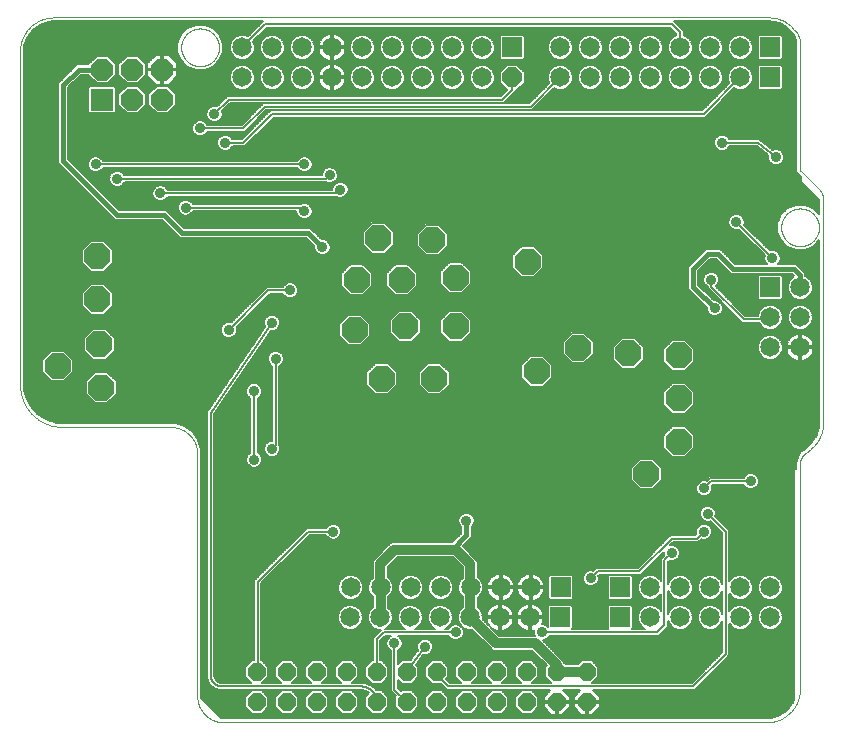
<source format=gbl>
G75*
%MOIN*%
%OFA0B0*%
%FSLAX25Y25*%
%IPPOS*%
%LPD*%
%AMOC8*
5,1,8,0,0,1.08239X$1,22.5*
%
%ADD10C,0.00000*%
%ADD11R,0.06500X0.06500*%
%ADD12C,0.06500*%
%ADD13R,0.07400X0.07400*%
%ADD14OC8,0.07400*%
%ADD15OC8,0.06000*%
%ADD16OC8,0.06500*%
%ADD17OC8,0.08500*%
%ADD18C,0.00600*%
%ADD19C,0.03200*%
%ADD20C,0.01600*%
%ADD21C,0.03562*%
D10*
X0064055Y0010103D02*
X0064055Y0090922D01*
X0064052Y0091135D01*
X0064045Y0091347D01*
X0064032Y0091560D01*
X0064014Y0091772D01*
X0063991Y0091983D01*
X0063963Y0092194D01*
X0063929Y0092404D01*
X0063891Y0092613D01*
X0063848Y0092822D01*
X0063799Y0093029D01*
X0063746Y0093235D01*
X0063687Y0093439D01*
X0063624Y0093642D01*
X0063556Y0093844D01*
X0063483Y0094044D01*
X0063405Y0094242D01*
X0063323Y0094438D01*
X0063235Y0094632D01*
X0063143Y0094823D01*
X0063047Y0095013D01*
X0062946Y0095200D01*
X0062840Y0095385D01*
X0062730Y0095567D01*
X0062615Y0095746D01*
X0062497Y0095923D01*
X0062374Y0096096D01*
X0062247Y0096267D01*
X0062115Y0096434D01*
X0061980Y0096599D01*
X0061841Y0096759D01*
X0061698Y0096917D01*
X0061551Y0097071D01*
X0061401Y0097221D01*
X0061247Y0097368D01*
X0061089Y0097511D01*
X0060929Y0097650D01*
X0060764Y0097785D01*
X0060597Y0097917D01*
X0060426Y0098044D01*
X0060253Y0098167D01*
X0060076Y0098285D01*
X0059897Y0098400D01*
X0059715Y0098510D01*
X0059530Y0098616D01*
X0059343Y0098717D01*
X0059153Y0098813D01*
X0058962Y0098905D01*
X0058768Y0098993D01*
X0058572Y0099075D01*
X0058374Y0099153D01*
X0058174Y0099226D01*
X0057972Y0099294D01*
X0057769Y0099357D01*
X0057565Y0099416D01*
X0057359Y0099469D01*
X0057152Y0099518D01*
X0056943Y0099561D01*
X0056734Y0099599D01*
X0056524Y0099633D01*
X0056313Y0099661D01*
X0056102Y0099684D01*
X0055890Y0099702D01*
X0055677Y0099715D01*
X0055465Y0099722D01*
X0055252Y0099725D01*
X0019195Y0099725D01*
X0018852Y0099729D01*
X0018509Y0099742D01*
X0018167Y0099762D01*
X0017825Y0099791D01*
X0017484Y0099828D01*
X0017144Y0099874D01*
X0016805Y0099928D01*
X0016468Y0099989D01*
X0016132Y0100059D01*
X0015798Y0100137D01*
X0015466Y0100224D01*
X0015136Y0100318D01*
X0014809Y0100420D01*
X0014484Y0100530D01*
X0014161Y0100647D01*
X0013842Y0100773D01*
X0013526Y0100906D01*
X0013213Y0101047D01*
X0012904Y0101195D01*
X0012598Y0101351D01*
X0012296Y0101514D01*
X0011999Y0101684D01*
X0011705Y0101862D01*
X0011416Y0102046D01*
X0011131Y0102238D01*
X0010851Y0102436D01*
X0010576Y0102641D01*
X0010306Y0102853D01*
X0010041Y0103071D01*
X0009782Y0103295D01*
X0009528Y0103525D01*
X0009280Y0103762D01*
X0009037Y0104005D01*
X0008800Y0104253D01*
X0008570Y0104507D01*
X0008346Y0104766D01*
X0008128Y0105031D01*
X0007916Y0105301D01*
X0007711Y0105576D01*
X0007513Y0105856D01*
X0007321Y0106141D01*
X0007137Y0106430D01*
X0006959Y0106724D01*
X0006789Y0107021D01*
X0006626Y0107323D01*
X0006470Y0107629D01*
X0006322Y0107938D01*
X0006181Y0108251D01*
X0006048Y0108567D01*
X0005922Y0108886D01*
X0005805Y0109209D01*
X0005695Y0109534D01*
X0005593Y0109861D01*
X0005499Y0110191D01*
X0005412Y0110523D01*
X0005334Y0110857D01*
X0005264Y0111193D01*
X0005203Y0111530D01*
X0005149Y0111869D01*
X0005103Y0112209D01*
X0005066Y0112550D01*
X0005037Y0112892D01*
X0005017Y0113234D01*
X0005004Y0113577D01*
X0005000Y0113920D01*
X0005000Y0225098D01*
X0005003Y0225368D01*
X0005013Y0225637D01*
X0005029Y0225907D01*
X0005052Y0226175D01*
X0005081Y0226444D01*
X0005117Y0226711D01*
X0005159Y0226977D01*
X0005208Y0227243D01*
X0005263Y0227507D01*
X0005324Y0227769D01*
X0005392Y0228031D01*
X0005466Y0228290D01*
X0005546Y0228548D01*
X0005633Y0228803D01*
X0005725Y0229056D01*
X0005824Y0229308D01*
X0005929Y0229556D01*
X0006040Y0229802D01*
X0006156Y0230045D01*
X0006279Y0230286D01*
X0006407Y0230523D01*
X0006541Y0230757D01*
X0006680Y0230988D01*
X0006825Y0231215D01*
X0006976Y0231439D01*
X0007132Y0231659D01*
X0007293Y0231876D01*
X0007459Y0232088D01*
X0007631Y0232296D01*
X0007807Y0232500D01*
X0007989Y0232700D01*
X0008175Y0232895D01*
X0008366Y0233086D01*
X0008561Y0233272D01*
X0008761Y0233454D01*
X0008965Y0233630D01*
X0009173Y0233802D01*
X0009385Y0233968D01*
X0009602Y0234129D01*
X0009822Y0234285D01*
X0010046Y0234436D01*
X0010273Y0234581D01*
X0010504Y0234720D01*
X0010738Y0234854D01*
X0010975Y0234982D01*
X0011216Y0235105D01*
X0011459Y0235221D01*
X0011705Y0235332D01*
X0011953Y0235437D01*
X0012205Y0235536D01*
X0012458Y0235628D01*
X0012713Y0235715D01*
X0012971Y0235795D01*
X0013230Y0235869D01*
X0013492Y0235937D01*
X0013754Y0235998D01*
X0014018Y0236053D01*
X0014284Y0236102D01*
X0014550Y0236144D01*
X0014817Y0236180D01*
X0015086Y0236209D01*
X0015354Y0236232D01*
X0015624Y0236248D01*
X0015893Y0236258D01*
X0016163Y0236261D01*
X0254763Y0236261D01*
X0262006Y0233275D02*
X0263110Y0232178D01*
X0265000Y0227635D02*
X0265000Y0185714D01*
X0265293Y0185007D02*
X0271217Y0179158D01*
X0272717Y0175571D02*
X0272717Y0101174D01*
X0272714Y0100903D01*
X0272704Y0100632D01*
X0272687Y0100361D01*
X0272664Y0100091D01*
X0272635Y0099822D01*
X0272598Y0099553D01*
X0272556Y0099285D01*
X0272506Y0099018D01*
X0272451Y0098753D01*
X0272388Y0098489D01*
X0272320Y0098227D01*
X0272245Y0097966D01*
X0272164Y0097707D01*
X0272076Y0097451D01*
X0271982Y0097196D01*
X0271882Y0096944D01*
X0271776Y0096695D01*
X0271664Y0096448D01*
X0271546Y0096204D01*
X0271422Y0095963D01*
X0271292Y0095724D01*
X0271157Y0095490D01*
X0271016Y0095258D01*
X0270869Y0095030D01*
X0270716Y0094806D01*
X0270559Y0094585D01*
X0270396Y0094369D01*
X0270227Y0094156D01*
X0270054Y0093948D01*
X0269875Y0093743D01*
X0269692Y0093544D01*
X0269504Y0093348D01*
X0269311Y0093158D01*
X0269114Y0092972D01*
X0268912Y0092791D01*
X0268705Y0092615D01*
X0268495Y0092444D01*
X0266956Y0091226D01*
X0264843Y0086856D02*
X0264843Y0033371D01*
X0265000Y0012547D01*
X0264997Y0012275D01*
X0264987Y0012004D01*
X0264970Y0011732D01*
X0264947Y0011462D01*
X0264918Y0011191D01*
X0264882Y0010922D01*
X0264839Y0010653D01*
X0264790Y0010386D01*
X0264735Y0010120D01*
X0264673Y0009855D01*
X0264605Y0009592D01*
X0264530Y0009331D01*
X0264450Y0009071D01*
X0264362Y0008814D01*
X0264269Y0008559D01*
X0264170Y0008306D01*
X0264064Y0008055D01*
X0263953Y0007808D01*
X0263835Y0007562D01*
X0263712Y0007320D01*
X0263583Y0007081D01*
X0263448Y0006845D01*
X0263307Y0006613D01*
X0263161Y0006384D01*
X0263009Y0006158D01*
X0262852Y0005936D01*
X0262690Y0005718D01*
X0262522Y0005504D01*
X0262349Y0005294D01*
X0262172Y0005089D01*
X0261989Y0004888D01*
X0261801Y0004691D01*
X0261609Y0004499D01*
X0261412Y0004311D01*
X0261211Y0004128D01*
X0261006Y0003951D01*
X0260796Y0003778D01*
X0260582Y0003610D01*
X0260364Y0003448D01*
X0260142Y0003291D01*
X0259916Y0003139D01*
X0259687Y0002993D01*
X0259455Y0002852D01*
X0259219Y0002717D01*
X0258980Y0002588D01*
X0258738Y0002465D01*
X0258492Y0002347D01*
X0258245Y0002236D01*
X0257994Y0002130D01*
X0257741Y0002031D01*
X0257486Y0001938D01*
X0257229Y0001850D01*
X0256969Y0001770D01*
X0256708Y0001695D01*
X0256445Y0001627D01*
X0256180Y0001565D01*
X0255914Y0001510D01*
X0255647Y0001461D01*
X0255378Y0001418D01*
X0255109Y0001382D01*
X0254838Y0001353D01*
X0254568Y0001330D01*
X0254296Y0001313D01*
X0254025Y0001303D01*
X0253753Y0001300D01*
X0072859Y0001300D01*
X0072646Y0001303D01*
X0072434Y0001310D01*
X0072221Y0001323D01*
X0072009Y0001341D01*
X0071798Y0001364D01*
X0071587Y0001392D01*
X0071377Y0001426D01*
X0071168Y0001464D01*
X0070959Y0001507D01*
X0070752Y0001556D01*
X0070546Y0001609D01*
X0070342Y0001668D01*
X0070139Y0001731D01*
X0069937Y0001799D01*
X0069737Y0001872D01*
X0069539Y0001950D01*
X0069343Y0002032D01*
X0069149Y0002120D01*
X0068958Y0002212D01*
X0068768Y0002308D01*
X0068581Y0002409D01*
X0068396Y0002515D01*
X0068214Y0002625D01*
X0068035Y0002740D01*
X0067858Y0002858D01*
X0067685Y0002981D01*
X0067514Y0003108D01*
X0067347Y0003240D01*
X0067182Y0003375D01*
X0067022Y0003514D01*
X0066864Y0003657D01*
X0066710Y0003804D01*
X0066560Y0003954D01*
X0066413Y0004108D01*
X0066270Y0004266D01*
X0066131Y0004426D01*
X0065996Y0004591D01*
X0065864Y0004758D01*
X0065737Y0004929D01*
X0065614Y0005102D01*
X0065496Y0005279D01*
X0065381Y0005458D01*
X0065271Y0005640D01*
X0065165Y0005825D01*
X0065064Y0006012D01*
X0064968Y0006202D01*
X0064876Y0006393D01*
X0064788Y0006587D01*
X0064706Y0006783D01*
X0064628Y0006981D01*
X0064555Y0007181D01*
X0064487Y0007383D01*
X0064424Y0007586D01*
X0064365Y0007790D01*
X0064312Y0007996D01*
X0064263Y0008203D01*
X0064220Y0008412D01*
X0064182Y0008621D01*
X0064148Y0008831D01*
X0064120Y0009042D01*
X0064097Y0009253D01*
X0064079Y0009465D01*
X0064066Y0009678D01*
X0064059Y0009890D01*
X0064056Y0010103D01*
X0264843Y0086856D02*
X0264845Y0087004D01*
X0264851Y0087151D01*
X0264861Y0087299D01*
X0264874Y0087446D01*
X0264892Y0087593D01*
X0264913Y0087739D01*
X0264939Y0087884D01*
X0264968Y0088029D01*
X0265001Y0088173D01*
X0265038Y0088316D01*
X0265078Y0088458D01*
X0265122Y0088599D01*
X0265171Y0088739D01*
X0265222Y0088877D01*
X0265278Y0089014D01*
X0265337Y0089150D01*
X0265399Y0089283D01*
X0265465Y0089415D01*
X0265535Y0089546D01*
X0265608Y0089674D01*
X0265684Y0089801D01*
X0265764Y0089925D01*
X0265847Y0090047D01*
X0265933Y0090167D01*
X0266022Y0090285D01*
X0266115Y0090400D01*
X0266210Y0090513D01*
X0266308Y0090623D01*
X0266410Y0090731D01*
X0266514Y0090836D01*
X0266621Y0090938D01*
X0266730Y0091037D01*
X0266842Y0091133D01*
X0266957Y0091226D01*
X0258700Y0166300D02*
X0258702Y0166458D01*
X0258708Y0166617D01*
X0258718Y0166775D01*
X0258732Y0166932D01*
X0258750Y0167090D01*
X0258771Y0167246D01*
X0258797Y0167403D01*
X0258827Y0167558D01*
X0258860Y0167713D01*
X0258898Y0167867D01*
X0258939Y0168020D01*
X0258984Y0168171D01*
X0259033Y0168322D01*
X0259086Y0168471D01*
X0259142Y0168619D01*
X0259203Y0168766D01*
X0259266Y0168911D01*
X0259334Y0169054D01*
X0259405Y0169195D01*
X0259479Y0169335D01*
X0259557Y0169473D01*
X0259639Y0169609D01*
X0259724Y0169742D01*
X0259812Y0169874D01*
X0259903Y0170003D01*
X0259998Y0170130D01*
X0260096Y0170254D01*
X0260197Y0170376D01*
X0260301Y0170496D01*
X0260407Y0170613D01*
X0260517Y0170727D01*
X0260630Y0170838D01*
X0260745Y0170946D01*
X0260864Y0171052D01*
X0260984Y0171154D01*
X0261107Y0171254D01*
X0261233Y0171350D01*
X0261361Y0171443D01*
X0261492Y0171533D01*
X0261624Y0171619D01*
X0261759Y0171702D01*
X0261896Y0171782D01*
X0262035Y0171858D01*
X0262175Y0171931D01*
X0262318Y0172000D01*
X0262462Y0172066D01*
X0262607Y0172128D01*
X0262755Y0172186D01*
X0262903Y0172241D01*
X0263053Y0172292D01*
X0263204Y0172339D01*
X0263357Y0172382D01*
X0263510Y0172421D01*
X0263664Y0172457D01*
X0263819Y0172488D01*
X0263975Y0172516D01*
X0264132Y0172540D01*
X0264289Y0172560D01*
X0264447Y0172576D01*
X0264604Y0172588D01*
X0264763Y0172596D01*
X0264921Y0172600D01*
X0265079Y0172600D01*
X0265237Y0172596D01*
X0265396Y0172588D01*
X0265553Y0172576D01*
X0265711Y0172560D01*
X0265868Y0172540D01*
X0266025Y0172516D01*
X0266181Y0172488D01*
X0266336Y0172457D01*
X0266490Y0172421D01*
X0266643Y0172382D01*
X0266796Y0172339D01*
X0266947Y0172292D01*
X0267097Y0172241D01*
X0267245Y0172186D01*
X0267393Y0172128D01*
X0267538Y0172066D01*
X0267682Y0172000D01*
X0267825Y0171931D01*
X0267965Y0171858D01*
X0268104Y0171782D01*
X0268241Y0171702D01*
X0268376Y0171619D01*
X0268508Y0171533D01*
X0268639Y0171443D01*
X0268767Y0171350D01*
X0268893Y0171254D01*
X0269016Y0171154D01*
X0269136Y0171052D01*
X0269255Y0170946D01*
X0269370Y0170838D01*
X0269483Y0170727D01*
X0269593Y0170613D01*
X0269699Y0170496D01*
X0269803Y0170376D01*
X0269904Y0170254D01*
X0270002Y0170130D01*
X0270097Y0170003D01*
X0270188Y0169874D01*
X0270276Y0169742D01*
X0270361Y0169609D01*
X0270443Y0169473D01*
X0270521Y0169335D01*
X0270595Y0169195D01*
X0270666Y0169054D01*
X0270734Y0168911D01*
X0270797Y0168766D01*
X0270858Y0168619D01*
X0270914Y0168471D01*
X0270967Y0168322D01*
X0271016Y0168171D01*
X0271061Y0168020D01*
X0271102Y0167867D01*
X0271140Y0167713D01*
X0271173Y0167558D01*
X0271203Y0167403D01*
X0271229Y0167246D01*
X0271250Y0167090D01*
X0271268Y0166932D01*
X0271282Y0166775D01*
X0271292Y0166617D01*
X0271298Y0166458D01*
X0271300Y0166300D01*
X0271298Y0166142D01*
X0271292Y0165983D01*
X0271282Y0165825D01*
X0271268Y0165668D01*
X0271250Y0165510D01*
X0271229Y0165354D01*
X0271203Y0165197D01*
X0271173Y0165042D01*
X0271140Y0164887D01*
X0271102Y0164733D01*
X0271061Y0164580D01*
X0271016Y0164429D01*
X0270967Y0164278D01*
X0270914Y0164129D01*
X0270858Y0163981D01*
X0270797Y0163834D01*
X0270734Y0163689D01*
X0270666Y0163546D01*
X0270595Y0163405D01*
X0270521Y0163265D01*
X0270443Y0163127D01*
X0270361Y0162991D01*
X0270276Y0162858D01*
X0270188Y0162726D01*
X0270097Y0162597D01*
X0270002Y0162470D01*
X0269904Y0162346D01*
X0269803Y0162224D01*
X0269699Y0162104D01*
X0269593Y0161987D01*
X0269483Y0161873D01*
X0269370Y0161762D01*
X0269255Y0161654D01*
X0269136Y0161548D01*
X0269016Y0161446D01*
X0268893Y0161346D01*
X0268767Y0161250D01*
X0268639Y0161157D01*
X0268508Y0161067D01*
X0268376Y0160981D01*
X0268241Y0160898D01*
X0268104Y0160818D01*
X0267965Y0160742D01*
X0267825Y0160669D01*
X0267682Y0160600D01*
X0267538Y0160534D01*
X0267393Y0160472D01*
X0267245Y0160414D01*
X0267097Y0160359D01*
X0266947Y0160308D01*
X0266796Y0160261D01*
X0266643Y0160218D01*
X0266490Y0160179D01*
X0266336Y0160143D01*
X0266181Y0160112D01*
X0266025Y0160084D01*
X0265868Y0160060D01*
X0265711Y0160040D01*
X0265553Y0160024D01*
X0265396Y0160012D01*
X0265237Y0160004D01*
X0265079Y0160000D01*
X0264921Y0160000D01*
X0264763Y0160004D01*
X0264604Y0160012D01*
X0264447Y0160024D01*
X0264289Y0160040D01*
X0264132Y0160060D01*
X0263975Y0160084D01*
X0263819Y0160112D01*
X0263664Y0160143D01*
X0263510Y0160179D01*
X0263357Y0160218D01*
X0263204Y0160261D01*
X0263053Y0160308D01*
X0262903Y0160359D01*
X0262755Y0160414D01*
X0262607Y0160472D01*
X0262462Y0160534D01*
X0262318Y0160600D01*
X0262175Y0160669D01*
X0262035Y0160742D01*
X0261896Y0160818D01*
X0261759Y0160898D01*
X0261624Y0160981D01*
X0261492Y0161067D01*
X0261361Y0161157D01*
X0261233Y0161250D01*
X0261107Y0161346D01*
X0260984Y0161446D01*
X0260864Y0161548D01*
X0260745Y0161654D01*
X0260630Y0161762D01*
X0260517Y0161873D01*
X0260407Y0161987D01*
X0260301Y0162104D01*
X0260197Y0162224D01*
X0260096Y0162346D01*
X0259998Y0162470D01*
X0259903Y0162597D01*
X0259812Y0162726D01*
X0259724Y0162858D01*
X0259639Y0162991D01*
X0259557Y0163127D01*
X0259479Y0163265D01*
X0259405Y0163405D01*
X0259334Y0163546D01*
X0259266Y0163689D01*
X0259203Y0163834D01*
X0259142Y0163981D01*
X0259086Y0164129D01*
X0259033Y0164278D01*
X0258984Y0164429D01*
X0258939Y0164580D01*
X0258898Y0164733D01*
X0258860Y0164887D01*
X0258827Y0165042D01*
X0258797Y0165197D01*
X0258771Y0165354D01*
X0258750Y0165510D01*
X0258732Y0165668D01*
X0258718Y0165825D01*
X0258708Y0165983D01*
X0258702Y0166142D01*
X0258700Y0166300D01*
X0272717Y0175571D02*
X0272715Y0175709D01*
X0272709Y0175846D01*
X0272700Y0175984D01*
X0272687Y0176121D01*
X0272670Y0176257D01*
X0272649Y0176393D01*
X0272625Y0176529D01*
X0272597Y0176664D01*
X0272566Y0176798D01*
X0272530Y0176931D01*
X0272491Y0177063D01*
X0272449Y0177194D01*
X0272403Y0177323D01*
X0272353Y0177452D01*
X0272300Y0177579D01*
X0272243Y0177704D01*
X0272184Y0177828D01*
X0272120Y0177950D01*
X0272054Y0178071D01*
X0271984Y0178189D01*
X0271911Y0178306D01*
X0271834Y0178421D01*
X0271755Y0178533D01*
X0271673Y0178644D01*
X0271587Y0178752D01*
X0271499Y0178857D01*
X0271408Y0178960D01*
X0271314Y0179061D01*
X0271217Y0179159D01*
X0265293Y0185007D02*
X0265251Y0185051D01*
X0265213Y0185097D01*
X0265177Y0185146D01*
X0265144Y0185197D01*
X0265115Y0185249D01*
X0265088Y0185304D01*
X0265065Y0185359D01*
X0265045Y0185416D01*
X0265029Y0185475D01*
X0265016Y0185534D01*
X0265007Y0185593D01*
X0265002Y0185654D01*
X0265000Y0185714D01*
X0262006Y0233275D02*
X0261826Y0233450D01*
X0261641Y0233620D01*
X0261452Y0233786D01*
X0261260Y0233947D01*
X0261063Y0234103D01*
X0260863Y0234255D01*
X0260659Y0234402D01*
X0260451Y0234543D01*
X0260241Y0234680D01*
X0260026Y0234811D01*
X0259809Y0234937D01*
X0259589Y0235057D01*
X0259366Y0235173D01*
X0259140Y0235282D01*
X0258911Y0235387D01*
X0258680Y0235485D01*
X0258447Y0235578D01*
X0258211Y0235665D01*
X0257974Y0235747D01*
X0257734Y0235822D01*
X0257493Y0235892D01*
X0257250Y0235956D01*
X0257005Y0236013D01*
X0256760Y0236065D01*
X0256513Y0236111D01*
X0256265Y0236151D01*
X0256016Y0236184D01*
X0255766Y0236212D01*
X0255516Y0236233D01*
X0255265Y0236249D01*
X0255014Y0236258D01*
X0254763Y0236261D01*
X0263110Y0232177D02*
X0263220Y0232065D01*
X0263328Y0231950D01*
X0263433Y0231832D01*
X0263535Y0231711D01*
X0263634Y0231588D01*
X0263730Y0231463D01*
X0263822Y0231335D01*
X0263912Y0231205D01*
X0263998Y0231073D01*
X0264082Y0230939D01*
X0264161Y0230803D01*
X0264238Y0230665D01*
X0264311Y0230525D01*
X0264380Y0230383D01*
X0264446Y0230240D01*
X0264509Y0230095D01*
X0264567Y0229949D01*
X0264623Y0229801D01*
X0264674Y0229652D01*
X0264722Y0229501D01*
X0264766Y0229350D01*
X0264807Y0229197D01*
X0264843Y0229044D01*
X0264876Y0228889D01*
X0264905Y0228734D01*
X0264930Y0228578D01*
X0264951Y0228422D01*
X0264969Y0228265D01*
X0264983Y0228108D01*
X0264992Y0227950D01*
X0264998Y0227793D01*
X0265000Y0227635D01*
X0058700Y0226300D02*
X0058702Y0226458D01*
X0058708Y0226617D01*
X0058718Y0226775D01*
X0058732Y0226932D01*
X0058750Y0227090D01*
X0058771Y0227246D01*
X0058797Y0227403D01*
X0058827Y0227558D01*
X0058860Y0227713D01*
X0058898Y0227867D01*
X0058939Y0228020D01*
X0058984Y0228171D01*
X0059033Y0228322D01*
X0059086Y0228471D01*
X0059142Y0228619D01*
X0059203Y0228766D01*
X0059266Y0228911D01*
X0059334Y0229054D01*
X0059405Y0229195D01*
X0059479Y0229335D01*
X0059557Y0229473D01*
X0059639Y0229609D01*
X0059724Y0229742D01*
X0059812Y0229874D01*
X0059903Y0230003D01*
X0059998Y0230130D01*
X0060096Y0230254D01*
X0060197Y0230376D01*
X0060301Y0230496D01*
X0060407Y0230613D01*
X0060517Y0230727D01*
X0060630Y0230838D01*
X0060745Y0230946D01*
X0060864Y0231052D01*
X0060984Y0231154D01*
X0061107Y0231254D01*
X0061233Y0231350D01*
X0061361Y0231443D01*
X0061492Y0231533D01*
X0061624Y0231619D01*
X0061759Y0231702D01*
X0061896Y0231782D01*
X0062035Y0231858D01*
X0062175Y0231931D01*
X0062318Y0232000D01*
X0062462Y0232066D01*
X0062607Y0232128D01*
X0062755Y0232186D01*
X0062903Y0232241D01*
X0063053Y0232292D01*
X0063204Y0232339D01*
X0063357Y0232382D01*
X0063510Y0232421D01*
X0063664Y0232457D01*
X0063819Y0232488D01*
X0063975Y0232516D01*
X0064132Y0232540D01*
X0064289Y0232560D01*
X0064447Y0232576D01*
X0064604Y0232588D01*
X0064763Y0232596D01*
X0064921Y0232600D01*
X0065079Y0232600D01*
X0065237Y0232596D01*
X0065396Y0232588D01*
X0065553Y0232576D01*
X0065711Y0232560D01*
X0065868Y0232540D01*
X0066025Y0232516D01*
X0066181Y0232488D01*
X0066336Y0232457D01*
X0066490Y0232421D01*
X0066643Y0232382D01*
X0066796Y0232339D01*
X0066947Y0232292D01*
X0067097Y0232241D01*
X0067245Y0232186D01*
X0067393Y0232128D01*
X0067538Y0232066D01*
X0067682Y0232000D01*
X0067825Y0231931D01*
X0067965Y0231858D01*
X0068104Y0231782D01*
X0068241Y0231702D01*
X0068376Y0231619D01*
X0068508Y0231533D01*
X0068639Y0231443D01*
X0068767Y0231350D01*
X0068893Y0231254D01*
X0069016Y0231154D01*
X0069136Y0231052D01*
X0069255Y0230946D01*
X0069370Y0230838D01*
X0069483Y0230727D01*
X0069593Y0230613D01*
X0069699Y0230496D01*
X0069803Y0230376D01*
X0069904Y0230254D01*
X0070002Y0230130D01*
X0070097Y0230003D01*
X0070188Y0229874D01*
X0070276Y0229742D01*
X0070361Y0229609D01*
X0070443Y0229473D01*
X0070521Y0229335D01*
X0070595Y0229195D01*
X0070666Y0229054D01*
X0070734Y0228911D01*
X0070797Y0228766D01*
X0070858Y0228619D01*
X0070914Y0228471D01*
X0070967Y0228322D01*
X0071016Y0228171D01*
X0071061Y0228020D01*
X0071102Y0227867D01*
X0071140Y0227713D01*
X0071173Y0227558D01*
X0071203Y0227403D01*
X0071229Y0227246D01*
X0071250Y0227090D01*
X0071268Y0226932D01*
X0071282Y0226775D01*
X0071292Y0226617D01*
X0071298Y0226458D01*
X0071300Y0226300D01*
X0071298Y0226142D01*
X0071292Y0225983D01*
X0071282Y0225825D01*
X0071268Y0225668D01*
X0071250Y0225510D01*
X0071229Y0225354D01*
X0071203Y0225197D01*
X0071173Y0225042D01*
X0071140Y0224887D01*
X0071102Y0224733D01*
X0071061Y0224580D01*
X0071016Y0224429D01*
X0070967Y0224278D01*
X0070914Y0224129D01*
X0070858Y0223981D01*
X0070797Y0223834D01*
X0070734Y0223689D01*
X0070666Y0223546D01*
X0070595Y0223405D01*
X0070521Y0223265D01*
X0070443Y0223127D01*
X0070361Y0222991D01*
X0070276Y0222858D01*
X0070188Y0222726D01*
X0070097Y0222597D01*
X0070002Y0222470D01*
X0069904Y0222346D01*
X0069803Y0222224D01*
X0069699Y0222104D01*
X0069593Y0221987D01*
X0069483Y0221873D01*
X0069370Y0221762D01*
X0069255Y0221654D01*
X0069136Y0221548D01*
X0069016Y0221446D01*
X0068893Y0221346D01*
X0068767Y0221250D01*
X0068639Y0221157D01*
X0068508Y0221067D01*
X0068376Y0220981D01*
X0068241Y0220898D01*
X0068104Y0220818D01*
X0067965Y0220742D01*
X0067825Y0220669D01*
X0067682Y0220600D01*
X0067538Y0220534D01*
X0067393Y0220472D01*
X0067245Y0220414D01*
X0067097Y0220359D01*
X0066947Y0220308D01*
X0066796Y0220261D01*
X0066643Y0220218D01*
X0066490Y0220179D01*
X0066336Y0220143D01*
X0066181Y0220112D01*
X0066025Y0220084D01*
X0065868Y0220060D01*
X0065711Y0220040D01*
X0065553Y0220024D01*
X0065396Y0220012D01*
X0065237Y0220004D01*
X0065079Y0220000D01*
X0064921Y0220000D01*
X0064763Y0220004D01*
X0064604Y0220012D01*
X0064447Y0220024D01*
X0064289Y0220040D01*
X0064132Y0220060D01*
X0063975Y0220084D01*
X0063819Y0220112D01*
X0063664Y0220143D01*
X0063510Y0220179D01*
X0063357Y0220218D01*
X0063204Y0220261D01*
X0063053Y0220308D01*
X0062903Y0220359D01*
X0062755Y0220414D01*
X0062607Y0220472D01*
X0062462Y0220534D01*
X0062318Y0220600D01*
X0062175Y0220669D01*
X0062035Y0220742D01*
X0061896Y0220818D01*
X0061759Y0220898D01*
X0061624Y0220981D01*
X0061492Y0221067D01*
X0061361Y0221157D01*
X0061233Y0221250D01*
X0061107Y0221346D01*
X0060984Y0221446D01*
X0060864Y0221548D01*
X0060745Y0221654D01*
X0060630Y0221762D01*
X0060517Y0221873D01*
X0060407Y0221987D01*
X0060301Y0222104D01*
X0060197Y0222224D01*
X0060096Y0222346D01*
X0059998Y0222470D01*
X0059903Y0222597D01*
X0059812Y0222726D01*
X0059724Y0222858D01*
X0059639Y0222991D01*
X0059557Y0223127D01*
X0059479Y0223265D01*
X0059405Y0223405D01*
X0059334Y0223546D01*
X0059266Y0223689D01*
X0059203Y0223834D01*
X0059142Y0223981D01*
X0059086Y0224129D01*
X0059033Y0224278D01*
X0058984Y0224429D01*
X0058939Y0224580D01*
X0058898Y0224733D01*
X0058860Y0224887D01*
X0058827Y0225042D01*
X0058797Y0225197D01*
X0058771Y0225354D01*
X0058750Y0225510D01*
X0058732Y0225668D01*
X0058718Y0225825D01*
X0058708Y0225983D01*
X0058702Y0226142D01*
X0058700Y0226300D01*
D11*
X0169000Y0226300D03*
X0255000Y0226300D03*
X0255006Y0216297D03*
X0255000Y0146300D03*
X0205000Y0046300D03*
X0205000Y0036300D03*
X0185000Y0036300D03*
X0185200Y0046300D03*
D12*
X0175200Y0046300D03*
X0165200Y0046300D03*
X0155200Y0046300D03*
X0145200Y0046300D03*
X0135200Y0046300D03*
X0125200Y0046300D03*
X0115200Y0046300D03*
X0115000Y0036300D03*
X0125000Y0036300D03*
X0135000Y0036300D03*
X0145000Y0036300D03*
X0155000Y0036300D03*
X0165000Y0036300D03*
X0175000Y0036300D03*
X0215000Y0036300D03*
X0225000Y0036300D03*
X0235000Y0036300D03*
X0245000Y0036300D03*
X0255000Y0036300D03*
X0255000Y0046300D03*
X0245000Y0046300D03*
X0235000Y0046300D03*
X0225000Y0046300D03*
X0215000Y0046300D03*
X0255000Y0126300D03*
X0265000Y0126300D03*
X0265000Y0136300D03*
X0255000Y0136300D03*
X0265000Y0146300D03*
X0245006Y0216297D03*
X0235006Y0216297D03*
X0225006Y0216297D03*
X0215006Y0216297D03*
X0205006Y0216297D03*
X0195006Y0216297D03*
X0185006Y0216297D03*
X0185000Y0226300D03*
X0195000Y0226300D03*
X0205000Y0226300D03*
X0215000Y0226300D03*
X0225000Y0226300D03*
X0235000Y0226300D03*
X0245000Y0226300D03*
X0159000Y0226300D03*
X0149000Y0226300D03*
X0139000Y0226300D03*
X0129000Y0226300D03*
X0119000Y0226300D03*
X0109000Y0226300D03*
X0099000Y0226300D03*
X0089000Y0226300D03*
X0079000Y0226300D03*
X0078997Y0216297D03*
X0088997Y0216297D03*
X0098997Y0216297D03*
X0108997Y0216297D03*
X0118997Y0216297D03*
X0128997Y0216297D03*
X0138997Y0216297D03*
X0148997Y0216297D03*
X0158997Y0216297D03*
D13*
X0032402Y0208898D03*
D14*
X0042402Y0208898D03*
X0052402Y0208898D03*
X0052402Y0218898D03*
X0042402Y0218898D03*
X0032402Y0218898D03*
D15*
X0083858Y0018111D03*
X0093858Y0018111D03*
X0103858Y0018111D03*
X0113858Y0018111D03*
X0123858Y0018111D03*
X0133858Y0018111D03*
X0143858Y0018111D03*
X0153858Y0018111D03*
X0163858Y0018111D03*
X0173858Y0018111D03*
X0183858Y0018111D03*
X0193858Y0018111D03*
X0193858Y0008111D03*
X0183858Y0008111D03*
X0173858Y0008111D03*
X0163858Y0008111D03*
X0153858Y0008111D03*
X0143858Y0008111D03*
X0133858Y0008111D03*
X0123858Y0008111D03*
X0113858Y0008111D03*
X0103858Y0008111D03*
X0093858Y0008111D03*
X0083858Y0008111D03*
D16*
X0168997Y0216297D03*
D17*
X0142400Y0162100D03*
X0124400Y0162700D03*
X0117200Y0148900D03*
X0132200Y0148900D03*
X0150200Y0149500D03*
X0150200Y0133300D03*
X0133400Y0133300D03*
X0116600Y0132100D03*
X0125600Y0115900D03*
X0143000Y0115900D03*
X0177200Y0118300D03*
X0191000Y0126100D03*
X0207800Y0124300D03*
X0224600Y0123700D03*
X0224600Y0109300D03*
X0224600Y0094900D03*
X0213800Y0084100D03*
X0174200Y0154900D03*
X0030800Y0156700D03*
X0030800Y0142300D03*
X0031400Y0127300D03*
X0017600Y0120100D03*
X0032000Y0112900D03*
D18*
X0037150Y0112623D02*
X0072673Y0112623D01*
X0073080Y0113222D02*
X0037150Y0113222D01*
X0037150Y0113820D02*
X0073487Y0113820D01*
X0073894Y0114419D02*
X0037150Y0114419D01*
X0037150Y0115017D02*
X0074301Y0115017D01*
X0074708Y0115616D02*
X0036568Y0115616D01*
X0037150Y0115033D02*
X0034133Y0118050D01*
X0029867Y0118050D01*
X0026850Y0115033D01*
X0026850Y0110767D01*
X0029867Y0107750D01*
X0034133Y0107750D01*
X0037150Y0110767D01*
X0037150Y0115033D01*
X0035969Y0116214D02*
X0075114Y0116214D01*
X0075521Y0116813D02*
X0035370Y0116813D01*
X0034772Y0117411D02*
X0075928Y0117411D01*
X0076335Y0118010D02*
X0034173Y0118010D01*
X0033533Y0122150D02*
X0029267Y0122150D01*
X0026250Y0125167D01*
X0026250Y0129433D01*
X0029267Y0132450D01*
X0033533Y0132450D01*
X0036550Y0129433D01*
X0036550Y0125167D01*
X0033533Y0122150D01*
X0033582Y0122199D02*
X0079184Y0122199D01*
X0078777Y0121601D02*
X0022750Y0121601D01*
X0022750Y0122199D02*
X0029218Y0122199D01*
X0028619Y0122798D02*
X0022185Y0122798D01*
X0022750Y0122233D02*
X0019733Y0125250D01*
X0015467Y0125250D01*
X0012450Y0122233D01*
X0012450Y0117967D01*
X0015467Y0114950D01*
X0019733Y0114950D01*
X0022750Y0117967D01*
X0022750Y0122233D01*
X0022750Y0121002D02*
X0078370Y0121002D01*
X0077963Y0120404D02*
X0022750Y0120404D01*
X0022750Y0119805D02*
X0077556Y0119805D01*
X0077149Y0119207D02*
X0022750Y0119207D01*
X0022750Y0118608D02*
X0076742Y0118608D01*
X0078831Y0117411D02*
X0089000Y0117411D01*
X0089000Y0116813D02*
X0078424Y0116813D01*
X0078017Y0116214D02*
X0089000Y0116214D01*
X0089000Y0115616D02*
X0077610Y0115616D01*
X0077203Y0115017D02*
X0089000Y0115017D01*
X0089000Y0114419D02*
X0076796Y0114419D01*
X0076389Y0113820D02*
X0081328Y0113820D01*
X0081481Y0113973D02*
X0080727Y0113219D01*
X0080319Y0112233D01*
X0080319Y0111167D01*
X0080727Y0110181D01*
X0081481Y0109427D01*
X0081800Y0109295D01*
X0081800Y0091305D01*
X0081481Y0091173D01*
X0080727Y0090419D01*
X0080319Y0089433D01*
X0080319Y0088367D01*
X0080727Y0087381D01*
X0081481Y0086627D01*
X0082467Y0086219D01*
X0083533Y0086219D01*
X0084519Y0086627D01*
X0085273Y0087381D01*
X0085681Y0088367D01*
X0085681Y0089433D01*
X0085273Y0090419D01*
X0084519Y0091173D01*
X0084200Y0091305D01*
X0084200Y0109295D01*
X0084519Y0109427D01*
X0085273Y0110181D01*
X0085681Y0111167D01*
X0085681Y0112233D01*
X0085273Y0113219D01*
X0084519Y0113973D01*
X0083533Y0114381D01*
X0082467Y0114381D01*
X0081481Y0113973D01*
X0080730Y0113222D02*
X0075982Y0113222D01*
X0075575Y0112623D02*
X0080480Y0112623D01*
X0080319Y0112025D02*
X0075168Y0112025D01*
X0074761Y0111426D02*
X0080319Y0111426D01*
X0080459Y0110828D02*
X0074354Y0110828D01*
X0073947Y0110229D02*
X0080707Y0110229D01*
X0081278Y0109631D02*
X0073540Y0109631D01*
X0073133Y0109032D02*
X0081800Y0109032D01*
X0081800Y0108434D02*
X0072726Y0108434D01*
X0072319Y0107835D02*
X0081800Y0107835D01*
X0081800Y0107237D02*
X0071912Y0107237D01*
X0071505Y0106638D02*
X0081800Y0106638D01*
X0081800Y0106039D02*
X0071098Y0106039D01*
X0070691Y0105441D02*
X0081800Y0105441D01*
X0081800Y0104842D02*
X0070284Y0104842D01*
X0069877Y0104244D02*
X0081800Y0104244D01*
X0081800Y0103645D02*
X0069800Y0103645D01*
X0069800Y0104131D02*
X0088628Y0131819D01*
X0089533Y0131819D01*
X0090519Y0132227D01*
X0091273Y0132981D01*
X0091681Y0133967D01*
X0091681Y0135033D01*
X0091273Y0136019D01*
X0090519Y0136773D01*
X0089533Y0137181D01*
X0088467Y0137181D01*
X0087481Y0136773D01*
X0086727Y0136019D01*
X0086319Y0135033D01*
X0086319Y0133967D01*
X0086647Y0133174D01*
X0067671Y0105268D01*
X0067400Y0104997D01*
X0067400Y0104869D01*
X0067328Y0104764D01*
X0067400Y0104387D01*
X0067400Y0015945D01*
X0068131Y0014181D01*
X0069481Y0012831D01*
X0071245Y0012100D01*
X0118669Y0012100D01*
X0119448Y0012023D01*
X0120885Y0011428D01*
X0121273Y0011041D01*
X0119958Y0009726D01*
X0119958Y0006496D01*
X0122243Y0004211D01*
X0125474Y0004211D01*
X0127758Y0006496D01*
X0127758Y0009726D01*
X0125474Y0012011D01*
X0123805Y0012011D01*
X0122288Y0013527D01*
X0119940Y0014500D01*
X0115763Y0014500D01*
X0117758Y0016496D01*
X0117758Y0019726D01*
X0115474Y0022011D01*
X0112243Y0022011D01*
X0109958Y0019726D01*
X0109958Y0016496D01*
X0111954Y0014500D01*
X0105763Y0014500D01*
X0107758Y0016496D01*
X0107758Y0019726D01*
X0105474Y0022011D01*
X0102243Y0022011D01*
X0099958Y0019726D01*
X0099958Y0016496D01*
X0101954Y0014500D01*
X0095763Y0014500D01*
X0097758Y0016496D01*
X0097758Y0019726D01*
X0095474Y0022011D01*
X0092243Y0022011D01*
X0089958Y0019726D01*
X0089958Y0016496D01*
X0091954Y0014500D01*
X0085763Y0014500D01*
X0087758Y0016496D01*
X0087758Y0019726D01*
X0085474Y0022011D01*
X0085400Y0022011D01*
X0085400Y0047603D01*
X0101497Y0063700D01*
X0106995Y0063700D01*
X0107127Y0063381D01*
X0107881Y0062627D01*
X0108867Y0062219D01*
X0109933Y0062219D01*
X0110919Y0062627D01*
X0111673Y0063381D01*
X0112081Y0064367D01*
X0112081Y0065433D01*
X0111673Y0066419D01*
X0110919Y0067173D01*
X0109933Y0067581D01*
X0108867Y0067581D01*
X0107881Y0067173D01*
X0107127Y0066419D01*
X0106995Y0066100D01*
X0100503Y0066100D01*
X0083703Y0049300D01*
X0083000Y0048597D01*
X0083000Y0022011D01*
X0082243Y0022011D01*
X0079958Y0019726D01*
X0079958Y0016496D01*
X0081954Y0014500D01*
X0072200Y0014500D01*
X0071732Y0014546D01*
X0070867Y0014904D01*
X0070204Y0015567D01*
X0069846Y0016432D01*
X0069800Y0016900D01*
X0069800Y0104131D01*
X0069800Y0103047D02*
X0081800Y0103047D01*
X0081800Y0102448D02*
X0069800Y0102448D01*
X0069800Y0101850D02*
X0081800Y0101850D01*
X0081800Y0101251D02*
X0069800Y0101251D01*
X0069800Y0100653D02*
X0081800Y0100653D01*
X0081800Y0100054D02*
X0069800Y0100054D01*
X0069800Y0099456D02*
X0081800Y0099456D01*
X0081800Y0098857D02*
X0069800Y0098857D01*
X0069800Y0098259D02*
X0081800Y0098259D01*
X0081800Y0097660D02*
X0069800Y0097660D01*
X0069800Y0097062D02*
X0081800Y0097062D01*
X0081800Y0096463D02*
X0069800Y0096463D01*
X0069800Y0095865D02*
X0081800Y0095865D01*
X0081800Y0095266D02*
X0069800Y0095266D01*
X0069800Y0094668D02*
X0081800Y0094668D01*
X0081800Y0094069D02*
X0069800Y0094069D01*
X0069800Y0093471D02*
X0081800Y0093471D01*
X0081800Y0092872D02*
X0069800Y0092872D01*
X0069800Y0092274D02*
X0081800Y0092274D01*
X0081800Y0091675D02*
X0069800Y0091675D01*
X0069800Y0091077D02*
X0081385Y0091077D01*
X0080787Y0090478D02*
X0069800Y0090478D01*
X0069800Y0089880D02*
X0080504Y0089880D01*
X0080319Y0089281D02*
X0069800Y0089281D01*
X0069800Y0088683D02*
X0080319Y0088683D01*
X0080436Y0088084D02*
X0069800Y0088084D01*
X0069800Y0087486D02*
X0080684Y0087486D01*
X0081221Y0086887D02*
X0069800Y0086887D01*
X0069800Y0086289D02*
X0082298Y0086289D01*
X0083702Y0086289D02*
X0208705Y0086289D01*
X0208650Y0086233D02*
X0208650Y0081967D01*
X0211667Y0078950D01*
X0215933Y0078950D01*
X0218950Y0081967D01*
X0218950Y0086233D01*
X0215933Y0089250D01*
X0211667Y0089250D01*
X0208650Y0086233D01*
X0208650Y0085690D02*
X0069800Y0085690D01*
X0069800Y0085092D02*
X0208650Y0085092D01*
X0208650Y0084493D02*
X0069800Y0084493D01*
X0069800Y0083895D02*
X0208650Y0083895D01*
X0208650Y0083296D02*
X0069800Y0083296D01*
X0069800Y0082698D02*
X0208650Y0082698D01*
X0208650Y0082099D02*
X0069800Y0082099D01*
X0069800Y0081501D02*
X0209116Y0081501D01*
X0209715Y0080902D02*
X0069800Y0080902D01*
X0069800Y0080303D02*
X0210313Y0080303D01*
X0210912Y0079705D02*
X0069800Y0079705D01*
X0069800Y0079106D02*
X0211510Y0079106D01*
X0216090Y0079106D02*
X0230319Y0079106D01*
X0230319Y0078767D02*
X0230727Y0077781D01*
X0231481Y0077027D01*
X0232467Y0076619D01*
X0233533Y0076619D01*
X0234519Y0077027D01*
X0235273Y0077781D01*
X0235681Y0078767D01*
X0235681Y0079833D01*
X0235549Y0080152D01*
X0235897Y0080500D01*
X0246195Y0080500D01*
X0246327Y0080181D01*
X0247081Y0079427D01*
X0248067Y0079019D01*
X0249133Y0079019D01*
X0250119Y0079427D01*
X0250873Y0080181D01*
X0251281Y0081167D01*
X0251281Y0082233D01*
X0250873Y0083219D01*
X0250119Y0083973D01*
X0249133Y0084381D01*
X0248067Y0084381D01*
X0247081Y0083973D01*
X0246327Y0083219D01*
X0246195Y0082900D01*
X0234903Y0082900D01*
X0233852Y0081849D01*
X0233533Y0081981D01*
X0232467Y0081981D01*
X0231481Y0081573D01*
X0230727Y0080819D01*
X0230319Y0079833D01*
X0230319Y0078767D01*
X0230426Y0078508D02*
X0069800Y0078508D01*
X0069800Y0077909D02*
X0230674Y0077909D01*
X0231197Y0077311D02*
X0069800Y0077311D01*
X0069800Y0076712D02*
X0232241Y0076712D01*
X0233759Y0076712D02*
X0263000Y0076712D01*
X0263000Y0076114D02*
X0069800Y0076114D01*
X0069800Y0075515D02*
X0263000Y0075515D01*
X0263000Y0074917D02*
X0069800Y0074917D01*
X0069800Y0074318D02*
X0263000Y0074318D01*
X0263000Y0073720D02*
X0069800Y0073720D01*
X0069800Y0073121D02*
X0232630Y0073121D01*
X0232681Y0073173D02*
X0231927Y0072419D01*
X0231519Y0071433D01*
X0231519Y0070367D01*
X0231927Y0069381D01*
X0232681Y0068627D01*
X0233667Y0068219D01*
X0234733Y0068219D01*
X0235052Y0068351D01*
X0239000Y0064403D01*
X0239000Y0047488D01*
X0238518Y0048651D01*
X0237351Y0049818D01*
X0235825Y0050450D01*
X0234175Y0050450D01*
X0232649Y0049818D01*
X0231482Y0048651D01*
X0230850Y0047125D01*
X0230850Y0045475D01*
X0231482Y0043949D01*
X0232649Y0042782D01*
X0234175Y0042150D01*
X0235825Y0042150D01*
X0237351Y0042782D01*
X0238518Y0043949D01*
X0239000Y0045112D01*
X0239000Y0037488D01*
X0238518Y0038651D01*
X0237351Y0039818D01*
X0235825Y0040450D01*
X0234175Y0040450D01*
X0232649Y0039818D01*
X0231482Y0038651D01*
X0230850Y0037125D01*
X0230850Y0035475D01*
X0231482Y0033949D01*
X0232649Y0032782D01*
X0234175Y0032150D01*
X0235825Y0032150D01*
X0237351Y0032782D01*
X0238518Y0033949D01*
X0239000Y0035112D01*
X0239000Y0024597D01*
X0228903Y0014500D01*
X0195763Y0014500D01*
X0197758Y0016496D01*
X0197758Y0019726D01*
X0195474Y0022011D01*
X0192243Y0022011D01*
X0190843Y0020611D01*
X0186874Y0020611D01*
X0186226Y0021259D01*
X0185978Y0021858D01*
X0179217Y0028619D01*
X0179533Y0028619D01*
X0180519Y0029027D01*
X0181273Y0029781D01*
X0181405Y0030100D01*
X0217897Y0030100D01*
X0218600Y0030803D01*
X0220297Y0032500D01*
X0221000Y0033203D01*
X0221000Y0035112D01*
X0221482Y0033949D01*
X0222649Y0032782D01*
X0224175Y0032150D01*
X0225825Y0032150D01*
X0227351Y0032782D01*
X0228518Y0033949D01*
X0229150Y0035475D01*
X0229150Y0037125D01*
X0228518Y0038651D01*
X0227351Y0039818D01*
X0225825Y0040450D01*
X0224175Y0040450D01*
X0222649Y0039818D01*
X0221482Y0038651D01*
X0221000Y0037488D01*
X0221000Y0045112D01*
X0221482Y0043949D01*
X0222649Y0042782D01*
X0224175Y0042150D01*
X0225825Y0042150D01*
X0227351Y0042782D01*
X0228518Y0043949D01*
X0229150Y0045475D01*
X0229150Y0047125D01*
X0228518Y0048651D01*
X0227351Y0049818D01*
X0225825Y0050450D01*
X0224175Y0050450D01*
X0222649Y0049818D01*
X0221482Y0048651D01*
X0221000Y0047488D01*
X0221000Y0054803D01*
X0221348Y0055151D01*
X0221667Y0055019D01*
X0222733Y0055019D01*
X0223719Y0055427D01*
X0224473Y0056181D01*
X0224881Y0057167D01*
X0224881Y0058233D01*
X0224473Y0059219D01*
X0223719Y0059973D01*
X0222733Y0060381D01*
X0221778Y0060381D01*
X0222697Y0061300D01*
X0231097Y0061300D01*
X0232148Y0062351D01*
X0232467Y0062219D01*
X0233533Y0062219D01*
X0234519Y0062627D01*
X0235273Y0063381D01*
X0235681Y0064367D01*
X0235681Y0065433D01*
X0235273Y0066419D01*
X0234519Y0067173D01*
X0233533Y0067581D01*
X0232467Y0067581D01*
X0231481Y0067173D01*
X0230727Y0066419D01*
X0230319Y0065433D01*
X0230319Y0064367D01*
X0230451Y0064048D01*
X0230103Y0063700D01*
X0221703Y0063700D01*
X0210903Y0052900D01*
X0197103Y0052900D01*
X0196400Y0052197D01*
X0196052Y0051849D01*
X0195733Y0051981D01*
X0194667Y0051981D01*
X0193681Y0051573D01*
X0192927Y0050819D01*
X0192519Y0049833D01*
X0192519Y0048767D01*
X0192927Y0047781D01*
X0193681Y0047027D01*
X0194667Y0046619D01*
X0195733Y0046619D01*
X0196719Y0047027D01*
X0197473Y0047781D01*
X0197881Y0048767D01*
X0197881Y0049833D01*
X0197749Y0050152D01*
X0198097Y0050500D01*
X0211897Y0050500D01*
X0219519Y0058122D01*
X0219519Y0057167D01*
X0219651Y0056848D01*
X0218600Y0055797D01*
X0218600Y0048453D01*
X0218518Y0048651D01*
X0217351Y0049818D01*
X0215825Y0050450D01*
X0214175Y0050450D01*
X0212649Y0049818D01*
X0211482Y0048651D01*
X0210850Y0047125D01*
X0210850Y0045475D01*
X0211482Y0043949D01*
X0212649Y0042782D01*
X0214175Y0042150D01*
X0215825Y0042150D01*
X0217351Y0042782D01*
X0218518Y0043949D01*
X0218600Y0044147D01*
X0218600Y0038453D01*
X0218518Y0038651D01*
X0217351Y0039818D01*
X0215825Y0040450D01*
X0214175Y0040450D01*
X0212649Y0039818D01*
X0211482Y0038651D01*
X0210850Y0037125D01*
X0210850Y0035475D01*
X0211482Y0033949D01*
X0212649Y0032782D01*
X0213330Y0032500D01*
X0208973Y0032500D01*
X0209150Y0032677D01*
X0209150Y0039923D01*
X0208623Y0040450D01*
X0201377Y0040450D01*
X0200850Y0039923D01*
X0200850Y0032677D01*
X0201027Y0032500D01*
X0188973Y0032500D01*
X0189150Y0032677D01*
X0189150Y0039923D01*
X0188623Y0040450D01*
X0181377Y0040450D01*
X0180850Y0039923D01*
X0180850Y0033242D01*
X0180519Y0033573D01*
X0179533Y0033981D01*
X0178925Y0033981D01*
X0179217Y0034553D01*
X0179438Y0035235D01*
X0179550Y0035942D01*
X0179550Y0036000D01*
X0175300Y0036000D01*
X0175300Y0036600D01*
X0174700Y0036600D01*
X0174700Y0040850D01*
X0174642Y0040850D01*
X0173935Y0040738D01*
X0173253Y0040517D01*
X0172615Y0040191D01*
X0172036Y0039771D01*
X0171529Y0039264D01*
X0171108Y0038685D01*
X0170783Y0038047D01*
X0170562Y0037365D01*
X0170450Y0036658D01*
X0170450Y0036600D01*
X0174700Y0036600D01*
X0174700Y0036000D01*
X0175300Y0036000D01*
X0175300Y0031750D01*
X0175358Y0031750D01*
X0176065Y0031862D01*
X0176372Y0031962D01*
X0176319Y0031833D01*
X0176319Y0030767D01*
X0176554Y0030200D01*
X0164636Y0030200D01*
X0159150Y0035686D01*
X0159150Y0037125D01*
X0158518Y0038651D01*
X0157500Y0039669D01*
X0157500Y0042761D01*
X0157551Y0042782D01*
X0158718Y0043949D01*
X0159350Y0045475D01*
X0159350Y0047125D01*
X0158718Y0048651D01*
X0157551Y0049818D01*
X0157500Y0049839D01*
X0157500Y0054597D01*
X0157119Y0055516D01*
X0152570Y0060066D01*
X0155500Y0062996D01*
X0155500Y0066408D01*
X0156073Y0066981D01*
X0156481Y0067967D01*
X0156481Y0069033D01*
X0156073Y0070019D01*
X0155319Y0070773D01*
X0154333Y0071181D01*
X0153267Y0071181D01*
X0152281Y0070773D01*
X0151527Y0070019D01*
X0151119Y0069033D01*
X0151119Y0067967D01*
X0151527Y0066981D01*
X0152100Y0066408D01*
X0152100Y0064404D01*
X0149096Y0061400D01*
X0129303Y0061400D01*
X0128384Y0061019D01*
X0123584Y0056219D01*
X0122881Y0055516D01*
X0122500Y0054597D01*
X0122500Y0049469D01*
X0121682Y0048651D01*
X0121050Y0047125D01*
X0121050Y0045475D01*
X0121682Y0043949D01*
X0122700Y0042931D01*
X0122700Y0039839D01*
X0122649Y0039818D01*
X0121482Y0038651D01*
X0120850Y0037125D01*
X0120850Y0035475D01*
X0121482Y0033949D01*
X0122649Y0032782D01*
X0124175Y0032150D01*
X0125353Y0032150D01*
X0125000Y0031797D01*
X0122658Y0029455D01*
X0122658Y0022011D01*
X0122243Y0022011D01*
X0119958Y0019726D01*
X0119958Y0016496D01*
X0122243Y0014211D01*
X0125474Y0014211D01*
X0127758Y0016496D01*
X0127758Y0019726D01*
X0125474Y0022011D01*
X0125058Y0022011D01*
X0125058Y0028461D01*
X0126697Y0030100D01*
X0128588Y0030100D01*
X0128281Y0029973D01*
X0127527Y0029219D01*
X0127119Y0028233D01*
X0125058Y0028233D01*
X0125058Y0027634D02*
X0127119Y0027634D01*
X0127119Y0027167D02*
X0127527Y0026181D01*
X0128281Y0025427D01*
X0128600Y0025295D01*
X0128600Y0011672D01*
X0129303Y0010969D01*
X0130252Y0010020D01*
X0129958Y0009726D01*
X0129958Y0006496D01*
X0132243Y0004211D01*
X0135474Y0004211D01*
X0137758Y0006496D01*
X0137758Y0009726D01*
X0135474Y0012011D01*
X0132243Y0012011D01*
X0131949Y0011717D01*
X0131000Y0012666D01*
X0131000Y0015454D01*
X0132243Y0014211D01*
X0135474Y0014211D01*
X0137758Y0016496D01*
X0137758Y0019726D01*
X0136924Y0020561D01*
X0139449Y0023826D01*
X0139467Y0023819D01*
X0140533Y0023819D01*
X0141519Y0024227D01*
X0142273Y0024981D01*
X0142681Y0025967D01*
X0142681Y0027033D01*
X0142273Y0028019D01*
X0141519Y0028773D01*
X0140533Y0029181D01*
X0139467Y0029181D01*
X0138481Y0028773D01*
X0137727Y0028019D01*
X0137319Y0027033D01*
X0137319Y0025967D01*
X0137581Y0025334D01*
X0135011Y0022011D01*
X0132243Y0022011D01*
X0131000Y0020768D01*
X0131000Y0025295D01*
X0131319Y0025427D01*
X0132073Y0026181D01*
X0132481Y0027167D01*
X0132481Y0028233D01*
X0137941Y0028233D01*
X0137568Y0027634D02*
X0132481Y0027634D01*
X0132481Y0028233D02*
X0132073Y0029219D01*
X0131319Y0029973D01*
X0131012Y0030100D01*
X0147795Y0030100D01*
X0147927Y0029781D01*
X0148681Y0029027D01*
X0149667Y0028619D01*
X0150733Y0028619D01*
X0151719Y0029027D01*
X0152473Y0029781D01*
X0152881Y0030767D01*
X0152881Y0031833D01*
X0152473Y0032819D01*
X0151719Y0033573D01*
X0150733Y0033981D01*
X0149667Y0033981D01*
X0148681Y0033573D01*
X0147927Y0032819D01*
X0147795Y0032500D01*
X0146670Y0032500D01*
X0147351Y0032782D01*
X0148518Y0033949D01*
X0149150Y0035475D01*
X0149150Y0037125D01*
X0148518Y0038651D01*
X0147351Y0039818D01*
X0145825Y0040450D01*
X0144175Y0040450D01*
X0142649Y0039818D01*
X0141482Y0038651D01*
X0140850Y0037125D01*
X0140850Y0035475D01*
X0141482Y0033949D01*
X0142649Y0032782D01*
X0143330Y0032500D01*
X0136670Y0032500D01*
X0137351Y0032782D01*
X0138518Y0033949D01*
X0139150Y0035475D01*
X0139150Y0037125D01*
X0138518Y0038651D01*
X0137351Y0039818D01*
X0135825Y0040450D01*
X0134175Y0040450D01*
X0132649Y0039818D01*
X0131482Y0038651D01*
X0130850Y0037125D01*
X0130850Y0035475D01*
X0131482Y0033949D01*
X0132649Y0032782D01*
X0133330Y0032500D01*
X0126670Y0032500D01*
X0127351Y0032782D01*
X0128518Y0033949D01*
X0129150Y0035475D01*
X0129150Y0037125D01*
X0128518Y0038651D01*
X0127700Y0039469D01*
X0127700Y0042931D01*
X0128718Y0043949D01*
X0129350Y0045475D01*
X0129350Y0047125D01*
X0128718Y0048651D01*
X0127551Y0049818D01*
X0127500Y0049839D01*
X0127500Y0053064D01*
X0130836Y0056400D01*
X0149164Y0056400D01*
X0152500Y0053064D01*
X0152500Y0049469D01*
X0151682Y0048651D01*
X0151050Y0047125D01*
X0151050Y0045475D01*
X0151682Y0043949D01*
X0152500Y0043131D01*
X0152500Y0039669D01*
X0151482Y0038651D01*
X0150850Y0037125D01*
X0150850Y0035475D01*
X0151482Y0033949D01*
X0152649Y0032782D01*
X0154175Y0032150D01*
X0155614Y0032150D01*
X0161481Y0026284D01*
X0161481Y0026284D01*
X0162184Y0025581D01*
X0163103Y0025200D01*
X0175564Y0025200D01*
X0180498Y0020266D01*
X0179958Y0019726D01*
X0179958Y0016496D01*
X0181954Y0014500D01*
X0175763Y0014500D01*
X0177758Y0016496D01*
X0177758Y0019726D01*
X0175474Y0022011D01*
X0172243Y0022011D01*
X0169958Y0019726D01*
X0169958Y0016496D01*
X0171954Y0014500D01*
X0165763Y0014500D01*
X0167758Y0016496D01*
X0167758Y0019726D01*
X0165474Y0022011D01*
X0162243Y0022011D01*
X0159958Y0019726D01*
X0159958Y0016496D01*
X0161954Y0014500D01*
X0155763Y0014500D01*
X0157758Y0016496D01*
X0157758Y0019726D01*
X0155474Y0022011D01*
X0152243Y0022011D01*
X0149958Y0019726D01*
X0149958Y0016496D01*
X0151954Y0014500D01*
X0148297Y0014500D01*
X0147030Y0015767D01*
X0147758Y0016496D01*
X0147758Y0019726D01*
X0145474Y0022011D01*
X0142243Y0022011D01*
X0139958Y0019726D01*
X0139958Y0016496D01*
X0142243Y0014211D01*
X0145192Y0014211D01*
X0146600Y0012803D01*
X0147303Y0012100D01*
X0181766Y0012100D01*
X0179558Y0009892D01*
X0179558Y0008411D01*
X0183558Y0008411D01*
X0183558Y0007811D01*
X0179558Y0007811D01*
X0179558Y0006330D01*
X0182077Y0003811D01*
X0183558Y0003811D01*
X0183558Y0007811D01*
X0184158Y0007811D01*
X0184158Y0003811D01*
X0185639Y0003811D01*
X0188158Y0006330D01*
X0188158Y0007811D01*
X0184158Y0007811D01*
X0184158Y0008411D01*
X0188158Y0008411D01*
X0188158Y0009892D01*
X0185950Y0012100D01*
X0191766Y0012100D01*
X0189558Y0009892D01*
X0189558Y0008411D01*
X0193558Y0008411D01*
X0193558Y0007811D01*
X0189558Y0007811D01*
X0189558Y0006330D01*
X0192077Y0003811D01*
X0193558Y0003811D01*
X0193558Y0007811D01*
X0194158Y0007811D01*
X0194158Y0003811D01*
X0195639Y0003811D01*
X0198158Y0006330D01*
X0198158Y0007811D01*
X0194158Y0007811D01*
X0194158Y0008411D01*
X0198158Y0008411D01*
X0198158Y0009892D01*
X0195950Y0012100D01*
X0229897Y0012100D01*
X0240697Y0022900D01*
X0241400Y0023603D01*
X0241400Y0034147D01*
X0241482Y0033949D01*
X0242649Y0032782D01*
X0244175Y0032150D01*
X0245825Y0032150D01*
X0247351Y0032782D01*
X0248518Y0033949D01*
X0249150Y0035475D01*
X0249150Y0037125D01*
X0248518Y0038651D01*
X0247351Y0039818D01*
X0245825Y0040450D01*
X0244175Y0040450D01*
X0242649Y0039818D01*
X0241482Y0038651D01*
X0241400Y0038453D01*
X0241400Y0044147D01*
X0241482Y0043949D01*
X0242649Y0042782D01*
X0244175Y0042150D01*
X0245825Y0042150D01*
X0247351Y0042782D01*
X0248518Y0043949D01*
X0249150Y0045475D01*
X0249150Y0047125D01*
X0248518Y0048651D01*
X0247351Y0049818D01*
X0245825Y0050450D01*
X0244175Y0050450D01*
X0242649Y0049818D01*
X0241482Y0048651D01*
X0241400Y0048453D01*
X0241400Y0065397D01*
X0236749Y0070048D01*
X0236881Y0070367D01*
X0236881Y0071433D01*
X0236473Y0072419D01*
X0235719Y0073173D01*
X0234733Y0073581D01*
X0233667Y0073581D01*
X0232681Y0073173D01*
X0232031Y0072523D02*
X0069800Y0072523D01*
X0069800Y0071924D02*
X0231722Y0071924D01*
X0231519Y0071326D02*
X0069800Y0071326D01*
X0069800Y0070727D02*
X0152236Y0070727D01*
X0151637Y0070129D02*
X0069800Y0070129D01*
X0069800Y0069530D02*
X0151325Y0069530D01*
X0151119Y0068932D02*
X0069800Y0068932D01*
X0069800Y0068333D02*
X0151119Y0068333D01*
X0151215Y0067735D02*
X0069800Y0067735D01*
X0069800Y0067136D02*
X0107845Y0067136D01*
X0107246Y0066538D02*
X0069800Y0066538D01*
X0069800Y0065939D02*
X0100342Y0065939D01*
X0099744Y0065341D02*
X0069800Y0065341D01*
X0069800Y0064742D02*
X0099145Y0064742D01*
X0098547Y0064144D02*
X0069800Y0064144D01*
X0069800Y0063545D02*
X0097948Y0063545D01*
X0097350Y0062947D02*
X0069800Y0062947D01*
X0069800Y0062348D02*
X0096751Y0062348D01*
X0096153Y0061750D02*
X0069800Y0061750D01*
X0069800Y0061151D02*
X0095554Y0061151D01*
X0094956Y0060553D02*
X0069800Y0060553D01*
X0069800Y0059954D02*
X0094357Y0059954D01*
X0093759Y0059356D02*
X0069800Y0059356D01*
X0069800Y0058757D02*
X0093160Y0058757D01*
X0092562Y0058159D02*
X0069800Y0058159D01*
X0069800Y0057560D02*
X0091963Y0057560D01*
X0091365Y0056962D02*
X0069800Y0056962D01*
X0069800Y0056363D02*
X0090766Y0056363D01*
X0090167Y0055765D02*
X0069800Y0055765D01*
X0069800Y0055166D02*
X0089569Y0055166D01*
X0088970Y0054568D02*
X0069800Y0054568D01*
X0069800Y0053969D02*
X0088372Y0053969D01*
X0087773Y0053370D02*
X0069800Y0053370D01*
X0069800Y0052772D02*
X0087175Y0052772D01*
X0086576Y0052173D02*
X0069800Y0052173D01*
X0069800Y0051575D02*
X0085978Y0051575D01*
X0085379Y0050976D02*
X0069800Y0050976D01*
X0069800Y0050378D02*
X0084781Y0050378D01*
X0084182Y0049779D02*
X0069800Y0049779D01*
X0069800Y0049181D02*
X0083584Y0049181D01*
X0083000Y0048582D02*
X0069800Y0048582D01*
X0069800Y0047984D02*
X0083000Y0047984D01*
X0083000Y0047385D02*
X0069800Y0047385D01*
X0069800Y0046787D02*
X0083000Y0046787D01*
X0083000Y0046188D02*
X0069800Y0046188D01*
X0069800Y0045590D02*
X0083000Y0045590D01*
X0083000Y0044991D02*
X0069800Y0044991D01*
X0069800Y0044393D02*
X0083000Y0044393D01*
X0083000Y0043794D02*
X0069800Y0043794D01*
X0069800Y0043196D02*
X0083000Y0043196D01*
X0083000Y0042597D02*
X0069800Y0042597D01*
X0069800Y0041999D02*
X0083000Y0041999D01*
X0083000Y0041400D02*
X0069800Y0041400D01*
X0069800Y0040802D02*
X0083000Y0040802D01*
X0083000Y0040203D02*
X0069800Y0040203D01*
X0069800Y0039605D02*
X0083000Y0039605D01*
X0083000Y0039006D02*
X0069800Y0039006D01*
X0069800Y0038408D02*
X0083000Y0038408D01*
X0083000Y0037809D02*
X0069800Y0037809D01*
X0069800Y0037211D02*
X0083000Y0037211D01*
X0083000Y0036612D02*
X0069800Y0036612D01*
X0069800Y0036014D02*
X0083000Y0036014D01*
X0083000Y0035415D02*
X0069800Y0035415D01*
X0069800Y0034817D02*
X0083000Y0034817D01*
X0083000Y0034218D02*
X0069800Y0034218D01*
X0069800Y0033620D02*
X0083000Y0033620D01*
X0083000Y0033021D02*
X0069800Y0033021D01*
X0069800Y0032423D02*
X0083000Y0032423D01*
X0083000Y0031824D02*
X0069800Y0031824D01*
X0069800Y0031226D02*
X0083000Y0031226D01*
X0083000Y0030627D02*
X0069800Y0030627D01*
X0069800Y0030029D02*
X0083000Y0030029D01*
X0083000Y0029430D02*
X0069800Y0029430D01*
X0069800Y0028832D02*
X0083000Y0028832D01*
X0083000Y0028233D02*
X0069800Y0028233D01*
X0069800Y0027634D02*
X0083000Y0027634D01*
X0083000Y0027036D02*
X0069800Y0027036D01*
X0069800Y0026437D02*
X0083000Y0026437D01*
X0083000Y0025839D02*
X0069800Y0025839D01*
X0069800Y0025240D02*
X0083000Y0025240D01*
X0083000Y0024642D02*
X0069800Y0024642D01*
X0069800Y0024043D02*
X0083000Y0024043D01*
X0083000Y0023445D02*
X0069800Y0023445D01*
X0069800Y0022846D02*
X0083000Y0022846D01*
X0083000Y0022248D02*
X0069800Y0022248D01*
X0069800Y0021649D02*
X0081881Y0021649D01*
X0081283Y0021051D02*
X0069800Y0021051D01*
X0069800Y0020452D02*
X0080684Y0020452D01*
X0080086Y0019854D02*
X0069800Y0019854D01*
X0069800Y0019255D02*
X0079958Y0019255D01*
X0079958Y0018657D02*
X0069800Y0018657D01*
X0069800Y0018058D02*
X0079958Y0018058D01*
X0079958Y0017460D02*
X0069800Y0017460D01*
X0069804Y0016861D02*
X0079958Y0016861D01*
X0080191Y0016263D02*
X0069916Y0016263D01*
X0070164Y0015664D02*
X0080790Y0015664D01*
X0081388Y0015066D02*
X0070705Y0015066D01*
X0072200Y0013300D02*
X0118669Y0013300D01*
X0118941Y0012073D02*
X0065355Y0012073D01*
X0065355Y0011475D02*
X0081707Y0011475D01*
X0082243Y0012011D02*
X0079958Y0009726D01*
X0079958Y0006496D01*
X0082243Y0004211D01*
X0085474Y0004211D01*
X0087758Y0006496D01*
X0087758Y0009726D01*
X0085474Y0012011D01*
X0082243Y0012011D01*
X0081108Y0010876D02*
X0065355Y0010876D01*
X0065355Y0010278D02*
X0080509Y0010278D01*
X0079958Y0009679D02*
X0065388Y0009679D01*
X0065420Y0009280D02*
X0065355Y0010103D01*
X0065355Y0092522D01*
X0064366Y0095566D01*
X0062485Y0098155D01*
X0062485Y0098155D01*
X0062485Y0098155D01*
X0059896Y0100036D01*
X0059896Y0100036D01*
X0056852Y0101025D01*
X0019195Y0101025D01*
X0017512Y0101136D01*
X0014260Y0102007D01*
X0011345Y0103690D01*
X0008965Y0106070D01*
X0007282Y0108986D01*
X0006410Y0112237D01*
X0006300Y0113920D01*
X0006300Y0225098D01*
X0006421Y0226641D01*
X0007375Y0229575D01*
X0009189Y0232072D01*
X0011685Y0233886D01*
X0014620Y0234839D01*
X0016163Y0234961D01*
X0085964Y0234961D01*
X0080976Y0229973D01*
X0079825Y0230450D01*
X0078175Y0230450D01*
X0076649Y0229818D01*
X0075482Y0228651D01*
X0074850Y0227125D01*
X0074850Y0225475D01*
X0075482Y0223949D01*
X0076649Y0222782D01*
X0078175Y0222150D01*
X0079825Y0222150D01*
X0081351Y0222782D01*
X0082518Y0223949D01*
X0083150Y0225475D01*
X0083150Y0227125D01*
X0082673Y0228276D01*
X0087297Y0232900D01*
X0221703Y0232900D01*
X0223800Y0230803D01*
X0223800Y0230295D01*
X0222649Y0229818D01*
X0221482Y0228651D01*
X0220850Y0227125D01*
X0220850Y0225475D01*
X0221482Y0223949D01*
X0222649Y0222782D01*
X0224175Y0222150D01*
X0225825Y0222150D01*
X0227351Y0222782D01*
X0228518Y0223949D01*
X0229150Y0225475D01*
X0229150Y0227125D01*
X0228518Y0228651D01*
X0227351Y0229818D01*
X0226200Y0230295D01*
X0226200Y0231797D01*
X0223400Y0234597D01*
X0223036Y0234961D01*
X0254763Y0234961D01*
X0255930Y0234884D01*
X0258185Y0234283D01*
X0260208Y0233121D01*
X0261090Y0232352D01*
X0261295Y0232149D01*
X0262040Y0231408D01*
X0262193Y0231256D01*
X0262193Y0231256D01*
X0262833Y0230481D01*
X0263601Y0228635D01*
X0263700Y0227635D01*
X0263700Y0184762D01*
X0263996Y0184465D01*
X0263996Y0184460D01*
X0264377Y0184084D01*
X0264754Y0183707D01*
X0264759Y0183707D01*
X0265400Y0183075D01*
X0265400Y0181300D01*
X0271417Y0175283D01*
X0271417Y0170631D01*
X0269305Y0172743D01*
X0266512Y0173900D01*
X0263488Y0173900D01*
X0260695Y0172743D01*
X0258557Y0170605D01*
X0257400Y0167812D01*
X0257400Y0164788D01*
X0258557Y0161995D01*
X0260695Y0159857D01*
X0263488Y0158700D01*
X0266512Y0158700D01*
X0269305Y0159857D01*
X0271417Y0161969D01*
X0271417Y0101174D01*
X0271306Y0099703D01*
X0270435Y0096891D01*
X0268772Y0094464D01*
X0267687Y0093464D01*
X0266571Y0092580D01*
X0266149Y0092245D01*
X0265334Y0091600D01*
X0265334Y0091599D01*
X0264158Y0089883D01*
X0263543Y0087896D01*
X0263543Y0085843D01*
X0263000Y0085300D01*
X0263000Y0009214D01*
X0262616Y0008031D01*
X0260786Y0005514D01*
X0258269Y0003684D01*
X0255309Y0002722D01*
X0253753Y0002600D01*
X0072859Y0002600D01*
X0072035Y0002665D01*
X0065420Y0009280D01*
X0065619Y0009081D02*
X0079958Y0009081D01*
X0079958Y0008482D02*
X0066218Y0008482D01*
X0066816Y0007884D02*
X0079958Y0007884D01*
X0079958Y0007285D02*
X0067415Y0007285D01*
X0068013Y0006687D02*
X0079958Y0006687D01*
X0080366Y0006088D02*
X0068612Y0006088D01*
X0069210Y0005490D02*
X0080964Y0005490D01*
X0081563Y0004891D02*
X0069809Y0004891D01*
X0070407Y0004293D02*
X0082161Y0004293D01*
X0085555Y0004293D02*
X0092161Y0004293D01*
X0092243Y0004211D02*
X0095474Y0004211D01*
X0097758Y0006496D01*
X0097758Y0009726D01*
X0095474Y0012011D01*
X0092243Y0012011D01*
X0089958Y0009726D01*
X0089958Y0006496D01*
X0092243Y0004211D01*
X0091563Y0004891D02*
X0086154Y0004891D01*
X0086752Y0005490D02*
X0090964Y0005490D01*
X0090366Y0006088D02*
X0087351Y0006088D01*
X0087758Y0006687D02*
X0089958Y0006687D01*
X0089958Y0007285D02*
X0087758Y0007285D01*
X0087758Y0007884D02*
X0089958Y0007884D01*
X0089958Y0008482D02*
X0087758Y0008482D01*
X0087758Y0009081D02*
X0089958Y0009081D01*
X0089958Y0009679D02*
X0087758Y0009679D01*
X0087207Y0010278D02*
X0090509Y0010278D01*
X0091108Y0010876D02*
X0086609Y0010876D01*
X0086010Y0011475D02*
X0091707Y0011475D01*
X0096010Y0011475D02*
X0101707Y0011475D01*
X0102243Y0012011D02*
X0099958Y0009726D01*
X0099958Y0006496D01*
X0102243Y0004211D01*
X0105474Y0004211D01*
X0107758Y0006496D01*
X0107758Y0009726D01*
X0105474Y0012011D01*
X0102243Y0012011D01*
X0101108Y0010876D02*
X0096609Y0010876D01*
X0097207Y0010278D02*
X0100509Y0010278D01*
X0099958Y0009679D02*
X0097758Y0009679D01*
X0097758Y0009081D02*
X0099958Y0009081D01*
X0099958Y0008482D02*
X0097758Y0008482D01*
X0097758Y0007884D02*
X0099958Y0007884D01*
X0099958Y0007285D02*
X0097758Y0007285D01*
X0097758Y0006687D02*
X0099958Y0006687D01*
X0100366Y0006088D02*
X0097351Y0006088D01*
X0096752Y0005490D02*
X0100964Y0005490D01*
X0101563Y0004891D02*
X0096154Y0004891D01*
X0095555Y0004293D02*
X0102161Y0004293D01*
X0105555Y0004293D02*
X0112161Y0004293D01*
X0112243Y0004211D02*
X0115474Y0004211D01*
X0117758Y0006496D01*
X0117758Y0009726D01*
X0115474Y0012011D01*
X0112243Y0012011D01*
X0109958Y0009726D01*
X0109958Y0006496D01*
X0112243Y0004211D01*
X0111563Y0004891D02*
X0106154Y0004891D01*
X0106752Y0005490D02*
X0110964Y0005490D01*
X0110366Y0006088D02*
X0107351Y0006088D01*
X0107758Y0006687D02*
X0109958Y0006687D01*
X0109958Y0007285D02*
X0107758Y0007285D01*
X0107758Y0007884D02*
X0109958Y0007884D01*
X0109958Y0008482D02*
X0107758Y0008482D01*
X0107758Y0009081D02*
X0109958Y0009081D01*
X0109958Y0009679D02*
X0107758Y0009679D01*
X0107207Y0010278D02*
X0110509Y0010278D01*
X0111108Y0010876D02*
X0106609Y0010876D01*
X0106010Y0011475D02*
X0111707Y0011475D01*
X0116010Y0011475D02*
X0120772Y0011475D01*
X0121108Y0010876D02*
X0116609Y0010876D01*
X0117207Y0010278D02*
X0120510Y0010278D01*
X0119958Y0009679D02*
X0117758Y0009679D01*
X0117758Y0009081D02*
X0119958Y0009081D01*
X0119958Y0008482D02*
X0117758Y0008482D01*
X0117758Y0007884D02*
X0119958Y0007884D01*
X0119958Y0007285D02*
X0117758Y0007285D01*
X0117758Y0006687D02*
X0119958Y0006687D01*
X0120366Y0006088D02*
X0117351Y0006088D01*
X0116752Y0005490D02*
X0120964Y0005490D01*
X0121563Y0004891D02*
X0116154Y0004891D01*
X0115555Y0004293D02*
X0122161Y0004293D01*
X0125555Y0004293D02*
X0132161Y0004293D01*
X0131563Y0004891D02*
X0126154Y0004891D01*
X0126752Y0005490D02*
X0130964Y0005490D01*
X0130366Y0006088D02*
X0127351Y0006088D01*
X0127758Y0006687D02*
X0129958Y0006687D01*
X0129958Y0007285D02*
X0127758Y0007285D01*
X0127758Y0007884D02*
X0129958Y0007884D01*
X0129958Y0008482D02*
X0127758Y0008482D01*
X0127758Y0009081D02*
X0129958Y0009081D01*
X0129958Y0009679D02*
X0127758Y0009679D01*
X0127207Y0010278D02*
X0129995Y0010278D01*
X0129396Y0010876D02*
X0126609Y0010876D01*
X0126010Y0011475D02*
X0128798Y0011475D01*
X0128600Y0012073D02*
X0123742Y0012073D01*
X0123144Y0012672D02*
X0128600Y0012672D01*
X0128600Y0013270D02*
X0122545Y0013270D01*
X0122288Y0013527D02*
X0122288Y0013527D01*
X0122288Y0013527D01*
X0121464Y0013869D02*
X0128600Y0013869D01*
X0128600Y0014467D02*
X0125730Y0014467D01*
X0126328Y0015066D02*
X0128600Y0015066D01*
X0128600Y0015664D02*
X0126927Y0015664D01*
X0127525Y0016263D02*
X0128600Y0016263D01*
X0128600Y0016861D02*
X0127758Y0016861D01*
X0127758Y0017460D02*
X0128600Y0017460D01*
X0128600Y0018058D02*
X0127758Y0018058D01*
X0127758Y0018657D02*
X0128600Y0018657D01*
X0128600Y0019255D02*
X0127758Y0019255D01*
X0127631Y0019854D02*
X0128600Y0019854D01*
X0128600Y0020452D02*
X0127032Y0020452D01*
X0126434Y0021051D02*
X0128600Y0021051D01*
X0128600Y0021649D02*
X0125835Y0021649D01*
X0125058Y0022248D02*
X0128600Y0022248D01*
X0128600Y0022846D02*
X0125058Y0022846D01*
X0125058Y0023445D02*
X0128600Y0023445D01*
X0128600Y0024043D02*
X0125058Y0024043D01*
X0125058Y0024642D02*
X0128600Y0024642D01*
X0128600Y0025240D02*
X0125058Y0025240D01*
X0125058Y0025839D02*
X0127869Y0025839D01*
X0127421Y0026437D02*
X0125058Y0026437D01*
X0125058Y0027036D02*
X0127173Y0027036D01*
X0127119Y0027167D02*
X0127119Y0028233D01*
X0127367Y0028832D02*
X0125429Y0028832D01*
X0126027Y0029430D02*
X0127738Y0029430D01*
X0128416Y0030029D02*
X0126626Y0030029D01*
X0126200Y0031300D02*
X0150200Y0031300D01*
X0151247Y0028832D02*
X0158933Y0028832D01*
X0158334Y0029430D02*
X0152122Y0029430D01*
X0152575Y0030029D02*
X0157736Y0030029D01*
X0157137Y0030627D02*
X0152823Y0030627D01*
X0152881Y0031226D02*
X0156539Y0031226D01*
X0155940Y0031824D02*
X0152881Y0031824D01*
X0152637Y0032423D02*
X0153516Y0032423D01*
X0152410Y0033021D02*
X0152271Y0033021D01*
X0151811Y0033620D02*
X0151606Y0033620D01*
X0151370Y0034218D02*
X0148630Y0034218D01*
X0148794Y0033620D02*
X0148189Y0033620D01*
X0148129Y0033021D02*
X0147590Y0033021D01*
X0148877Y0034817D02*
X0151123Y0034817D01*
X0150875Y0035415D02*
X0149125Y0035415D01*
X0149150Y0036014D02*
X0150850Y0036014D01*
X0150850Y0036612D02*
X0149150Y0036612D01*
X0149115Y0037211D02*
X0150885Y0037211D01*
X0151133Y0037809D02*
X0148867Y0037809D01*
X0148619Y0038408D02*
X0151381Y0038408D01*
X0151837Y0039006D02*
X0148163Y0039006D01*
X0147564Y0039605D02*
X0152436Y0039605D01*
X0152500Y0040203D02*
X0146421Y0040203D01*
X0146025Y0042150D02*
X0147551Y0042782D01*
X0148718Y0043949D01*
X0149350Y0045475D01*
X0149350Y0047125D01*
X0148718Y0048651D01*
X0147551Y0049818D01*
X0146025Y0050450D01*
X0144375Y0050450D01*
X0142849Y0049818D01*
X0141682Y0048651D01*
X0141050Y0047125D01*
X0141050Y0045475D01*
X0141682Y0043949D01*
X0142849Y0042782D01*
X0144375Y0042150D01*
X0146025Y0042150D01*
X0147105Y0042597D02*
X0152500Y0042597D01*
X0152500Y0041999D02*
X0127700Y0041999D01*
X0127700Y0042597D02*
X0133295Y0042597D01*
X0132849Y0042782D02*
X0134375Y0042150D01*
X0136025Y0042150D01*
X0137551Y0042782D01*
X0138718Y0043949D01*
X0139350Y0045475D01*
X0139350Y0047125D01*
X0138718Y0048651D01*
X0137551Y0049818D01*
X0136025Y0050450D01*
X0134375Y0050450D01*
X0132849Y0049818D01*
X0131682Y0048651D01*
X0131050Y0047125D01*
X0131050Y0045475D01*
X0131682Y0043949D01*
X0132849Y0042782D01*
X0132435Y0043196D02*
X0127965Y0043196D01*
X0128563Y0043794D02*
X0131837Y0043794D01*
X0131498Y0044393D02*
X0128902Y0044393D01*
X0129150Y0044991D02*
X0131250Y0044991D01*
X0131050Y0045590D02*
X0129350Y0045590D01*
X0129350Y0046188D02*
X0131050Y0046188D01*
X0131050Y0046787D02*
X0129350Y0046787D01*
X0129242Y0047385D02*
X0131158Y0047385D01*
X0131406Y0047984D02*
X0128994Y0047984D01*
X0128747Y0048582D02*
X0131653Y0048582D01*
X0132212Y0049181D02*
X0128188Y0049181D01*
X0127590Y0049779D02*
X0132810Y0049779D01*
X0134201Y0050378D02*
X0127500Y0050378D01*
X0127500Y0050976D02*
X0152500Y0050976D01*
X0152500Y0050378D02*
X0146199Y0050378D01*
X0147590Y0049779D02*
X0152500Y0049779D01*
X0152212Y0049181D02*
X0148188Y0049181D01*
X0148747Y0048582D02*
X0151653Y0048582D01*
X0151406Y0047984D02*
X0148994Y0047984D01*
X0149242Y0047385D02*
X0151158Y0047385D01*
X0151050Y0046787D02*
X0149350Y0046787D01*
X0149350Y0046188D02*
X0151050Y0046188D01*
X0151050Y0045590D02*
X0149350Y0045590D01*
X0149150Y0044991D02*
X0151250Y0044991D01*
X0151498Y0044393D02*
X0148902Y0044393D01*
X0148563Y0043794D02*
X0151837Y0043794D01*
X0152435Y0043196D02*
X0147965Y0043196D01*
X0143295Y0042597D02*
X0137105Y0042597D01*
X0137965Y0043196D02*
X0142435Y0043196D01*
X0141837Y0043794D02*
X0138563Y0043794D01*
X0138902Y0044393D02*
X0141498Y0044393D01*
X0141250Y0044991D02*
X0139150Y0044991D01*
X0139350Y0045590D02*
X0141050Y0045590D01*
X0141050Y0046188D02*
X0139350Y0046188D01*
X0139350Y0046787D02*
X0141050Y0046787D01*
X0141158Y0047385D02*
X0139242Y0047385D01*
X0138994Y0047984D02*
X0141406Y0047984D01*
X0141653Y0048582D02*
X0138747Y0048582D01*
X0138188Y0049181D02*
X0142212Y0049181D01*
X0142810Y0049779D02*
X0137590Y0049779D01*
X0136199Y0050378D02*
X0144201Y0050378D01*
X0151595Y0053969D02*
X0128405Y0053969D01*
X0129003Y0054568D02*
X0150997Y0054568D01*
X0150398Y0055166D02*
X0129602Y0055166D01*
X0130200Y0055765D02*
X0149800Y0055765D01*
X0149201Y0056363D02*
X0130799Y0056363D01*
X0127806Y0053370D02*
X0152194Y0053370D01*
X0152500Y0052772D02*
X0127500Y0052772D01*
X0127500Y0052173D02*
X0152500Y0052173D01*
X0152500Y0051575D02*
X0127500Y0051575D01*
X0122500Y0051575D02*
X0089372Y0051575D01*
X0089971Y0052173D02*
X0122500Y0052173D01*
X0122500Y0052772D02*
X0090569Y0052772D01*
X0091168Y0053370D02*
X0122500Y0053370D01*
X0122500Y0053969D02*
X0091766Y0053969D01*
X0092365Y0054568D02*
X0122500Y0054568D01*
X0122736Y0055166D02*
X0092963Y0055166D01*
X0093562Y0055765D02*
X0123129Y0055765D01*
X0123728Y0056363D02*
X0094160Y0056363D01*
X0094759Y0056962D02*
X0124326Y0056962D01*
X0124925Y0057560D02*
X0095357Y0057560D01*
X0095956Y0058159D02*
X0125523Y0058159D01*
X0126122Y0058757D02*
X0096554Y0058757D01*
X0097153Y0059356D02*
X0126720Y0059356D01*
X0127319Y0059954D02*
X0097751Y0059954D01*
X0098350Y0060553D02*
X0127917Y0060553D01*
X0128702Y0061151D02*
X0098948Y0061151D01*
X0099547Y0061750D02*
X0149445Y0061750D01*
X0150044Y0062348D02*
X0110245Y0062348D01*
X0111238Y0062947D02*
X0150643Y0062947D01*
X0151241Y0063545D02*
X0111741Y0063545D01*
X0111989Y0064144D02*
X0151840Y0064144D01*
X0152100Y0064742D02*
X0112081Y0064742D01*
X0112081Y0065341D02*
X0152100Y0065341D01*
X0152100Y0065939D02*
X0111872Y0065939D01*
X0111554Y0066538D02*
X0151971Y0066538D01*
X0151463Y0067136D02*
X0110955Y0067136D01*
X0109400Y0064900D02*
X0101000Y0064900D01*
X0084200Y0048100D01*
X0084200Y0018453D01*
X0083858Y0018111D01*
X0087758Y0018058D02*
X0089958Y0018058D01*
X0089958Y0017460D02*
X0087758Y0017460D01*
X0087758Y0016861D02*
X0089958Y0016861D01*
X0090191Y0016263D02*
X0087525Y0016263D01*
X0086927Y0015664D02*
X0090790Y0015664D01*
X0091388Y0015066D02*
X0086328Y0015066D01*
X0087758Y0018657D02*
X0089958Y0018657D01*
X0089958Y0019255D02*
X0087758Y0019255D01*
X0087631Y0019854D02*
X0090086Y0019854D01*
X0090684Y0020452D02*
X0087032Y0020452D01*
X0086434Y0021051D02*
X0091283Y0021051D01*
X0091881Y0021649D02*
X0085835Y0021649D01*
X0085400Y0022248D02*
X0122658Y0022248D01*
X0122658Y0022846D02*
X0085400Y0022846D01*
X0085400Y0023445D02*
X0122658Y0023445D01*
X0122658Y0024043D02*
X0085400Y0024043D01*
X0085400Y0024642D02*
X0122658Y0024642D01*
X0122658Y0025240D02*
X0085400Y0025240D01*
X0085400Y0025839D02*
X0122658Y0025839D01*
X0122658Y0026437D02*
X0085400Y0026437D01*
X0085400Y0027036D02*
X0122658Y0027036D01*
X0122658Y0027634D02*
X0085400Y0027634D01*
X0085400Y0028233D02*
X0122658Y0028233D01*
X0122658Y0028832D02*
X0085400Y0028832D01*
X0085400Y0029430D02*
X0122658Y0029430D01*
X0123231Y0030029D02*
X0085400Y0030029D01*
X0085400Y0030627D02*
X0123830Y0030627D01*
X0124429Y0031226D02*
X0085400Y0031226D01*
X0085400Y0031824D02*
X0125027Y0031824D01*
X0126200Y0031300D02*
X0123858Y0028958D01*
X0123858Y0018111D01*
X0119958Y0018058D02*
X0117758Y0018058D01*
X0117758Y0017460D02*
X0119958Y0017460D01*
X0119958Y0016861D02*
X0117758Y0016861D01*
X0117525Y0016263D02*
X0120191Y0016263D01*
X0120790Y0015664D02*
X0116927Y0015664D01*
X0116328Y0015066D02*
X0121388Y0015066D01*
X0121987Y0014467D02*
X0120019Y0014467D01*
X0119958Y0018657D02*
X0117758Y0018657D01*
X0117758Y0019255D02*
X0119958Y0019255D01*
X0120086Y0019854D02*
X0117631Y0019854D01*
X0117032Y0020452D02*
X0120684Y0020452D01*
X0121283Y0021051D02*
X0116434Y0021051D01*
X0115835Y0021649D02*
X0121881Y0021649D01*
X0131000Y0021649D02*
X0131881Y0021649D01*
X0131283Y0021051D02*
X0131000Y0021051D01*
X0131000Y0022248D02*
X0135195Y0022248D01*
X0135658Y0022846D02*
X0131000Y0022846D01*
X0131000Y0023445D02*
X0136120Y0023445D01*
X0136583Y0024043D02*
X0131000Y0024043D01*
X0131000Y0024642D02*
X0137046Y0024642D01*
X0137509Y0025240D02*
X0131000Y0025240D01*
X0131731Y0025839D02*
X0137372Y0025839D01*
X0137319Y0026437D02*
X0132179Y0026437D01*
X0132427Y0027036D02*
X0137320Y0027036D01*
X0138623Y0028832D02*
X0132233Y0028832D01*
X0131862Y0029430D02*
X0148278Y0029430D01*
X0147825Y0030029D02*
X0131184Y0030029D01*
X0129800Y0027700D02*
X0129800Y0012169D01*
X0133858Y0008111D01*
X0136609Y0010876D02*
X0141108Y0010876D01*
X0140509Y0010278D02*
X0137207Y0010278D01*
X0137758Y0009679D02*
X0139958Y0009679D01*
X0139958Y0009726D02*
X0139958Y0006496D01*
X0142243Y0004211D01*
X0145474Y0004211D01*
X0147758Y0006496D01*
X0147758Y0009726D01*
X0145474Y0012011D01*
X0142243Y0012011D01*
X0139958Y0009726D01*
X0139958Y0009081D02*
X0137758Y0009081D01*
X0137758Y0008482D02*
X0139958Y0008482D01*
X0139958Y0007884D02*
X0137758Y0007884D01*
X0137758Y0007285D02*
X0139958Y0007285D01*
X0139958Y0006687D02*
X0137758Y0006687D01*
X0137351Y0006088D02*
X0140366Y0006088D01*
X0140964Y0005490D02*
X0136752Y0005490D01*
X0136154Y0004891D02*
X0141563Y0004891D01*
X0142161Y0004293D02*
X0135555Y0004293D01*
X0136010Y0011475D02*
X0141707Y0011475D01*
X0141987Y0014467D02*
X0135730Y0014467D01*
X0136328Y0015066D02*
X0141388Y0015066D01*
X0140790Y0015664D02*
X0136927Y0015664D01*
X0137525Y0016263D02*
X0140191Y0016263D01*
X0139958Y0016861D02*
X0137758Y0016861D01*
X0137758Y0017460D02*
X0139958Y0017460D01*
X0139958Y0018058D02*
X0137758Y0018058D01*
X0137758Y0018657D02*
X0139958Y0018657D01*
X0139958Y0019255D02*
X0137758Y0019255D01*
X0137631Y0019854D02*
X0140086Y0019854D01*
X0140684Y0020452D02*
X0137032Y0020452D01*
X0137303Y0021051D02*
X0141283Y0021051D01*
X0141881Y0021649D02*
X0137766Y0021649D01*
X0138229Y0022248D02*
X0178517Y0022248D01*
X0179115Y0021649D02*
X0175835Y0021649D01*
X0176434Y0021051D02*
X0179714Y0021051D01*
X0180312Y0020452D02*
X0177032Y0020452D01*
X0177631Y0019854D02*
X0180086Y0019854D01*
X0179958Y0019255D02*
X0177758Y0019255D01*
X0177758Y0018657D02*
X0179958Y0018657D01*
X0179958Y0018058D02*
X0177758Y0018058D01*
X0177758Y0017460D02*
X0179958Y0017460D01*
X0179958Y0016861D02*
X0177758Y0016861D01*
X0177525Y0016263D02*
X0180191Y0016263D01*
X0180790Y0015664D02*
X0176927Y0015664D01*
X0176328Y0015066D02*
X0181388Y0015066D01*
X0181739Y0012073D02*
X0131593Y0012073D01*
X0131000Y0012672D02*
X0146731Y0012672D01*
X0146133Y0013270D02*
X0131000Y0013270D01*
X0131000Y0013869D02*
X0145534Y0013869D01*
X0147800Y0013300D02*
X0143858Y0017242D01*
X0143858Y0018111D01*
X0147758Y0018058D02*
X0149958Y0018058D01*
X0149958Y0017460D02*
X0147758Y0017460D01*
X0147758Y0016861D02*
X0149958Y0016861D01*
X0150191Y0016263D02*
X0147525Y0016263D01*
X0147133Y0015664D02*
X0150790Y0015664D01*
X0151388Y0015066D02*
X0147731Y0015066D01*
X0147800Y0013300D02*
X0229400Y0013300D01*
X0240200Y0024100D01*
X0240200Y0064900D01*
X0234200Y0070900D01*
X0236678Y0071924D02*
X0263000Y0071924D01*
X0263000Y0071326D02*
X0236881Y0071326D01*
X0236881Y0070727D02*
X0263000Y0070727D01*
X0263000Y0070129D02*
X0236783Y0070129D01*
X0237267Y0069530D02*
X0263000Y0069530D01*
X0263000Y0068932D02*
X0237865Y0068932D01*
X0238464Y0068333D02*
X0263000Y0068333D01*
X0263000Y0067735D02*
X0239062Y0067735D01*
X0239661Y0067136D02*
X0263000Y0067136D01*
X0263000Y0066538D02*
X0240259Y0066538D01*
X0240858Y0065939D02*
X0263000Y0065939D01*
X0263000Y0065341D02*
X0241400Y0065341D01*
X0241400Y0064742D02*
X0263000Y0064742D01*
X0263000Y0064144D02*
X0241400Y0064144D01*
X0241400Y0063545D02*
X0263000Y0063545D01*
X0263000Y0062947D02*
X0241400Y0062947D01*
X0241400Y0062348D02*
X0263000Y0062348D01*
X0263000Y0061750D02*
X0241400Y0061750D01*
X0241400Y0061151D02*
X0263000Y0061151D01*
X0263000Y0060553D02*
X0241400Y0060553D01*
X0241400Y0059954D02*
X0263000Y0059954D01*
X0263000Y0059356D02*
X0241400Y0059356D01*
X0241400Y0058757D02*
X0263000Y0058757D01*
X0263000Y0058159D02*
X0241400Y0058159D01*
X0241400Y0057560D02*
X0263000Y0057560D01*
X0263000Y0056962D02*
X0241400Y0056962D01*
X0241400Y0056363D02*
X0263000Y0056363D01*
X0263000Y0055765D02*
X0241400Y0055765D01*
X0241400Y0055166D02*
X0263000Y0055166D01*
X0263000Y0054568D02*
X0241400Y0054568D01*
X0241400Y0053969D02*
X0263000Y0053969D01*
X0263000Y0053370D02*
X0241400Y0053370D01*
X0241400Y0052772D02*
X0263000Y0052772D01*
X0263000Y0052173D02*
X0241400Y0052173D01*
X0241400Y0051575D02*
X0263000Y0051575D01*
X0263000Y0050976D02*
X0241400Y0050976D01*
X0241400Y0050378D02*
X0244001Y0050378D01*
X0242610Y0049779D02*
X0241400Y0049779D01*
X0241400Y0049181D02*
X0242012Y0049181D01*
X0241453Y0048582D02*
X0241400Y0048582D01*
X0239000Y0048582D02*
X0238547Y0048582D01*
X0238794Y0047984D02*
X0239000Y0047984D01*
X0239000Y0049181D02*
X0237988Y0049181D01*
X0237390Y0049779D02*
X0239000Y0049779D01*
X0239000Y0050378D02*
X0235999Y0050378D01*
X0234001Y0050378D02*
X0225999Y0050378D01*
X0227390Y0049779D02*
X0232610Y0049779D01*
X0232012Y0049181D02*
X0227988Y0049181D01*
X0228547Y0048582D02*
X0231453Y0048582D01*
X0231206Y0047984D02*
X0228794Y0047984D01*
X0229042Y0047385D02*
X0230958Y0047385D01*
X0230850Y0046787D02*
X0229150Y0046787D01*
X0229150Y0046188D02*
X0230850Y0046188D01*
X0230850Y0045590D02*
X0229150Y0045590D01*
X0228950Y0044991D02*
X0231050Y0044991D01*
X0231298Y0044393D02*
X0228702Y0044393D01*
X0228363Y0043794D02*
X0231637Y0043794D01*
X0232235Y0043196D02*
X0227765Y0043196D01*
X0226905Y0042597D02*
X0233095Y0042597D01*
X0233579Y0040203D02*
X0226421Y0040203D01*
X0227564Y0039605D02*
X0232436Y0039605D01*
X0231837Y0039006D02*
X0228163Y0039006D01*
X0228619Y0038408D02*
X0231381Y0038408D01*
X0231133Y0037809D02*
X0228867Y0037809D01*
X0229115Y0037211D02*
X0230885Y0037211D01*
X0230850Y0036612D02*
X0229150Y0036612D01*
X0229150Y0036014D02*
X0230850Y0036014D01*
X0230875Y0035415D02*
X0229125Y0035415D01*
X0228877Y0034817D02*
X0231123Y0034817D01*
X0231370Y0034218D02*
X0228630Y0034218D01*
X0228189Y0033620D02*
X0231811Y0033620D01*
X0232410Y0033021D02*
X0227590Y0033021D01*
X0226484Y0032423D02*
X0233516Y0032423D01*
X0236484Y0032423D02*
X0239000Y0032423D01*
X0239000Y0033021D02*
X0237590Y0033021D01*
X0238189Y0033620D02*
X0239000Y0033620D01*
X0239000Y0034218D02*
X0238630Y0034218D01*
X0238877Y0034817D02*
X0239000Y0034817D01*
X0241400Y0033620D02*
X0241811Y0033620D01*
X0241400Y0033021D02*
X0242410Y0033021D01*
X0241400Y0032423D02*
X0243516Y0032423D01*
X0241400Y0031824D02*
X0263000Y0031824D01*
X0263000Y0031226D02*
X0241400Y0031226D01*
X0241400Y0030627D02*
X0263000Y0030627D01*
X0263000Y0030029D02*
X0241400Y0030029D01*
X0241400Y0029430D02*
X0263000Y0029430D01*
X0263000Y0028832D02*
X0241400Y0028832D01*
X0241400Y0028233D02*
X0263000Y0028233D01*
X0263000Y0027634D02*
X0241400Y0027634D01*
X0241400Y0027036D02*
X0263000Y0027036D01*
X0263000Y0026437D02*
X0241400Y0026437D01*
X0241400Y0025839D02*
X0263000Y0025839D01*
X0263000Y0025240D02*
X0241400Y0025240D01*
X0241400Y0024642D02*
X0263000Y0024642D01*
X0263000Y0024043D02*
X0241400Y0024043D01*
X0241242Y0023445D02*
X0263000Y0023445D01*
X0263000Y0022846D02*
X0240643Y0022846D01*
X0240045Y0022248D02*
X0263000Y0022248D01*
X0263000Y0021649D02*
X0239446Y0021649D01*
X0238848Y0021051D02*
X0263000Y0021051D01*
X0263000Y0020452D02*
X0238249Y0020452D01*
X0237651Y0019854D02*
X0263000Y0019854D01*
X0263000Y0019255D02*
X0237052Y0019255D01*
X0236454Y0018657D02*
X0263000Y0018657D01*
X0263000Y0018058D02*
X0235855Y0018058D01*
X0235257Y0017460D02*
X0263000Y0017460D01*
X0263000Y0016861D02*
X0234658Y0016861D01*
X0234060Y0016263D02*
X0263000Y0016263D01*
X0263000Y0015664D02*
X0233461Y0015664D01*
X0232863Y0015066D02*
X0263000Y0015066D01*
X0263000Y0014467D02*
X0232264Y0014467D01*
X0231666Y0013869D02*
X0263000Y0013869D01*
X0263000Y0013270D02*
X0231067Y0013270D01*
X0230469Y0012672D02*
X0263000Y0012672D01*
X0263000Y0012073D02*
X0195977Y0012073D01*
X0196576Y0011475D02*
X0263000Y0011475D01*
X0263000Y0010876D02*
X0197174Y0010876D01*
X0197773Y0010278D02*
X0263000Y0010278D01*
X0263000Y0009679D02*
X0198158Y0009679D01*
X0198158Y0009081D02*
X0262957Y0009081D01*
X0262762Y0008482D02*
X0198158Y0008482D01*
X0198158Y0007285D02*
X0262074Y0007285D01*
X0262508Y0007884D02*
X0194158Y0007884D01*
X0194158Y0007285D02*
X0193558Y0007285D01*
X0193558Y0006687D02*
X0194158Y0006687D01*
X0194158Y0006088D02*
X0193558Y0006088D01*
X0193558Y0005490D02*
X0194158Y0005490D01*
X0194158Y0004891D02*
X0193558Y0004891D01*
X0193558Y0004293D02*
X0194158Y0004293D01*
X0196121Y0004293D02*
X0259106Y0004293D01*
X0259930Y0004891D02*
X0196719Y0004891D01*
X0197318Y0005490D02*
X0260753Y0005490D01*
X0261204Y0006088D02*
X0197916Y0006088D01*
X0198158Y0006687D02*
X0261639Y0006687D01*
X0258282Y0003694D02*
X0071006Y0003694D01*
X0071604Y0003096D02*
X0256457Y0003096D01*
X0234855Y0020452D02*
X0197032Y0020452D01*
X0197631Y0019854D02*
X0234257Y0019854D01*
X0233658Y0019255D02*
X0197758Y0019255D01*
X0197758Y0018657D02*
X0233060Y0018657D01*
X0232461Y0018058D02*
X0197758Y0018058D01*
X0197758Y0017460D02*
X0231863Y0017460D01*
X0231264Y0016861D02*
X0197758Y0016861D01*
X0197525Y0016263D02*
X0230666Y0016263D01*
X0230067Y0015664D02*
X0196927Y0015664D01*
X0196328Y0015066D02*
X0229469Y0015066D01*
X0235454Y0021051D02*
X0196434Y0021051D01*
X0195835Y0021649D02*
X0236052Y0021649D01*
X0236651Y0022248D02*
X0185588Y0022248D01*
X0186064Y0021649D02*
X0191881Y0021649D01*
X0191283Y0021051D02*
X0186434Y0021051D01*
X0184989Y0022846D02*
X0237249Y0022846D01*
X0237848Y0023445D02*
X0184391Y0023445D01*
X0183792Y0024043D02*
X0238446Y0024043D01*
X0239000Y0024642D02*
X0183194Y0024642D01*
X0182595Y0025240D02*
X0239000Y0025240D01*
X0239000Y0025839D02*
X0181997Y0025839D01*
X0181398Y0026437D02*
X0239000Y0026437D01*
X0239000Y0027036D02*
X0180800Y0027036D01*
X0180201Y0027634D02*
X0239000Y0027634D01*
X0239000Y0028233D02*
X0179603Y0028233D01*
X0180047Y0028832D02*
X0239000Y0028832D01*
X0239000Y0029430D02*
X0180922Y0029430D01*
X0181375Y0030029D02*
X0239000Y0030029D01*
X0239000Y0030627D02*
X0218424Y0030627D01*
X0219023Y0031226D02*
X0239000Y0031226D01*
X0239000Y0031824D02*
X0219621Y0031824D01*
X0220220Y0032423D02*
X0223516Y0032423D01*
X0222410Y0033021D02*
X0220818Y0033021D01*
X0221000Y0033620D02*
X0221811Y0033620D01*
X0221370Y0034218D02*
X0221000Y0034218D01*
X0221000Y0034817D02*
X0221123Y0034817D01*
X0219800Y0033700D02*
X0219800Y0055300D01*
X0222200Y0057700D01*
X0224664Y0058757D02*
X0239000Y0058757D01*
X0239000Y0058159D02*
X0224881Y0058159D01*
X0224881Y0057560D02*
X0239000Y0057560D01*
X0239000Y0056962D02*
X0224796Y0056962D01*
X0224548Y0056363D02*
X0239000Y0056363D01*
X0239000Y0055765D02*
X0224056Y0055765D01*
X0223088Y0055166D02*
X0239000Y0055166D01*
X0239000Y0054568D02*
X0221000Y0054568D01*
X0221000Y0053969D02*
X0239000Y0053969D01*
X0239000Y0053370D02*
X0221000Y0053370D01*
X0221000Y0052772D02*
X0239000Y0052772D01*
X0239000Y0052173D02*
X0221000Y0052173D01*
X0221000Y0051575D02*
X0239000Y0051575D01*
X0239000Y0050976D02*
X0221000Y0050976D01*
X0221000Y0050378D02*
X0224001Y0050378D01*
X0222610Y0049779D02*
X0221000Y0049779D01*
X0221000Y0049181D02*
X0222012Y0049181D01*
X0221453Y0048582D02*
X0221000Y0048582D01*
X0221000Y0047984D02*
X0221206Y0047984D01*
X0218600Y0048582D02*
X0218547Y0048582D01*
X0218600Y0049181D02*
X0217988Y0049181D01*
X0217390Y0049779D02*
X0218600Y0049779D01*
X0218600Y0050378D02*
X0215999Y0050378D01*
X0214001Y0050378D02*
X0208695Y0050378D01*
X0208623Y0050450D02*
X0209150Y0049923D01*
X0209150Y0042677D01*
X0208623Y0042150D01*
X0201377Y0042150D01*
X0200850Y0042677D01*
X0200850Y0049923D01*
X0201377Y0050450D01*
X0208623Y0050450D01*
X0209150Y0049779D02*
X0212610Y0049779D01*
X0212012Y0049181D02*
X0209150Y0049181D01*
X0209150Y0048582D02*
X0211453Y0048582D01*
X0211206Y0047984D02*
X0209150Y0047984D01*
X0209150Y0047385D02*
X0210958Y0047385D01*
X0210850Y0046787D02*
X0209150Y0046787D01*
X0209150Y0046188D02*
X0210850Y0046188D01*
X0210850Y0045590D02*
X0209150Y0045590D01*
X0209150Y0044991D02*
X0211050Y0044991D01*
X0211298Y0044393D02*
X0209150Y0044393D01*
X0209150Y0043794D02*
X0211637Y0043794D01*
X0212235Y0043196D02*
X0209150Y0043196D01*
X0209070Y0042597D02*
X0213095Y0042597D01*
X0213579Y0040203D02*
X0208870Y0040203D01*
X0209150Y0039605D02*
X0212436Y0039605D01*
X0211837Y0039006D02*
X0209150Y0039006D01*
X0209150Y0038408D02*
X0211381Y0038408D01*
X0211133Y0037809D02*
X0209150Y0037809D01*
X0209150Y0037211D02*
X0210885Y0037211D01*
X0210850Y0036612D02*
X0209150Y0036612D01*
X0209150Y0036014D02*
X0210850Y0036014D01*
X0210875Y0035415D02*
X0209150Y0035415D01*
X0209150Y0034817D02*
X0211123Y0034817D01*
X0211370Y0034218D02*
X0209150Y0034218D01*
X0209150Y0033620D02*
X0211811Y0033620D01*
X0212410Y0033021D02*
X0209150Y0033021D01*
X0217400Y0031300D02*
X0179000Y0031300D01*
X0176319Y0031226D02*
X0163610Y0031226D01*
X0163935Y0031862D02*
X0164642Y0031750D01*
X0164700Y0031750D01*
X0164700Y0036000D01*
X0165300Y0036000D01*
X0165300Y0036600D01*
X0169550Y0036600D01*
X0169550Y0036658D01*
X0169438Y0037365D01*
X0169217Y0038047D01*
X0168891Y0038685D01*
X0168471Y0039264D01*
X0167964Y0039771D01*
X0167385Y0040191D01*
X0166747Y0040517D01*
X0166065Y0040738D01*
X0165358Y0040850D01*
X0165300Y0040850D01*
X0165300Y0036600D01*
X0164700Y0036600D01*
X0164700Y0040850D01*
X0164642Y0040850D01*
X0163935Y0040738D01*
X0163253Y0040517D01*
X0162615Y0040191D01*
X0162036Y0039771D01*
X0161529Y0039264D01*
X0161108Y0038685D01*
X0160783Y0038047D01*
X0160562Y0037365D01*
X0160450Y0036658D01*
X0160450Y0036600D01*
X0164700Y0036600D01*
X0164700Y0036000D01*
X0160450Y0036000D01*
X0160450Y0035942D01*
X0160562Y0035235D01*
X0160783Y0034553D01*
X0161108Y0033915D01*
X0161529Y0033336D01*
X0162036Y0032829D01*
X0162615Y0032408D01*
X0163253Y0032083D01*
X0163935Y0031862D01*
X0164174Y0031824D02*
X0163011Y0031824D01*
X0162596Y0032423D02*
X0162413Y0032423D01*
X0161844Y0033021D02*
X0161814Y0033021D01*
X0161323Y0033620D02*
X0161216Y0033620D01*
X0160954Y0034218D02*
X0160617Y0034218D01*
X0160698Y0034817D02*
X0160019Y0034817D01*
X0160533Y0035415D02*
X0159420Y0035415D01*
X0159150Y0036014D02*
X0164700Y0036014D01*
X0164700Y0036612D02*
X0165300Y0036612D01*
X0165300Y0036014D02*
X0174700Y0036014D01*
X0174700Y0036000D02*
X0170450Y0036000D01*
X0170450Y0035942D01*
X0170562Y0035235D01*
X0170783Y0034553D01*
X0171108Y0033915D01*
X0171529Y0033336D01*
X0172036Y0032829D01*
X0172615Y0032408D01*
X0173253Y0032083D01*
X0173935Y0031862D01*
X0174642Y0031750D01*
X0174700Y0031750D01*
X0174700Y0036000D01*
X0174700Y0035415D02*
X0175300Y0035415D01*
X0175300Y0034817D02*
X0174700Y0034817D01*
X0174700Y0034218D02*
X0175300Y0034218D01*
X0175300Y0033620D02*
X0174700Y0033620D01*
X0174700Y0033021D02*
X0175300Y0033021D01*
X0175300Y0032423D02*
X0174700Y0032423D01*
X0174700Y0031824D02*
X0175300Y0031824D01*
X0175826Y0031824D02*
X0176319Y0031824D01*
X0176377Y0030627D02*
X0164208Y0030627D01*
X0164700Y0031824D02*
X0165300Y0031824D01*
X0165300Y0031750D02*
X0165358Y0031750D01*
X0166065Y0031862D01*
X0166747Y0032083D01*
X0167385Y0032408D01*
X0167964Y0032829D01*
X0168471Y0033336D01*
X0168891Y0033915D01*
X0169217Y0034553D01*
X0169438Y0035235D01*
X0169550Y0035942D01*
X0169550Y0036000D01*
X0165300Y0036000D01*
X0165300Y0031750D01*
X0165826Y0031824D02*
X0174174Y0031824D01*
X0172596Y0032423D02*
X0167404Y0032423D01*
X0168156Y0033021D02*
X0171844Y0033021D01*
X0171323Y0033620D02*
X0168677Y0033620D01*
X0169046Y0034218D02*
X0170954Y0034218D01*
X0170698Y0034817D02*
X0169302Y0034817D01*
X0169467Y0035415D02*
X0170533Y0035415D01*
X0170450Y0036612D02*
X0169550Y0036612D01*
X0169462Y0037211D02*
X0170538Y0037211D01*
X0170706Y0037809D02*
X0169294Y0037809D01*
X0169033Y0038408D02*
X0170967Y0038408D01*
X0171342Y0039006D02*
X0168658Y0039006D01*
X0168130Y0039605D02*
X0171870Y0039605D01*
X0172638Y0040203D02*
X0167362Y0040203D01*
X0165663Y0040802D02*
X0174337Y0040802D01*
X0174700Y0040802D02*
X0175300Y0040802D01*
X0175300Y0040850D02*
X0175300Y0036600D01*
X0179550Y0036600D01*
X0179550Y0036658D01*
X0179438Y0037365D01*
X0179217Y0038047D01*
X0178891Y0038685D01*
X0178471Y0039264D01*
X0177964Y0039771D01*
X0177385Y0040191D01*
X0176747Y0040517D01*
X0176065Y0040738D01*
X0175358Y0040850D01*
X0175300Y0040850D01*
X0175663Y0040802D02*
X0218600Y0040802D01*
X0218600Y0041400D02*
X0157500Y0041400D01*
X0157500Y0040802D02*
X0164337Y0040802D01*
X0164700Y0040802D02*
X0165300Y0040802D01*
X0165300Y0040203D02*
X0164700Y0040203D01*
X0164700Y0039605D02*
X0165300Y0039605D01*
X0165300Y0039006D02*
X0164700Y0039006D01*
X0164700Y0038408D02*
X0165300Y0038408D01*
X0165300Y0037809D02*
X0164700Y0037809D01*
X0164700Y0037211D02*
X0165300Y0037211D01*
X0165300Y0035415D02*
X0164700Y0035415D01*
X0164700Y0034817D02*
X0165300Y0034817D01*
X0165300Y0034218D02*
X0164700Y0034218D01*
X0164700Y0033620D02*
X0165300Y0033620D01*
X0165300Y0033021D02*
X0164700Y0033021D01*
X0164700Y0032423D02*
X0165300Y0032423D01*
X0160130Y0027634D02*
X0142432Y0027634D01*
X0142680Y0027036D02*
X0160728Y0027036D01*
X0161327Y0026437D02*
X0142681Y0026437D01*
X0142628Y0025839D02*
X0161925Y0025839D01*
X0163005Y0025240D02*
X0142380Y0025240D01*
X0141934Y0024642D02*
X0176123Y0024642D01*
X0176721Y0024043D02*
X0141075Y0024043D01*
X0139154Y0023445D02*
X0177320Y0023445D01*
X0177918Y0022846D02*
X0138691Y0022846D01*
X0140000Y0026500D02*
X0133858Y0018558D01*
X0133858Y0018111D01*
X0131388Y0015066D02*
X0131000Y0015066D01*
X0131000Y0014467D02*
X0131987Y0014467D01*
X0129303Y0010969D02*
X0129303Y0010969D01*
X0123858Y0008111D02*
X0123856Y0008254D01*
X0123850Y0008397D01*
X0123840Y0008540D01*
X0123827Y0008682D01*
X0123809Y0008824D01*
X0123787Y0008965D01*
X0123762Y0009106D01*
X0123732Y0009246D01*
X0123699Y0009385D01*
X0123662Y0009523D01*
X0123621Y0009660D01*
X0123577Y0009796D01*
X0123529Y0009930D01*
X0123477Y0010064D01*
X0123421Y0010195D01*
X0123362Y0010326D01*
X0123299Y0010454D01*
X0123233Y0010581D01*
X0123163Y0010706D01*
X0123090Y0010828D01*
X0123013Y0010949D01*
X0122933Y0011068D01*
X0122850Y0011184D01*
X0122764Y0011298D01*
X0122674Y0011410D01*
X0122582Y0011519D01*
X0122487Y0011625D01*
X0122388Y0011729D01*
X0122287Y0011830D01*
X0122183Y0011929D01*
X0122077Y0012024D01*
X0121968Y0012116D01*
X0121856Y0012206D01*
X0121742Y0012292D01*
X0121626Y0012375D01*
X0121507Y0012455D01*
X0121386Y0012532D01*
X0121264Y0012605D01*
X0121139Y0012675D01*
X0121012Y0012741D01*
X0120884Y0012804D01*
X0120753Y0012863D01*
X0120622Y0012919D01*
X0120488Y0012971D01*
X0120354Y0013019D01*
X0120218Y0013063D01*
X0120081Y0013104D01*
X0119943Y0013141D01*
X0119804Y0013174D01*
X0119664Y0013204D01*
X0119523Y0013229D01*
X0119382Y0013251D01*
X0119240Y0013269D01*
X0119098Y0013282D01*
X0118955Y0013292D01*
X0118812Y0013298D01*
X0118669Y0013300D01*
X0111388Y0015066D02*
X0106328Y0015066D01*
X0106927Y0015664D02*
X0110790Y0015664D01*
X0110191Y0016263D02*
X0107525Y0016263D01*
X0107758Y0016861D02*
X0109958Y0016861D01*
X0109958Y0017460D02*
X0107758Y0017460D01*
X0107758Y0018058D02*
X0109958Y0018058D01*
X0109958Y0018657D02*
X0107758Y0018657D01*
X0107758Y0019255D02*
X0109958Y0019255D01*
X0110086Y0019854D02*
X0107631Y0019854D01*
X0107032Y0020452D02*
X0110684Y0020452D01*
X0111283Y0021051D02*
X0106434Y0021051D01*
X0105835Y0021649D02*
X0111881Y0021649D01*
X0101881Y0021649D02*
X0095835Y0021649D01*
X0096434Y0021051D02*
X0101283Y0021051D01*
X0100684Y0020452D02*
X0097032Y0020452D01*
X0097631Y0019854D02*
X0100086Y0019854D01*
X0099958Y0019255D02*
X0097758Y0019255D01*
X0097758Y0018657D02*
X0099958Y0018657D01*
X0099958Y0018058D02*
X0097758Y0018058D01*
X0097758Y0017460D02*
X0099958Y0017460D01*
X0099958Y0016861D02*
X0097758Y0016861D01*
X0097525Y0016263D02*
X0100191Y0016263D01*
X0100790Y0015664D02*
X0096927Y0015664D01*
X0096328Y0015066D02*
X0101388Y0015066D01*
X0112649Y0032782D02*
X0114175Y0032150D01*
X0115825Y0032150D01*
X0117351Y0032782D01*
X0118518Y0033949D01*
X0119150Y0035475D01*
X0119150Y0037125D01*
X0118518Y0038651D01*
X0117351Y0039818D01*
X0115825Y0040450D01*
X0114175Y0040450D01*
X0112649Y0039818D01*
X0111482Y0038651D01*
X0110850Y0037125D01*
X0110850Y0035475D01*
X0111482Y0033949D01*
X0112649Y0032782D01*
X0112410Y0033021D02*
X0085400Y0033021D01*
X0085400Y0032423D02*
X0113516Y0032423D01*
X0111811Y0033620D02*
X0085400Y0033620D01*
X0085400Y0034218D02*
X0111370Y0034218D01*
X0111123Y0034817D02*
X0085400Y0034817D01*
X0085400Y0035415D02*
X0110875Y0035415D01*
X0110850Y0036014D02*
X0085400Y0036014D01*
X0085400Y0036612D02*
X0110850Y0036612D01*
X0110885Y0037211D02*
X0085400Y0037211D01*
X0085400Y0037809D02*
X0111133Y0037809D01*
X0111381Y0038408D02*
X0085400Y0038408D01*
X0085400Y0039006D02*
X0111837Y0039006D01*
X0112436Y0039605D02*
X0085400Y0039605D01*
X0085400Y0040203D02*
X0113579Y0040203D01*
X0114375Y0042150D02*
X0116025Y0042150D01*
X0117551Y0042782D01*
X0118718Y0043949D01*
X0119350Y0045475D01*
X0119350Y0047125D01*
X0118718Y0048651D01*
X0117551Y0049818D01*
X0116025Y0050450D01*
X0114375Y0050450D01*
X0112849Y0049818D01*
X0111682Y0048651D01*
X0111050Y0047125D01*
X0111050Y0045475D01*
X0111682Y0043949D01*
X0112849Y0042782D01*
X0114375Y0042150D01*
X0113295Y0042597D02*
X0085400Y0042597D01*
X0085400Y0041999D02*
X0122700Y0041999D01*
X0122700Y0042597D02*
X0117105Y0042597D01*
X0117965Y0043196D02*
X0122435Y0043196D01*
X0121837Y0043794D02*
X0118563Y0043794D01*
X0118902Y0044393D02*
X0121498Y0044393D01*
X0121250Y0044991D02*
X0119150Y0044991D01*
X0119350Y0045590D02*
X0121050Y0045590D01*
X0121050Y0046188D02*
X0119350Y0046188D01*
X0119350Y0046787D02*
X0121050Y0046787D01*
X0121158Y0047385D02*
X0119242Y0047385D01*
X0118994Y0047984D02*
X0121406Y0047984D01*
X0121653Y0048582D02*
X0118747Y0048582D01*
X0118188Y0049181D02*
X0122212Y0049181D01*
X0122500Y0049779D02*
X0117590Y0049779D01*
X0116199Y0050378D02*
X0122500Y0050378D01*
X0122500Y0050976D02*
X0088773Y0050976D01*
X0088175Y0050378D02*
X0114201Y0050378D01*
X0112810Y0049779D02*
X0087576Y0049779D01*
X0086978Y0049181D02*
X0112212Y0049181D01*
X0111653Y0048582D02*
X0086379Y0048582D01*
X0085781Y0047984D02*
X0111406Y0047984D01*
X0111158Y0047385D02*
X0085400Y0047385D01*
X0085400Y0046787D02*
X0111050Y0046787D01*
X0111050Y0046188D02*
X0085400Y0046188D01*
X0085400Y0045590D02*
X0111050Y0045590D01*
X0111250Y0044991D02*
X0085400Y0044991D01*
X0085400Y0044393D02*
X0111498Y0044393D01*
X0111837Y0043794D02*
X0085400Y0043794D01*
X0085400Y0043196D02*
X0112435Y0043196D01*
X0116421Y0040203D02*
X0122700Y0040203D01*
X0122700Y0040802D02*
X0085400Y0040802D01*
X0085400Y0041400D02*
X0122700Y0041400D01*
X0122436Y0039605D02*
X0117564Y0039605D01*
X0118163Y0039006D02*
X0121837Y0039006D01*
X0121381Y0038408D02*
X0118619Y0038408D01*
X0118867Y0037809D02*
X0121133Y0037809D01*
X0120885Y0037211D02*
X0119115Y0037211D01*
X0119150Y0036612D02*
X0120850Y0036612D01*
X0120850Y0036014D02*
X0119150Y0036014D01*
X0119125Y0035415D02*
X0120875Y0035415D01*
X0121123Y0034817D02*
X0118877Y0034817D01*
X0118630Y0034218D02*
X0121370Y0034218D01*
X0121811Y0033620D02*
X0118189Y0033620D01*
X0117590Y0033021D02*
X0122410Y0033021D01*
X0123516Y0032423D02*
X0116484Y0032423D01*
X0127590Y0033021D02*
X0132410Y0033021D01*
X0131811Y0033620D02*
X0128189Y0033620D01*
X0128630Y0034218D02*
X0131370Y0034218D01*
X0131123Y0034817D02*
X0128877Y0034817D01*
X0129125Y0035415D02*
X0130875Y0035415D01*
X0130850Y0036014D02*
X0129150Y0036014D01*
X0129150Y0036612D02*
X0130850Y0036612D01*
X0130885Y0037211D02*
X0129115Y0037211D01*
X0128867Y0037809D02*
X0131133Y0037809D01*
X0131381Y0038408D02*
X0128619Y0038408D01*
X0128163Y0039006D02*
X0131837Y0039006D01*
X0132436Y0039605D02*
X0127700Y0039605D01*
X0127700Y0040203D02*
X0133579Y0040203D01*
X0136421Y0040203D02*
X0143579Y0040203D01*
X0142436Y0039605D02*
X0137564Y0039605D01*
X0138163Y0039006D02*
X0141837Y0039006D01*
X0141381Y0038408D02*
X0138619Y0038408D01*
X0138867Y0037809D02*
X0141133Y0037809D01*
X0140885Y0037211D02*
X0139115Y0037211D01*
X0139150Y0036612D02*
X0140850Y0036612D01*
X0140850Y0036014D02*
X0139150Y0036014D01*
X0139125Y0035415D02*
X0140875Y0035415D01*
X0141123Y0034817D02*
X0138877Y0034817D01*
X0138630Y0034218D02*
X0141370Y0034218D01*
X0141811Y0033620D02*
X0138189Y0033620D01*
X0137590Y0033021D02*
X0142410Y0033021D01*
X0141377Y0028832D02*
X0149153Y0028832D01*
X0142059Y0028233D02*
X0159531Y0028233D01*
X0161881Y0021649D02*
X0155835Y0021649D01*
X0156434Y0021051D02*
X0161283Y0021051D01*
X0160684Y0020452D02*
X0157032Y0020452D01*
X0157631Y0019854D02*
X0160086Y0019854D01*
X0159958Y0019255D02*
X0157758Y0019255D01*
X0157758Y0018657D02*
X0159958Y0018657D01*
X0159958Y0018058D02*
X0157758Y0018058D01*
X0157758Y0017460D02*
X0159958Y0017460D01*
X0159958Y0016861D02*
X0157758Y0016861D01*
X0157525Y0016263D02*
X0160191Y0016263D01*
X0160790Y0015664D02*
X0156927Y0015664D01*
X0156328Y0015066D02*
X0161388Y0015066D01*
X0162243Y0012011D02*
X0159958Y0009726D01*
X0159958Y0006496D01*
X0162243Y0004211D01*
X0165474Y0004211D01*
X0167758Y0006496D01*
X0167758Y0009726D01*
X0165474Y0012011D01*
X0162243Y0012011D01*
X0161707Y0011475D02*
X0156010Y0011475D01*
X0155474Y0012011D02*
X0152243Y0012011D01*
X0149958Y0009726D01*
X0149958Y0006496D01*
X0152243Y0004211D01*
X0155474Y0004211D01*
X0157758Y0006496D01*
X0157758Y0009726D01*
X0155474Y0012011D01*
X0156609Y0010876D02*
X0161108Y0010876D01*
X0160509Y0010278D02*
X0157207Y0010278D01*
X0157758Y0009679D02*
X0159958Y0009679D01*
X0159958Y0009081D02*
X0157758Y0009081D01*
X0157758Y0008482D02*
X0159958Y0008482D01*
X0159958Y0007884D02*
X0157758Y0007884D01*
X0157758Y0007285D02*
X0159958Y0007285D01*
X0159958Y0006687D02*
X0157758Y0006687D01*
X0157351Y0006088D02*
X0160366Y0006088D01*
X0160964Y0005490D02*
X0156752Y0005490D01*
X0156154Y0004891D02*
X0161563Y0004891D01*
X0162161Y0004293D02*
X0155555Y0004293D01*
X0152161Y0004293D02*
X0145555Y0004293D01*
X0146154Y0004891D02*
X0151563Y0004891D01*
X0150964Y0005490D02*
X0146752Y0005490D01*
X0147351Y0006088D02*
X0150366Y0006088D01*
X0149958Y0006687D02*
X0147758Y0006687D01*
X0147758Y0007285D02*
X0149958Y0007285D01*
X0149958Y0007884D02*
X0147758Y0007884D01*
X0147758Y0008482D02*
X0149958Y0008482D01*
X0149958Y0009081D02*
X0147758Y0009081D01*
X0147758Y0009679D02*
X0149958Y0009679D01*
X0150509Y0010278D02*
X0147207Y0010278D01*
X0146609Y0010876D02*
X0151108Y0010876D01*
X0151707Y0011475D02*
X0146010Y0011475D01*
X0147758Y0018657D02*
X0149958Y0018657D01*
X0149958Y0019255D02*
X0147758Y0019255D01*
X0147631Y0019854D02*
X0150086Y0019854D01*
X0150684Y0020452D02*
X0147032Y0020452D01*
X0146434Y0021051D02*
X0151283Y0021051D01*
X0151881Y0021649D02*
X0145835Y0021649D01*
X0165835Y0021649D02*
X0171881Y0021649D01*
X0171283Y0021051D02*
X0166434Y0021051D01*
X0167032Y0020452D02*
X0170684Y0020452D01*
X0170086Y0019854D02*
X0167631Y0019854D01*
X0167758Y0019255D02*
X0169958Y0019255D01*
X0169958Y0018657D02*
X0167758Y0018657D01*
X0167758Y0018058D02*
X0169958Y0018058D01*
X0169958Y0017460D02*
X0167758Y0017460D01*
X0167758Y0016861D02*
X0169958Y0016861D01*
X0170191Y0016263D02*
X0167525Y0016263D01*
X0166927Y0015664D02*
X0170790Y0015664D01*
X0171388Y0015066D02*
X0166328Y0015066D01*
X0169958Y0009726D02*
X0172243Y0012011D01*
X0175474Y0012011D01*
X0177758Y0009726D01*
X0177758Y0006496D01*
X0175474Y0004211D01*
X0172243Y0004211D01*
X0169958Y0006496D01*
X0169958Y0009726D01*
X0169958Y0009679D02*
X0167758Y0009679D01*
X0167758Y0009081D02*
X0169958Y0009081D01*
X0169958Y0008482D02*
X0167758Y0008482D01*
X0167758Y0007884D02*
X0169958Y0007884D01*
X0169958Y0007285D02*
X0167758Y0007285D01*
X0167758Y0006687D02*
X0169958Y0006687D01*
X0170366Y0006088D02*
X0167351Y0006088D01*
X0166752Y0005490D02*
X0170964Y0005490D01*
X0171563Y0004891D02*
X0166154Y0004891D01*
X0165555Y0004293D02*
X0172161Y0004293D01*
X0175555Y0004293D02*
X0181596Y0004293D01*
X0180997Y0004891D02*
X0176154Y0004891D01*
X0176752Y0005490D02*
X0180399Y0005490D01*
X0179800Y0006088D02*
X0177351Y0006088D01*
X0177758Y0006687D02*
X0179558Y0006687D01*
X0179558Y0007285D02*
X0177758Y0007285D01*
X0177758Y0007884D02*
X0183558Y0007884D01*
X0183558Y0007285D02*
X0184158Y0007285D01*
X0184158Y0006687D02*
X0183558Y0006687D01*
X0183558Y0006088D02*
X0184158Y0006088D01*
X0184158Y0005490D02*
X0183558Y0005490D01*
X0183558Y0004891D02*
X0184158Y0004891D01*
X0184158Y0004293D02*
X0183558Y0004293D01*
X0186121Y0004293D02*
X0191596Y0004293D01*
X0190997Y0004891D02*
X0186719Y0004891D01*
X0187318Y0005490D02*
X0190399Y0005490D01*
X0189800Y0006088D02*
X0187916Y0006088D01*
X0188158Y0006687D02*
X0189558Y0006687D01*
X0189558Y0007285D02*
X0188158Y0007285D01*
X0188158Y0008482D02*
X0189558Y0008482D01*
X0189558Y0009081D02*
X0188158Y0009081D01*
X0188158Y0009679D02*
X0189558Y0009679D01*
X0189944Y0010278D02*
X0187773Y0010278D01*
X0187174Y0010876D02*
X0190542Y0010876D01*
X0191141Y0011475D02*
X0186576Y0011475D01*
X0185977Y0012073D02*
X0191739Y0012073D01*
X0193558Y0007884D02*
X0184158Y0007884D01*
X0179558Y0008482D02*
X0177758Y0008482D01*
X0177758Y0009081D02*
X0179558Y0009081D01*
X0179558Y0009679D02*
X0177758Y0009679D01*
X0177207Y0010278D02*
X0179944Y0010278D01*
X0180542Y0010876D02*
X0176609Y0010876D01*
X0176010Y0011475D02*
X0181141Y0011475D01*
X0171707Y0011475D02*
X0166010Y0011475D01*
X0166609Y0010876D02*
X0171108Y0010876D01*
X0170509Y0010278D02*
X0167207Y0010278D01*
X0179046Y0034218D02*
X0180850Y0034218D01*
X0180850Y0033620D02*
X0180406Y0033620D01*
X0180850Y0034817D02*
X0179302Y0034817D01*
X0179467Y0035415D02*
X0180850Y0035415D01*
X0180850Y0036014D02*
X0175300Y0036014D01*
X0175300Y0036612D02*
X0174700Y0036612D01*
X0174700Y0037211D02*
X0175300Y0037211D01*
X0175300Y0037809D02*
X0174700Y0037809D01*
X0174700Y0038408D02*
X0175300Y0038408D01*
X0175300Y0039006D02*
X0174700Y0039006D01*
X0174700Y0039605D02*
X0175300Y0039605D01*
X0175300Y0040203D02*
X0174700Y0040203D01*
X0174842Y0041750D02*
X0174135Y0041862D01*
X0173453Y0042083D01*
X0172815Y0042408D01*
X0172236Y0042829D01*
X0171729Y0043336D01*
X0171308Y0043915D01*
X0170983Y0044553D01*
X0170762Y0045235D01*
X0170650Y0045942D01*
X0170650Y0046000D01*
X0174900Y0046000D01*
X0174900Y0046600D01*
X0174900Y0050850D01*
X0174842Y0050850D01*
X0174135Y0050738D01*
X0173453Y0050517D01*
X0172815Y0050191D01*
X0172236Y0049771D01*
X0171729Y0049264D01*
X0171308Y0048685D01*
X0170983Y0048047D01*
X0170762Y0047365D01*
X0170650Y0046658D01*
X0170650Y0046600D01*
X0174900Y0046600D01*
X0175500Y0046600D01*
X0175500Y0050850D01*
X0175558Y0050850D01*
X0176265Y0050738D01*
X0176947Y0050517D01*
X0177585Y0050191D01*
X0178164Y0049771D01*
X0178671Y0049264D01*
X0179091Y0048685D01*
X0179417Y0048047D01*
X0179638Y0047365D01*
X0179750Y0046658D01*
X0179750Y0046600D01*
X0175500Y0046600D01*
X0175500Y0046000D01*
X0179750Y0046000D01*
X0179750Y0045942D01*
X0179638Y0045235D01*
X0179417Y0044553D01*
X0179091Y0043915D01*
X0178671Y0043336D01*
X0178164Y0042829D01*
X0177585Y0042408D01*
X0176947Y0042083D01*
X0176265Y0041862D01*
X0175558Y0041750D01*
X0175500Y0041750D01*
X0175500Y0046000D01*
X0174900Y0046000D01*
X0174900Y0041750D01*
X0174842Y0041750D01*
X0174900Y0041999D02*
X0175500Y0041999D01*
X0175500Y0042597D02*
X0174900Y0042597D01*
X0174900Y0043196D02*
X0175500Y0043196D01*
X0175500Y0043794D02*
X0174900Y0043794D01*
X0174900Y0044393D02*
X0175500Y0044393D01*
X0175500Y0044991D02*
X0174900Y0044991D01*
X0174900Y0045590D02*
X0175500Y0045590D01*
X0175500Y0046188D02*
X0181050Y0046188D01*
X0181050Y0045590D02*
X0179694Y0045590D01*
X0179559Y0044991D02*
X0181050Y0044991D01*
X0181050Y0044393D02*
X0179335Y0044393D01*
X0179004Y0043794D02*
X0181050Y0043794D01*
X0181050Y0043196D02*
X0178530Y0043196D01*
X0177845Y0042597D02*
X0181130Y0042597D01*
X0181050Y0042677D02*
X0181577Y0042150D01*
X0188823Y0042150D01*
X0189350Y0042677D01*
X0189350Y0049923D01*
X0188823Y0050450D01*
X0181577Y0050450D01*
X0181050Y0049923D01*
X0181050Y0042677D01*
X0181130Y0040203D02*
X0177362Y0040203D01*
X0178130Y0039605D02*
X0180850Y0039605D01*
X0180850Y0039006D02*
X0178658Y0039006D01*
X0179033Y0038408D02*
X0180850Y0038408D01*
X0180850Y0037809D02*
X0179294Y0037809D01*
X0179462Y0037211D02*
X0180850Y0037211D01*
X0180850Y0036612D02*
X0179550Y0036612D01*
X0176686Y0041999D02*
X0218600Y0041999D01*
X0218600Y0042597D02*
X0216905Y0042597D01*
X0217765Y0043196D02*
X0218600Y0043196D01*
X0218600Y0043794D02*
X0218363Y0043794D01*
X0221000Y0043794D02*
X0221637Y0043794D01*
X0221298Y0044393D02*
X0221000Y0044393D01*
X0221000Y0044991D02*
X0221050Y0044991D01*
X0221000Y0043196D02*
X0222235Y0043196D01*
X0223095Y0042597D02*
X0221000Y0042597D01*
X0221000Y0041999D02*
X0239000Y0041999D01*
X0239000Y0042597D02*
X0236905Y0042597D01*
X0237765Y0043196D02*
X0239000Y0043196D01*
X0239000Y0043794D02*
X0238363Y0043794D01*
X0238702Y0044393D02*
X0239000Y0044393D01*
X0239000Y0044991D02*
X0238950Y0044991D01*
X0241400Y0043794D02*
X0241637Y0043794D01*
X0241400Y0043196D02*
X0242235Y0043196D01*
X0241400Y0042597D02*
X0243095Y0042597D01*
X0241400Y0041999D02*
X0263000Y0041999D01*
X0263000Y0042597D02*
X0256905Y0042597D01*
X0257351Y0042782D02*
X0258518Y0043949D01*
X0259150Y0045475D01*
X0259150Y0047125D01*
X0258518Y0048651D01*
X0257351Y0049818D01*
X0255825Y0050450D01*
X0254175Y0050450D01*
X0252649Y0049818D01*
X0251482Y0048651D01*
X0250850Y0047125D01*
X0250850Y0045475D01*
X0251482Y0043949D01*
X0252649Y0042782D01*
X0254175Y0042150D01*
X0255825Y0042150D01*
X0257351Y0042782D01*
X0257765Y0043196D02*
X0263000Y0043196D01*
X0263000Y0043794D02*
X0258363Y0043794D01*
X0258702Y0044393D02*
X0263000Y0044393D01*
X0263000Y0044991D02*
X0258950Y0044991D01*
X0259150Y0045590D02*
X0263000Y0045590D01*
X0263000Y0046188D02*
X0259150Y0046188D01*
X0259150Y0046787D02*
X0263000Y0046787D01*
X0263000Y0047385D02*
X0259042Y0047385D01*
X0258794Y0047984D02*
X0263000Y0047984D01*
X0263000Y0048582D02*
X0258547Y0048582D01*
X0257988Y0049181D02*
X0263000Y0049181D01*
X0263000Y0049779D02*
X0257390Y0049779D01*
X0255999Y0050378D02*
X0263000Y0050378D01*
X0254001Y0050378D02*
X0245999Y0050378D01*
X0247390Y0049779D02*
X0252610Y0049779D01*
X0252012Y0049181D02*
X0247988Y0049181D01*
X0248547Y0048582D02*
X0251453Y0048582D01*
X0251206Y0047984D02*
X0248794Y0047984D01*
X0249042Y0047385D02*
X0250958Y0047385D01*
X0250850Y0046787D02*
X0249150Y0046787D01*
X0249150Y0046188D02*
X0250850Y0046188D01*
X0250850Y0045590D02*
X0249150Y0045590D01*
X0248950Y0044991D02*
X0251050Y0044991D01*
X0251298Y0044393D02*
X0248702Y0044393D01*
X0248363Y0043794D02*
X0251637Y0043794D01*
X0252235Y0043196D02*
X0247765Y0043196D01*
X0246905Y0042597D02*
X0253095Y0042597D01*
X0254175Y0040450D02*
X0252649Y0039818D01*
X0251482Y0038651D01*
X0250850Y0037125D01*
X0250850Y0035475D01*
X0251482Y0033949D01*
X0252649Y0032782D01*
X0254175Y0032150D01*
X0255825Y0032150D01*
X0257351Y0032782D01*
X0258518Y0033949D01*
X0259150Y0035475D01*
X0259150Y0037125D01*
X0258518Y0038651D01*
X0257351Y0039818D01*
X0255825Y0040450D01*
X0254175Y0040450D01*
X0253579Y0040203D02*
X0246421Y0040203D01*
X0247564Y0039605D02*
X0252436Y0039605D01*
X0251837Y0039006D02*
X0248163Y0039006D01*
X0248619Y0038408D02*
X0251381Y0038408D01*
X0251133Y0037809D02*
X0248867Y0037809D01*
X0249115Y0037211D02*
X0250885Y0037211D01*
X0250850Y0036612D02*
X0249150Y0036612D01*
X0249150Y0036014D02*
X0250850Y0036014D01*
X0250875Y0035415D02*
X0249125Y0035415D01*
X0248877Y0034817D02*
X0251123Y0034817D01*
X0251370Y0034218D02*
X0248630Y0034218D01*
X0248189Y0033620D02*
X0251811Y0033620D01*
X0252410Y0033021D02*
X0247590Y0033021D01*
X0246484Y0032423D02*
X0253516Y0032423D01*
X0256484Y0032423D02*
X0263000Y0032423D01*
X0263000Y0033021D02*
X0257590Y0033021D01*
X0258189Y0033620D02*
X0263000Y0033620D01*
X0263000Y0034218D02*
X0258630Y0034218D01*
X0258877Y0034817D02*
X0263000Y0034817D01*
X0263000Y0035415D02*
X0259125Y0035415D01*
X0259150Y0036014D02*
X0263000Y0036014D01*
X0263000Y0036612D02*
X0259150Y0036612D01*
X0259115Y0037211D02*
X0263000Y0037211D01*
X0263000Y0037809D02*
X0258867Y0037809D01*
X0258619Y0038408D02*
X0263000Y0038408D01*
X0263000Y0039006D02*
X0258163Y0039006D01*
X0257564Y0039605D02*
X0263000Y0039605D01*
X0263000Y0040203D02*
X0256421Y0040203D01*
X0263000Y0040802D02*
X0241400Y0040802D01*
X0241400Y0041400D02*
X0263000Y0041400D01*
X0243579Y0040203D02*
X0241400Y0040203D01*
X0241400Y0039605D02*
X0242436Y0039605D01*
X0241837Y0039006D02*
X0241400Y0039006D01*
X0239000Y0039006D02*
X0238163Y0039006D01*
X0238619Y0038408D02*
X0239000Y0038408D01*
X0239000Y0037809D02*
X0238867Y0037809D01*
X0239000Y0039605D02*
X0237564Y0039605D01*
X0236421Y0040203D02*
X0239000Y0040203D01*
X0239000Y0040802D02*
X0221000Y0040802D01*
X0221000Y0041400D02*
X0239000Y0041400D01*
X0223579Y0040203D02*
X0221000Y0040203D01*
X0221000Y0039605D02*
X0222436Y0039605D01*
X0221837Y0039006D02*
X0221000Y0039006D01*
X0221000Y0038408D02*
X0221381Y0038408D01*
X0221133Y0037809D02*
X0221000Y0037809D01*
X0218600Y0039006D02*
X0218163Y0039006D01*
X0218600Y0039605D02*
X0217564Y0039605D01*
X0218600Y0040203D02*
X0216421Y0040203D01*
X0219800Y0033700D02*
X0217400Y0031300D01*
X0200850Y0033021D02*
X0189150Y0033021D01*
X0189150Y0033620D02*
X0200850Y0033620D01*
X0200850Y0034218D02*
X0189150Y0034218D01*
X0189150Y0034817D02*
X0200850Y0034817D01*
X0200850Y0035415D02*
X0189150Y0035415D01*
X0189150Y0036014D02*
X0200850Y0036014D01*
X0200850Y0036612D02*
X0189150Y0036612D01*
X0189150Y0037211D02*
X0200850Y0037211D01*
X0200850Y0037809D02*
X0189150Y0037809D01*
X0189150Y0038408D02*
X0200850Y0038408D01*
X0200850Y0039006D02*
X0189150Y0039006D01*
X0189150Y0039605D02*
X0200850Y0039605D01*
X0201130Y0040203D02*
X0188870Y0040203D01*
X0189270Y0042597D02*
X0200930Y0042597D01*
X0200850Y0043196D02*
X0189350Y0043196D01*
X0189350Y0043794D02*
X0200850Y0043794D01*
X0200850Y0044393D02*
X0189350Y0044393D01*
X0189350Y0044991D02*
X0200850Y0044991D01*
X0200850Y0045590D02*
X0189350Y0045590D01*
X0189350Y0046188D02*
X0200850Y0046188D01*
X0200850Y0046787D02*
X0196139Y0046787D01*
X0197077Y0047385D02*
X0200850Y0047385D01*
X0200850Y0047984D02*
X0197557Y0047984D01*
X0197805Y0048582D02*
X0200850Y0048582D01*
X0200850Y0049181D02*
X0197881Y0049181D01*
X0197881Y0049779D02*
X0200850Y0049779D01*
X0201305Y0050378D02*
X0197975Y0050378D01*
X0197600Y0051700D02*
X0211400Y0051700D01*
X0222200Y0062500D01*
X0230600Y0062500D01*
X0233000Y0064900D01*
X0230528Y0065939D02*
X0155500Y0065939D01*
X0155500Y0065341D02*
X0230319Y0065341D01*
X0230319Y0064742D02*
X0155500Y0064742D01*
X0155500Y0064144D02*
X0230411Y0064144D01*
X0230846Y0066538D02*
X0155629Y0066538D01*
X0156137Y0067136D02*
X0231445Y0067136D01*
X0232377Y0068932D02*
X0156481Y0068932D01*
X0156481Y0068333D02*
X0233391Y0068333D01*
X0235009Y0068333D02*
X0235070Y0068333D01*
X0235668Y0067735D02*
X0156385Y0067735D01*
X0156275Y0069530D02*
X0231865Y0069530D01*
X0231617Y0070129D02*
X0155963Y0070129D01*
X0155364Y0070727D02*
X0231519Y0070727D01*
X0234555Y0067136D02*
X0236267Y0067136D01*
X0236865Y0066538D02*
X0235154Y0066538D01*
X0235472Y0065939D02*
X0237464Y0065939D01*
X0238062Y0065341D02*
X0235681Y0065341D01*
X0235681Y0064742D02*
X0238661Y0064742D01*
X0239000Y0064144D02*
X0235589Y0064144D01*
X0235341Y0063545D02*
X0239000Y0063545D01*
X0239000Y0062947D02*
X0234838Y0062947D01*
X0233845Y0062348D02*
X0239000Y0062348D01*
X0239000Y0061750D02*
X0231547Y0061750D01*
X0232145Y0062348D02*
X0232155Y0062348D01*
X0239000Y0059954D02*
X0223738Y0059954D01*
X0224336Y0059356D02*
X0239000Y0059356D01*
X0239000Y0060553D02*
X0221950Y0060553D01*
X0222548Y0061151D02*
X0239000Y0061151D01*
X0236369Y0072523D02*
X0263000Y0072523D01*
X0263000Y0073121D02*
X0235770Y0073121D01*
X0234803Y0077311D02*
X0263000Y0077311D01*
X0263000Y0077909D02*
X0235326Y0077909D01*
X0235574Y0078508D02*
X0263000Y0078508D01*
X0263000Y0079106D02*
X0249345Y0079106D01*
X0250397Y0079705D02*
X0263000Y0079705D01*
X0263000Y0080303D02*
X0250924Y0080303D01*
X0251171Y0080902D02*
X0263000Y0080902D01*
X0263000Y0081501D02*
X0251281Y0081501D01*
X0251281Y0082099D02*
X0263000Y0082099D01*
X0263000Y0082698D02*
X0251089Y0082698D01*
X0250796Y0083296D02*
X0263000Y0083296D01*
X0263000Y0083895D02*
X0250197Y0083895D01*
X0248600Y0081700D02*
X0235400Y0081700D01*
X0233000Y0079300D01*
X0230514Y0080303D02*
X0217287Y0080303D01*
X0216688Y0079705D02*
X0230319Y0079705D01*
X0230810Y0080902D02*
X0217885Y0080902D01*
X0218484Y0081501D02*
X0231409Y0081501D01*
X0234102Y0082099D02*
X0218950Y0082099D01*
X0218950Y0082698D02*
X0234701Y0082698D01*
X0235701Y0080303D02*
X0246276Y0080303D01*
X0246803Y0079705D02*
X0235681Y0079705D01*
X0235681Y0079106D02*
X0247855Y0079106D01*
X0246404Y0083296D02*
X0218950Y0083296D01*
X0218950Y0083895D02*
X0247003Y0083895D01*
X0263000Y0084493D02*
X0218950Y0084493D01*
X0218950Y0085092D02*
X0263000Y0085092D01*
X0263390Y0085690D02*
X0218950Y0085690D01*
X0218895Y0086289D02*
X0263543Y0086289D01*
X0263543Y0086887D02*
X0218296Y0086887D01*
X0217698Y0087486D02*
X0263543Y0087486D01*
X0263601Y0088084D02*
X0217099Y0088084D01*
X0216501Y0088683D02*
X0263786Y0088683D01*
X0263972Y0089281D02*
X0085681Y0089281D01*
X0085681Y0088683D02*
X0211099Y0088683D01*
X0210501Y0088084D02*
X0085564Y0088084D01*
X0085316Y0087486D02*
X0209902Y0087486D01*
X0209304Y0086887D02*
X0084779Y0086887D01*
X0083000Y0088900D02*
X0083000Y0111700D01*
X0085520Y0112623D02*
X0089000Y0112623D01*
X0089000Y0112025D02*
X0085681Y0112025D01*
X0085681Y0111426D02*
X0089000Y0111426D01*
X0089000Y0110828D02*
X0085541Y0110828D01*
X0085293Y0110229D02*
X0089000Y0110229D01*
X0089000Y0109631D02*
X0084722Y0109631D01*
X0084200Y0109032D02*
X0089000Y0109032D01*
X0089000Y0108434D02*
X0084200Y0108434D01*
X0084200Y0107835D02*
X0089000Y0107835D01*
X0089000Y0107237D02*
X0084200Y0107237D01*
X0084200Y0106638D02*
X0089000Y0106638D01*
X0089000Y0106039D02*
X0084200Y0106039D01*
X0084200Y0105441D02*
X0089000Y0105441D01*
X0089000Y0104842D02*
X0084200Y0104842D01*
X0084200Y0104244D02*
X0089000Y0104244D01*
X0089000Y0103645D02*
X0084200Y0103645D01*
X0084200Y0103047D02*
X0089000Y0103047D01*
X0089000Y0102448D02*
X0084200Y0102448D01*
X0084200Y0101850D02*
X0089000Y0101850D01*
X0089000Y0101251D02*
X0084200Y0101251D01*
X0084200Y0100653D02*
X0089000Y0100653D01*
X0089000Y0100054D02*
X0084200Y0100054D01*
X0084200Y0099456D02*
X0089000Y0099456D01*
X0089000Y0098857D02*
X0084200Y0098857D01*
X0084200Y0098259D02*
X0089000Y0098259D01*
X0089000Y0097660D02*
X0084200Y0097660D01*
X0084200Y0097062D02*
X0089000Y0097062D01*
X0089000Y0096463D02*
X0084200Y0096463D01*
X0084200Y0095865D02*
X0089000Y0095865D01*
X0089000Y0095266D02*
X0084200Y0095266D01*
X0084200Y0094668D02*
X0087376Y0094668D01*
X0087481Y0094773D02*
X0086727Y0094019D01*
X0086319Y0093033D01*
X0086319Y0091967D01*
X0086727Y0090981D01*
X0087481Y0090227D01*
X0088467Y0089819D01*
X0089533Y0089819D01*
X0090519Y0090227D01*
X0091273Y0090981D01*
X0091681Y0091967D01*
X0091681Y0093033D01*
X0091400Y0093712D01*
X0091400Y0120095D01*
X0091719Y0120227D01*
X0092473Y0120981D01*
X0092881Y0121967D01*
X0092881Y0123033D01*
X0092473Y0124019D01*
X0091719Y0124773D01*
X0090733Y0125181D01*
X0089667Y0125181D01*
X0088681Y0124773D01*
X0087927Y0124019D01*
X0087519Y0123033D01*
X0087519Y0121967D01*
X0087927Y0120981D01*
X0088681Y0120227D01*
X0089000Y0120095D01*
X0089000Y0095181D01*
X0088467Y0095181D01*
X0087481Y0094773D01*
X0086778Y0094069D02*
X0084200Y0094069D01*
X0084200Y0093471D02*
X0086500Y0093471D01*
X0086319Y0092872D02*
X0084200Y0092872D01*
X0084200Y0092274D02*
X0086319Y0092274D01*
X0086440Y0091675D02*
X0084200Y0091675D01*
X0084615Y0091077D02*
X0086688Y0091077D01*
X0087230Y0090478D02*
X0085213Y0090478D01*
X0085496Y0089880D02*
X0088320Y0089880D01*
X0089680Y0089880D02*
X0222337Y0089880D01*
X0222467Y0089750D02*
X0226733Y0089750D01*
X0229750Y0092767D01*
X0229750Y0097033D01*
X0226733Y0100050D01*
X0222467Y0100050D01*
X0219450Y0097033D01*
X0219450Y0092767D01*
X0222467Y0089750D01*
X0221739Y0090478D02*
X0090770Y0090478D01*
X0091312Y0091077D02*
X0221140Y0091077D01*
X0220542Y0091675D02*
X0091560Y0091675D01*
X0091681Y0092274D02*
X0219943Y0092274D01*
X0219450Y0092872D02*
X0091681Y0092872D01*
X0091500Y0093471D02*
X0219450Y0093471D01*
X0219450Y0094069D02*
X0091400Y0094069D01*
X0091400Y0094668D02*
X0219450Y0094668D01*
X0219450Y0095266D02*
X0091400Y0095266D01*
X0091400Y0095865D02*
X0219450Y0095865D01*
X0219450Y0096463D02*
X0091400Y0096463D01*
X0091400Y0097062D02*
X0219479Y0097062D01*
X0220077Y0097660D02*
X0091400Y0097660D01*
X0091400Y0098259D02*
X0220676Y0098259D01*
X0221274Y0098857D02*
X0091400Y0098857D01*
X0091400Y0099456D02*
X0221873Y0099456D01*
X0222467Y0104150D02*
X0226733Y0104150D01*
X0229750Y0107167D01*
X0229750Y0111433D01*
X0226733Y0114450D01*
X0222467Y0114450D01*
X0219450Y0111433D01*
X0219450Y0107167D01*
X0222467Y0104150D01*
X0222373Y0104244D02*
X0091400Y0104244D01*
X0091400Y0104842D02*
X0221774Y0104842D01*
X0221176Y0105441D02*
X0091400Y0105441D01*
X0091400Y0106039D02*
X0220577Y0106039D01*
X0219979Y0106638D02*
X0091400Y0106638D01*
X0091400Y0107237D02*
X0219450Y0107237D01*
X0219450Y0107835D02*
X0091400Y0107835D01*
X0091400Y0108434D02*
X0219450Y0108434D01*
X0219450Y0109032D02*
X0091400Y0109032D01*
X0091400Y0109631D02*
X0219450Y0109631D01*
X0219450Y0110229D02*
X0091400Y0110229D01*
X0091400Y0110828D02*
X0123389Y0110828D01*
X0123467Y0110750D02*
X0127733Y0110750D01*
X0130750Y0113767D01*
X0130750Y0118033D01*
X0127733Y0121050D01*
X0123467Y0121050D01*
X0120450Y0118033D01*
X0120450Y0113767D01*
X0123467Y0110750D01*
X0122791Y0111426D02*
X0091400Y0111426D01*
X0091400Y0112025D02*
X0122192Y0112025D01*
X0121594Y0112623D02*
X0091400Y0112623D01*
X0091400Y0113222D02*
X0120995Y0113222D01*
X0120450Y0113820D02*
X0091400Y0113820D01*
X0091400Y0114419D02*
X0120450Y0114419D01*
X0120450Y0115017D02*
X0091400Y0115017D01*
X0091400Y0115616D02*
X0120450Y0115616D01*
X0120450Y0116214D02*
X0091400Y0116214D01*
X0091400Y0116813D02*
X0120450Y0116813D01*
X0120450Y0117411D02*
X0091400Y0117411D01*
X0091400Y0118010D02*
X0120450Y0118010D01*
X0121025Y0118608D02*
X0091400Y0118608D01*
X0091400Y0119207D02*
X0121624Y0119207D01*
X0122222Y0119805D02*
X0091400Y0119805D01*
X0091895Y0120404D02*
X0122821Y0120404D01*
X0123419Y0121002D02*
X0092482Y0121002D01*
X0092730Y0121601D02*
X0173218Y0121601D01*
X0173816Y0122199D02*
X0092881Y0122199D01*
X0092881Y0122798D02*
X0174415Y0122798D01*
X0175013Y0123396D02*
X0092731Y0123396D01*
X0092483Y0123995D02*
X0185850Y0123995D01*
X0185850Y0123967D02*
X0188867Y0120950D01*
X0193133Y0120950D01*
X0196150Y0123967D01*
X0196150Y0128233D01*
X0193133Y0131250D01*
X0188867Y0131250D01*
X0185850Y0128233D01*
X0185850Y0123967D01*
X0185850Y0124593D02*
X0091898Y0124593D01*
X0090200Y0122500D02*
X0090200Y0093700D01*
X0089000Y0092500D01*
X0091400Y0100054D02*
X0271332Y0100054D01*
X0271377Y0100653D02*
X0091400Y0100653D01*
X0091400Y0101251D02*
X0271417Y0101251D01*
X0271417Y0101850D02*
X0091400Y0101850D01*
X0091400Y0102448D02*
X0271417Y0102448D01*
X0271417Y0103047D02*
X0091400Y0103047D01*
X0091400Y0103645D02*
X0271417Y0103645D01*
X0271417Y0104244D02*
X0226827Y0104244D01*
X0227426Y0104842D02*
X0271417Y0104842D01*
X0271417Y0105441D02*
X0228024Y0105441D01*
X0228623Y0106039D02*
X0271417Y0106039D01*
X0271417Y0106638D02*
X0229221Y0106638D01*
X0229750Y0107237D02*
X0271417Y0107237D01*
X0271417Y0107835D02*
X0229750Y0107835D01*
X0229750Y0108434D02*
X0271417Y0108434D01*
X0271417Y0109032D02*
X0229750Y0109032D01*
X0229750Y0109631D02*
X0271417Y0109631D01*
X0271417Y0110229D02*
X0229750Y0110229D01*
X0229750Y0110828D02*
X0271417Y0110828D01*
X0271417Y0111426D02*
X0229750Y0111426D01*
X0229159Y0112025D02*
X0271417Y0112025D01*
X0271417Y0112623D02*
X0228560Y0112623D01*
X0227962Y0113222D02*
X0271417Y0113222D01*
X0271417Y0113820D02*
X0227363Y0113820D01*
X0226765Y0114419D02*
X0271417Y0114419D01*
X0271417Y0115017D02*
X0181200Y0115017D01*
X0180602Y0114419D02*
X0222435Y0114419D01*
X0221837Y0113820D02*
X0180003Y0113820D01*
X0179405Y0113222D02*
X0221238Y0113222D01*
X0220640Y0112623D02*
X0147006Y0112623D01*
X0146408Y0112025D02*
X0220041Y0112025D01*
X0219450Y0111426D02*
X0145809Y0111426D01*
X0145211Y0110828D02*
X0219450Y0110828D01*
X0222467Y0118550D02*
X0226733Y0118550D01*
X0229750Y0121567D01*
X0229750Y0125833D01*
X0226733Y0128850D01*
X0222467Y0128850D01*
X0219450Y0125833D01*
X0219450Y0121567D01*
X0222467Y0118550D01*
X0222409Y0118608D02*
X0182350Y0118608D01*
X0182350Y0118010D02*
X0271417Y0118010D01*
X0271417Y0118608D02*
X0226791Y0118608D01*
X0227390Y0119207D02*
X0271417Y0119207D01*
X0271417Y0119805D02*
X0227988Y0119805D01*
X0228587Y0120404D02*
X0271417Y0120404D01*
X0271417Y0121002D02*
X0229185Y0121002D01*
X0229750Y0121601D02*
X0271417Y0121601D01*
X0271417Y0122199D02*
X0266974Y0122199D01*
X0266747Y0122083D02*
X0267385Y0122408D01*
X0267964Y0122829D01*
X0268471Y0123336D01*
X0268891Y0123915D01*
X0269217Y0124553D01*
X0269438Y0125235D01*
X0269550Y0125942D01*
X0269550Y0126000D01*
X0265300Y0126000D01*
X0265300Y0126600D01*
X0269550Y0126600D01*
X0269550Y0126658D01*
X0269438Y0127365D01*
X0269217Y0128047D01*
X0268891Y0128685D01*
X0268471Y0129264D01*
X0267964Y0129771D01*
X0267385Y0130191D01*
X0266747Y0130517D01*
X0266065Y0130738D01*
X0265358Y0130850D01*
X0265300Y0130850D01*
X0265300Y0126600D01*
X0264700Y0126600D01*
X0264700Y0130850D01*
X0264642Y0130850D01*
X0263935Y0130738D01*
X0263253Y0130517D01*
X0262615Y0130191D01*
X0262036Y0129771D01*
X0261529Y0129264D01*
X0261108Y0128685D01*
X0260783Y0128047D01*
X0260562Y0127365D01*
X0260450Y0126658D01*
X0260450Y0126600D01*
X0264700Y0126600D01*
X0264700Y0126000D01*
X0265300Y0126000D01*
X0265300Y0121750D01*
X0265358Y0121750D01*
X0266065Y0121862D01*
X0266747Y0122083D01*
X0267921Y0122798D02*
X0271417Y0122798D01*
X0271417Y0123396D02*
X0268514Y0123396D01*
X0268932Y0123995D02*
X0271417Y0123995D01*
X0271417Y0124593D02*
X0269230Y0124593D01*
X0269424Y0125192D02*
X0271417Y0125192D01*
X0271417Y0125790D02*
X0269526Y0125790D01*
X0269498Y0126987D02*
X0271417Y0126987D01*
X0271417Y0126389D02*
X0265300Y0126389D01*
X0265300Y0126987D02*
X0264700Y0126987D01*
X0264700Y0126389D02*
X0259150Y0126389D01*
X0259150Y0126987D02*
X0260502Y0126987D01*
X0260634Y0127586D02*
X0258959Y0127586D01*
X0259150Y0127125D02*
X0258518Y0128651D01*
X0257351Y0129818D01*
X0255825Y0130450D01*
X0254175Y0130450D01*
X0252649Y0129818D01*
X0251482Y0128651D01*
X0250850Y0127125D01*
X0250850Y0125475D01*
X0251482Y0123949D01*
X0252649Y0122782D01*
X0254175Y0122150D01*
X0255825Y0122150D01*
X0257351Y0122782D01*
X0258518Y0123949D01*
X0259150Y0125475D01*
X0259150Y0127125D01*
X0258711Y0128184D02*
X0260854Y0128184D01*
X0261180Y0128783D02*
X0258386Y0128783D01*
X0257788Y0129381D02*
X0261647Y0129381D01*
X0262324Y0129980D02*
X0256960Y0129980D01*
X0255825Y0132150D02*
X0257351Y0132782D01*
X0258518Y0133949D01*
X0259150Y0135475D01*
X0259150Y0137125D01*
X0258518Y0138651D01*
X0257351Y0139818D01*
X0255825Y0140450D01*
X0254175Y0140450D01*
X0252649Y0139818D01*
X0251482Y0138651D01*
X0250850Y0137125D01*
X0250850Y0136900D01*
X0246697Y0136900D01*
X0236944Y0146653D01*
X0237673Y0147381D01*
X0238081Y0148367D01*
X0238081Y0149433D01*
X0237673Y0150419D01*
X0236919Y0151173D01*
X0235933Y0151581D01*
X0234867Y0151581D01*
X0233881Y0151173D01*
X0233127Y0150419D01*
X0232719Y0149433D01*
X0232719Y0148367D01*
X0233127Y0147381D01*
X0233881Y0146627D01*
X0234200Y0146495D01*
X0234200Y0146003D01*
X0245000Y0135203D01*
X0245703Y0134500D01*
X0251254Y0134500D01*
X0251482Y0133949D01*
X0252649Y0132782D01*
X0254175Y0132150D01*
X0255825Y0132150D01*
X0256366Y0132374D02*
X0263634Y0132374D01*
X0264175Y0132150D02*
X0262649Y0132782D01*
X0261482Y0133949D01*
X0260850Y0135475D01*
X0260850Y0137125D01*
X0261482Y0138651D01*
X0262649Y0139818D01*
X0264175Y0140450D01*
X0265825Y0140450D01*
X0267351Y0139818D01*
X0268518Y0138651D01*
X0269150Y0137125D01*
X0269150Y0135475D01*
X0268518Y0133949D01*
X0267351Y0132782D01*
X0265825Y0132150D01*
X0264175Y0132150D01*
X0264700Y0130578D02*
X0265300Y0130578D01*
X0265300Y0129980D02*
X0264700Y0129980D01*
X0264700Y0129381D02*
X0265300Y0129381D01*
X0265300Y0128783D02*
X0264700Y0128783D01*
X0264700Y0128184D02*
X0265300Y0128184D01*
X0265300Y0127586D02*
X0264700Y0127586D01*
X0264700Y0126000D02*
X0260450Y0126000D01*
X0260450Y0125942D01*
X0260562Y0125235D01*
X0260783Y0124553D01*
X0261108Y0123915D01*
X0261529Y0123336D01*
X0262036Y0122829D01*
X0262615Y0122408D01*
X0263253Y0122083D01*
X0263935Y0121862D01*
X0264642Y0121750D01*
X0264700Y0121750D01*
X0264700Y0126000D01*
X0264700Y0125790D02*
X0265300Y0125790D01*
X0265300Y0125192D02*
X0264700Y0125192D01*
X0264700Y0124593D02*
X0265300Y0124593D01*
X0265300Y0123995D02*
X0264700Y0123995D01*
X0264700Y0123396D02*
X0265300Y0123396D01*
X0265300Y0122798D02*
X0264700Y0122798D01*
X0264700Y0122199D02*
X0265300Y0122199D01*
X0263026Y0122199D02*
X0255944Y0122199D01*
X0257367Y0122798D02*
X0262079Y0122798D01*
X0261486Y0123396D02*
X0257965Y0123396D01*
X0258537Y0123995D02*
X0261068Y0123995D01*
X0260770Y0124593D02*
X0258785Y0124593D01*
X0259033Y0125192D02*
X0260576Y0125192D01*
X0260474Y0125790D02*
X0259150Y0125790D01*
X0254056Y0122199D02*
X0229750Y0122199D01*
X0229750Y0122798D02*
X0252633Y0122798D01*
X0252035Y0123396D02*
X0229750Y0123396D01*
X0229750Y0123995D02*
X0251463Y0123995D01*
X0251215Y0124593D02*
X0229750Y0124593D01*
X0229750Y0125192D02*
X0250967Y0125192D01*
X0250850Y0125790D02*
X0229750Y0125790D01*
X0229194Y0126389D02*
X0250850Y0126389D01*
X0250850Y0126987D02*
X0228596Y0126987D01*
X0227997Y0127586D02*
X0251041Y0127586D01*
X0251289Y0128184D02*
X0227399Y0128184D01*
X0226800Y0128783D02*
X0251614Y0128783D01*
X0252212Y0129381D02*
X0210002Y0129381D01*
X0209933Y0129450D02*
X0205667Y0129450D01*
X0202650Y0126433D01*
X0202650Y0122167D01*
X0205667Y0119150D01*
X0209933Y0119150D01*
X0212950Y0122167D01*
X0212950Y0126433D01*
X0209933Y0129450D01*
X0210600Y0128783D02*
X0222400Y0128783D01*
X0221801Y0128184D02*
X0211199Y0128184D01*
X0211797Y0127586D02*
X0221203Y0127586D01*
X0220604Y0126987D02*
X0212396Y0126987D01*
X0212950Y0126389D02*
X0220006Y0126389D01*
X0219450Y0125790D02*
X0212950Y0125790D01*
X0212950Y0125192D02*
X0219450Y0125192D01*
X0219450Y0124593D02*
X0212950Y0124593D01*
X0212950Y0123995D02*
X0219450Y0123995D01*
X0219450Y0123396D02*
X0212950Y0123396D01*
X0212950Y0122798D02*
X0219450Y0122798D01*
X0219450Y0122199D02*
X0212950Y0122199D01*
X0212384Y0121601D02*
X0219450Y0121601D01*
X0220015Y0121002D02*
X0211785Y0121002D01*
X0211187Y0120404D02*
X0220613Y0120404D01*
X0221212Y0119805D02*
X0210588Y0119805D01*
X0209990Y0119207D02*
X0221810Y0119207D01*
X0205610Y0119207D02*
X0182350Y0119207D01*
X0182350Y0119805D02*
X0205012Y0119805D01*
X0204413Y0120404D02*
X0182350Y0120404D01*
X0182350Y0120433D02*
X0179333Y0123450D01*
X0175067Y0123450D01*
X0172050Y0120433D01*
X0172050Y0116167D01*
X0175067Y0113150D01*
X0179333Y0113150D01*
X0182350Y0116167D01*
X0182350Y0120433D01*
X0181781Y0121002D02*
X0188815Y0121002D01*
X0188216Y0121601D02*
X0181182Y0121601D01*
X0180584Y0122199D02*
X0187618Y0122199D01*
X0187019Y0122798D02*
X0179985Y0122798D01*
X0179387Y0123396D02*
X0186420Y0123396D01*
X0185850Y0125192D02*
X0084122Y0125192D01*
X0084529Y0125790D02*
X0185850Y0125790D01*
X0185850Y0126389D02*
X0084936Y0126389D01*
X0085343Y0126987D02*
X0114429Y0126987D01*
X0114467Y0126950D02*
X0118733Y0126950D01*
X0121750Y0129967D01*
X0121750Y0134233D01*
X0118733Y0137250D01*
X0114467Y0137250D01*
X0111450Y0134233D01*
X0111450Y0129967D01*
X0114467Y0126950D01*
X0113831Y0127586D02*
X0085750Y0127586D01*
X0086157Y0128184D02*
X0113232Y0128184D01*
X0112634Y0128783D02*
X0086564Y0128783D01*
X0086971Y0129381D02*
X0112035Y0129381D01*
X0111450Y0129980D02*
X0087377Y0129980D01*
X0087784Y0130578D02*
X0111450Y0130578D01*
X0111450Y0131177D02*
X0088191Y0131177D01*
X0088598Y0131775D02*
X0111450Y0131775D01*
X0111450Y0132374D02*
X0090666Y0132374D01*
X0091264Y0132972D02*
X0111450Y0132972D01*
X0111450Y0133571D02*
X0091517Y0133571D01*
X0091681Y0134170D02*
X0111450Y0134170D01*
X0111985Y0134768D02*
X0091681Y0134768D01*
X0091543Y0135367D02*
X0112583Y0135367D01*
X0113182Y0135965D02*
X0091295Y0135965D01*
X0090728Y0136564D02*
X0113780Y0136564D01*
X0114379Y0137162D02*
X0089579Y0137162D01*
X0088421Y0137162D02*
X0081359Y0137162D01*
X0080761Y0136564D02*
X0087272Y0136564D01*
X0086705Y0135965D02*
X0080162Y0135965D01*
X0079564Y0135367D02*
X0086457Y0135367D01*
X0086319Y0134768D02*
X0078965Y0134768D01*
X0078367Y0134170D02*
X0086319Y0134170D01*
X0086483Y0133571D02*
X0077768Y0133571D01*
X0077170Y0132972D02*
X0086510Y0132972D01*
X0086103Y0132374D02*
X0077281Y0132374D01*
X0077281Y0132633D02*
X0077149Y0132952D01*
X0088297Y0144100D01*
X0092595Y0144100D01*
X0092727Y0143781D01*
X0093481Y0143027D01*
X0094467Y0142619D01*
X0095533Y0142619D01*
X0096519Y0143027D01*
X0097273Y0143781D01*
X0097681Y0144767D01*
X0097681Y0145833D01*
X0097273Y0146819D01*
X0096519Y0147573D01*
X0095533Y0147981D01*
X0094467Y0147981D01*
X0093481Y0147573D01*
X0092727Y0146819D01*
X0092595Y0146500D01*
X0087303Y0146500D01*
X0075452Y0134649D01*
X0075133Y0134781D01*
X0074067Y0134781D01*
X0073081Y0134373D01*
X0072327Y0133619D01*
X0071919Y0132633D01*
X0071919Y0131567D01*
X0072327Y0130581D01*
X0073081Y0129827D01*
X0074067Y0129419D01*
X0075133Y0129419D01*
X0076119Y0129827D01*
X0076873Y0130581D01*
X0077281Y0131567D01*
X0077281Y0132633D01*
X0077281Y0131775D02*
X0085696Y0131775D01*
X0085289Y0131177D02*
X0077120Y0131177D01*
X0076870Y0130578D02*
X0084882Y0130578D01*
X0084475Y0129980D02*
X0076272Y0129980D01*
X0074600Y0132100D02*
X0087800Y0145300D01*
X0095000Y0145300D01*
X0097506Y0144344D02*
X0114473Y0144344D01*
X0115067Y0143750D02*
X0112050Y0146767D01*
X0112050Y0151033D01*
X0115067Y0154050D01*
X0119333Y0154050D01*
X0122350Y0151033D01*
X0122350Y0146767D01*
X0119333Y0143750D01*
X0115067Y0143750D01*
X0113874Y0144943D02*
X0097681Y0144943D01*
X0097681Y0145541D02*
X0113276Y0145541D01*
X0112677Y0146140D02*
X0097554Y0146140D01*
X0097306Y0146738D02*
X0112079Y0146738D01*
X0112050Y0147337D02*
X0096755Y0147337D01*
X0095644Y0147935D02*
X0112050Y0147935D01*
X0112050Y0148534D02*
X0006300Y0148534D01*
X0006300Y0149132D02*
X0112050Y0149132D01*
X0112050Y0149731D02*
X0006300Y0149731D01*
X0006300Y0150329D02*
X0112050Y0150329D01*
X0112050Y0150928D02*
X0006300Y0150928D01*
X0006300Y0151526D02*
X0112543Y0151526D01*
X0113142Y0152125D02*
X0033508Y0152125D01*
X0032933Y0151550D02*
X0035950Y0154567D01*
X0035950Y0158833D01*
X0032933Y0161850D01*
X0028667Y0161850D01*
X0025650Y0158833D01*
X0025650Y0154567D01*
X0028667Y0151550D01*
X0032933Y0151550D01*
X0034107Y0152723D02*
X0113740Y0152723D01*
X0114339Y0153322D02*
X0034705Y0153322D01*
X0035304Y0153920D02*
X0114937Y0153920D01*
X0119463Y0153920D02*
X0129937Y0153920D01*
X0130067Y0154050D02*
X0127050Y0151033D01*
X0127050Y0146767D01*
X0130067Y0143750D01*
X0134333Y0143750D01*
X0137350Y0146767D01*
X0137350Y0151033D01*
X0134333Y0154050D01*
X0130067Y0154050D01*
X0129339Y0153322D02*
X0120061Y0153322D01*
X0120660Y0152723D02*
X0128740Y0152723D01*
X0128142Y0152125D02*
X0121258Y0152125D01*
X0121857Y0151526D02*
X0127543Y0151526D01*
X0127050Y0150928D02*
X0122350Y0150928D01*
X0122350Y0150329D02*
X0127050Y0150329D01*
X0127050Y0149731D02*
X0122350Y0149731D01*
X0122350Y0149132D02*
X0127050Y0149132D01*
X0127050Y0148534D02*
X0122350Y0148534D01*
X0122350Y0147935D02*
X0127050Y0147935D01*
X0127050Y0147337D02*
X0122350Y0147337D01*
X0122321Y0146738D02*
X0127079Y0146738D01*
X0127677Y0146140D02*
X0121723Y0146140D01*
X0121124Y0145541D02*
X0128276Y0145541D01*
X0128874Y0144943D02*
X0120526Y0144943D01*
X0119927Y0144344D02*
X0129473Y0144344D01*
X0134927Y0144344D02*
X0229152Y0144344D01*
X0229750Y0143746D02*
X0097237Y0143746D01*
X0096639Y0143147D02*
X0230349Y0143147D01*
X0230947Y0142549D02*
X0086746Y0142549D01*
X0087344Y0143147D02*
X0093361Y0143147D01*
X0092763Y0143746D02*
X0087943Y0143746D01*
X0086344Y0145541D02*
X0034842Y0145541D01*
X0035440Y0144943D02*
X0085746Y0144943D01*
X0085147Y0144344D02*
X0035950Y0144344D01*
X0035950Y0144433D02*
X0032933Y0147450D01*
X0028667Y0147450D01*
X0025650Y0144433D01*
X0025650Y0140167D01*
X0028667Y0137150D01*
X0032933Y0137150D01*
X0035950Y0140167D01*
X0035950Y0144433D01*
X0035950Y0143746D02*
X0084549Y0143746D01*
X0083950Y0143147D02*
X0035950Y0143147D01*
X0035950Y0142549D02*
X0083352Y0142549D01*
X0082753Y0141950D02*
X0035950Y0141950D01*
X0035950Y0141352D02*
X0082155Y0141352D01*
X0081556Y0140753D02*
X0035950Y0140753D01*
X0035938Y0140155D02*
X0080958Y0140155D01*
X0080359Y0139556D02*
X0035339Y0139556D01*
X0034741Y0138958D02*
X0079761Y0138958D01*
X0079162Y0138359D02*
X0034142Y0138359D01*
X0033544Y0137761D02*
X0078564Y0137761D01*
X0077965Y0137162D02*
X0032945Y0137162D01*
X0028655Y0137162D02*
X0006300Y0137162D01*
X0006300Y0136564D02*
X0077367Y0136564D01*
X0076768Y0135965D02*
X0006300Y0135965D01*
X0006300Y0135367D02*
X0076170Y0135367D01*
X0075571Y0134768D02*
X0075165Y0134768D01*
X0074035Y0134768D02*
X0006300Y0134768D01*
X0006300Y0134170D02*
X0072878Y0134170D01*
X0072307Y0133571D02*
X0006300Y0133571D01*
X0006300Y0132972D02*
X0072059Y0132972D01*
X0071919Y0132374D02*
X0033609Y0132374D01*
X0034208Y0131775D02*
X0071919Y0131775D01*
X0072080Y0131177D02*
X0034806Y0131177D01*
X0035405Y0130578D02*
X0072330Y0130578D01*
X0072928Y0129980D02*
X0036003Y0129980D01*
X0036550Y0129381D02*
X0084068Y0129381D01*
X0083661Y0128783D02*
X0036550Y0128783D01*
X0036550Y0128184D02*
X0083254Y0128184D01*
X0082847Y0127586D02*
X0036550Y0127586D01*
X0036550Y0126987D02*
X0082440Y0126987D01*
X0082033Y0126389D02*
X0036550Y0126389D01*
X0036550Y0125790D02*
X0081626Y0125790D01*
X0081219Y0125192D02*
X0036550Y0125192D01*
X0035977Y0124593D02*
X0080812Y0124593D01*
X0080405Y0123995D02*
X0035378Y0123995D01*
X0034780Y0123396D02*
X0079998Y0123396D01*
X0079591Y0122798D02*
X0034181Y0122798D01*
X0028020Y0123396D02*
X0021587Y0123396D01*
X0020988Y0123995D02*
X0027422Y0123995D01*
X0026823Y0124593D02*
X0020390Y0124593D01*
X0019791Y0125192D02*
X0026250Y0125192D01*
X0026250Y0125790D02*
X0006300Y0125790D01*
X0006300Y0125192D02*
X0015409Y0125192D01*
X0014810Y0124593D02*
X0006300Y0124593D01*
X0006300Y0123995D02*
X0014212Y0123995D01*
X0013613Y0123396D02*
X0006300Y0123396D01*
X0006300Y0122798D02*
X0013015Y0122798D01*
X0012450Y0122199D02*
X0006300Y0122199D01*
X0006300Y0121601D02*
X0012450Y0121601D01*
X0012450Y0121002D02*
X0006300Y0121002D01*
X0006300Y0120404D02*
X0012450Y0120404D01*
X0012450Y0119805D02*
X0006300Y0119805D01*
X0006300Y0119207D02*
X0012450Y0119207D01*
X0012450Y0118608D02*
X0006300Y0118608D01*
X0006300Y0118010D02*
X0012450Y0118010D01*
X0013006Y0117411D02*
X0006300Y0117411D01*
X0006300Y0116813D02*
X0013604Y0116813D01*
X0014203Y0116214D02*
X0006300Y0116214D01*
X0006300Y0115616D02*
X0014801Y0115616D01*
X0015400Y0115017D02*
X0006300Y0115017D01*
X0006300Y0114419D02*
X0026850Y0114419D01*
X0026850Y0115017D02*
X0019800Y0115017D01*
X0020399Y0115616D02*
X0027432Y0115616D01*
X0028031Y0116214D02*
X0020997Y0116214D01*
X0021596Y0116813D02*
X0028629Y0116813D01*
X0029228Y0117411D02*
X0022194Y0117411D01*
X0022750Y0118010D02*
X0029827Y0118010D01*
X0026850Y0113820D02*
X0006307Y0113820D01*
X0006346Y0113222D02*
X0026850Y0113222D01*
X0026850Y0112623D02*
X0006385Y0112623D01*
X0006467Y0112025D02*
X0026850Y0112025D01*
X0026850Y0111426D02*
X0006628Y0111426D01*
X0006788Y0110828D02*
X0026850Y0110828D01*
X0027388Y0110229D02*
X0006948Y0110229D01*
X0007109Y0109631D02*
X0027986Y0109631D01*
X0028585Y0109032D02*
X0007269Y0109032D01*
X0007600Y0108434D02*
X0029183Y0108434D01*
X0029782Y0107835D02*
X0007946Y0107835D01*
X0008291Y0107237D02*
X0069010Y0107237D01*
X0069417Y0107835D02*
X0034218Y0107835D01*
X0034817Y0108434D02*
X0069824Y0108434D01*
X0070231Y0109032D02*
X0035415Y0109032D01*
X0036014Y0109631D02*
X0070638Y0109631D01*
X0071045Y0110229D02*
X0036612Y0110229D01*
X0037150Y0110828D02*
X0071452Y0110828D01*
X0071859Y0111426D02*
X0037150Y0111426D01*
X0037150Y0112025D02*
X0072266Y0112025D01*
X0068603Y0106638D02*
X0008637Y0106638D01*
X0008995Y0106039D02*
X0068196Y0106039D01*
X0067789Y0105441D02*
X0009594Y0105441D01*
X0010192Y0104842D02*
X0067382Y0104842D01*
X0067400Y0104244D02*
X0010791Y0104244D01*
X0011422Y0103645D02*
X0067400Y0103645D01*
X0067400Y0103047D02*
X0012459Y0103047D01*
X0013495Y0102448D02*
X0067400Y0102448D01*
X0067400Y0101850D02*
X0014846Y0101850D01*
X0017079Y0101251D02*
X0067400Y0101251D01*
X0067400Y0100653D02*
X0057998Y0100653D01*
X0059840Y0100054D02*
X0067400Y0100054D01*
X0067400Y0099456D02*
X0060695Y0099456D01*
X0061518Y0098857D02*
X0067400Y0098857D01*
X0067400Y0098259D02*
X0062342Y0098259D01*
X0062844Y0097660D02*
X0067400Y0097660D01*
X0067400Y0097062D02*
X0063279Y0097062D01*
X0063714Y0096463D02*
X0067400Y0096463D01*
X0067400Y0095865D02*
X0064149Y0095865D01*
X0064366Y0095566D02*
X0064366Y0095566D01*
X0064463Y0095266D02*
X0067400Y0095266D01*
X0067400Y0094668D02*
X0064658Y0094668D01*
X0064852Y0094069D02*
X0067400Y0094069D01*
X0067400Y0093471D02*
X0065047Y0093471D01*
X0065241Y0092872D02*
X0067400Y0092872D01*
X0067400Y0092274D02*
X0065355Y0092274D01*
X0065355Y0091675D02*
X0067400Y0091675D01*
X0067400Y0091077D02*
X0065355Y0091077D01*
X0065355Y0090478D02*
X0067400Y0090478D01*
X0067400Y0089880D02*
X0065355Y0089880D01*
X0065355Y0089281D02*
X0067400Y0089281D01*
X0067400Y0088683D02*
X0065355Y0088683D01*
X0065355Y0088084D02*
X0067400Y0088084D01*
X0067400Y0087486D02*
X0065355Y0087486D01*
X0065355Y0086887D02*
X0067400Y0086887D01*
X0067400Y0086289D02*
X0065355Y0086289D01*
X0065355Y0085690D02*
X0067400Y0085690D01*
X0067400Y0085092D02*
X0065355Y0085092D01*
X0065355Y0084493D02*
X0067400Y0084493D01*
X0067400Y0083895D02*
X0065355Y0083895D01*
X0065355Y0083296D02*
X0067400Y0083296D01*
X0067400Y0082698D02*
X0065355Y0082698D01*
X0065355Y0082099D02*
X0067400Y0082099D01*
X0067400Y0081501D02*
X0065355Y0081501D01*
X0065355Y0080902D02*
X0067400Y0080902D01*
X0067400Y0080303D02*
X0065355Y0080303D01*
X0065355Y0079705D02*
X0067400Y0079705D01*
X0067400Y0079106D02*
X0065355Y0079106D01*
X0065355Y0078508D02*
X0067400Y0078508D01*
X0067400Y0077909D02*
X0065355Y0077909D01*
X0065355Y0077311D02*
X0067400Y0077311D01*
X0067400Y0076712D02*
X0065355Y0076712D01*
X0065355Y0076114D02*
X0067400Y0076114D01*
X0067400Y0075515D02*
X0065355Y0075515D01*
X0065355Y0074917D02*
X0067400Y0074917D01*
X0067400Y0074318D02*
X0065355Y0074318D01*
X0065355Y0073720D02*
X0067400Y0073720D01*
X0067400Y0073121D02*
X0065355Y0073121D01*
X0065355Y0072523D02*
X0067400Y0072523D01*
X0067400Y0071924D02*
X0065355Y0071924D01*
X0065355Y0071326D02*
X0067400Y0071326D01*
X0067400Y0070727D02*
X0065355Y0070727D01*
X0065355Y0070129D02*
X0067400Y0070129D01*
X0067400Y0069530D02*
X0065355Y0069530D01*
X0065355Y0068932D02*
X0067400Y0068932D01*
X0067400Y0068333D02*
X0065355Y0068333D01*
X0065355Y0067735D02*
X0067400Y0067735D01*
X0067400Y0067136D02*
X0065355Y0067136D01*
X0065355Y0066538D02*
X0067400Y0066538D01*
X0067400Y0065939D02*
X0065355Y0065939D01*
X0065355Y0065341D02*
X0067400Y0065341D01*
X0067400Y0064742D02*
X0065355Y0064742D01*
X0065355Y0064144D02*
X0067400Y0064144D01*
X0067400Y0063545D02*
X0065355Y0063545D01*
X0065355Y0062947D02*
X0067400Y0062947D01*
X0067400Y0062348D02*
X0065355Y0062348D01*
X0065355Y0061750D02*
X0067400Y0061750D01*
X0067400Y0061151D02*
X0065355Y0061151D01*
X0065355Y0060553D02*
X0067400Y0060553D01*
X0067400Y0059954D02*
X0065355Y0059954D01*
X0065355Y0059356D02*
X0067400Y0059356D01*
X0067400Y0058757D02*
X0065355Y0058757D01*
X0065355Y0058159D02*
X0067400Y0058159D01*
X0067400Y0057560D02*
X0065355Y0057560D01*
X0065355Y0056962D02*
X0067400Y0056962D01*
X0067400Y0056363D02*
X0065355Y0056363D01*
X0065355Y0055765D02*
X0067400Y0055765D01*
X0067400Y0055166D02*
X0065355Y0055166D01*
X0065355Y0054568D02*
X0067400Y0054568D01*
X0067400Y0053969D02*
X0065355Y0053969D01*
X0065355Y0053370D02*
X0067400Y0053370D01*
X0067400Y0052772D02*
X0065355Y0052772D01*
X0065355Y0052173D02*
X0067400Y0052173D01*
X0067400Y0051575D02*
X0065355Y0051575D01*
X0065355Y0050976D02*
X0067400Y0050976D01*
X0067400Y0050378D02*
X0065355Y0050378D01*
X0065355Y0049779D02*
X0067400Y0049779D01*
X0067400Y0049181D02*
X0065355Y0049181D01*
X0065355Y0048582D02*
X0067400Y0048582D01*
X0067400Y0047984D02*
X0065355Y0047984D01*
X0065355Y0047385D02*
X0067400Y0047385D01*
X0067400Y0046787D02*
X0065355Y0046787D01*
X0065355Y0046188D02*
X0067400Y0046188D01*
X0067400Y0045590D02*
X0065355Y0045590D01*
X0065355Y0044991D02*
X0067400Y0044991D01*
X0067400Y0044393D02*
X0065355Y0044393D01*
X0065355Y0043794D02*
X0067400Y0043794D01*
X0067400Y0043196D02*
X0065355Y0043196D01*
X0065355Y0042597D02*
X0067400Y0042597D01*
X0067400Y0041999D02*
X0065355Y0041999D01*
X0065355Y0041400D02*
X0067400Y0041400D01*
X0067400Y0040802D02*
X0065355Y0040802D01*
X0065355Y0040203D02*
X0067400Y0040203D01*
X0067400Y0039605D02*
X0065355Y0039605D01*
X0065355Y0039006D02*
X0067400Y0039006D01*
X0067400Y0038408D02*
X0065355Y0038408D01*
X0065355Y0037809D02*
X0067400Y0037809D01*
X0067400Y0037211D02*
X0065355Y0037211D01*
X0065355Y0036612D02*
X0067400Y0036612D01*
X0067400Y0036014D02*
X0065355Y0036014D01*
X0065355Y0035415D02*
X0067400Y0035415D01*
X0067400Y0034817D02*
X0065355Y0034817D01*
X0065355Y0034218D02*
X0067400Y0034218D01*
X0067400Y0033620D02*
X0065355Y0033620D01*
X0065355Y0033021D02*
X0067400Y0033021D01*
X0067400Y0032423D02*
X0065355Y0032423D01*
X0065355Y0031824D02*
X0067400Y0031824D01*
X0067400Y0031226D02*
X0065355Y0031226D01*
X0065355Y0030627D02*
X0067400Y0030627D01*
X0067400Y0030029D02*
X0065355Y0030029D01*
X0065355Y0029430D02*
X0067400Y0029430D01*
X0067400Y0028832D02*
X0065355Y0028832D01*
X0065355Y0028233D02*
X0067400Y0028233D01*
X0067400Y0027634D02*
X0065355Y0027634D01*
X0065355Y0027036D02*
X0067400Y0027036D01*
X0067400Y0026437D02*
X0065355Y0026437D01*
X0065355Y0025839D02*
X0067400Y0025839D01*
X0067400Y0025240D02*
X0065355Y0025240D01*
X0065355Y0024642D02*
X0067400Y0024642D01*
X0067400Y0024043D02*
X0065355Y0024043D01*
X0065355Y0023445D02*
X0067400Y0023445D01*
X0067400Y0022846D02*
X0065355Y0022846D01*
X0065355Y0022248D02*
X0067400Y0022248D01*
X0067400Y0021649D02*
X0065355Y0021649D01*
X0065355Y0021051D02*
X0067400Y0021051D01*
X0067400Y0020452D02*
X0065355Y0020452D01*
X0065355Y0019854D02*
X0067400Y0019854D01*
X0067400Y0019255D02*
X0065355Y0019255D01*
X0065355Y0018657D02*
X0067400Y0018657D01*
X0067400Y0018058D02*
X0065355Y0018058D01*
X0065355Y0017460D02*
X0067400Y0017460D01*
X0067400Y0016861D02*
X0065355Y0016861D01*
X0065355Y0016263D02*
X0067400Y0016263D01*
X0067516Y0015664D02*
X0065355Y0015664D01*
X0065355Y0015066D02*
X0067764Y0015066D01*
X0068012Y0014467D02*
X0065355Y0014467D01*
X0065355Y0013869D02*
X0068443Y0013869D01*
X0068131Y0014181D02*
X0068131Y0014181D01*
X0069042Y0013270D02*
X0065355Y0013270D01*
X0065355Y0012672D02*
X0069865Y0012672D01*
X0069481Y0012831D02*
X0069481Y0012831D01*
X0068600Y0016900D02*
X0068600Y0104500D01*
X0089000Y0134500D01*
X0081958Y0137761D02*
X0130577Y0137761D01*
X0131176Y0138359D02*
X0082556Y0138359D01*
X0083155Y0138958D02*
X0233919Y0138958D01*
X0233919Y0138767D02*
X0234327Y0137781D01*
X0235081Y0137027D01*
X0236067Y0136619D01*
X0237133Y0136619D01*
X0238119Y0137027D01*
X0238873Y0137781D01*
X0239281Y0138767D01*
X0239281Y0139833D01*
X0238873Y0140819D01*
X0238119Y0141573D01*
X0237133Y0141981D01*
X0236323Y0141981D01*
X0231100Y0147204D01*
X0231100Y0151796D01*
X0234904Y0155600D01*
X0237096Y0155600D01*
X0241896Y0150800D01*
X0262296Y0150800D01*
X0263094Y0150002D01*
X0262649Y0149818D01*
X0261482Y0148651D01*
X0260850Y0147125D01*
X0260850Y0145475D01*
X0261482Y0143949D01*
X0262649Y0142782D01*
X0264175Y0142150D01*
X0265825Y0142150D01*
X0267351Y0142782D01*
X0268518Y0143949D01*
X0269150Y0145475D01*
X0269150Y0147125D01*
X0268518Y0148651D01*
X0267351Y0149818D01*
X0266700Y0150088D01*
X0266700Y0151204D01*
X0264700Y0153204D01*
X0263704Y0154200D01*
X0257692Y0154200D01*
X0258073Y0154581D01*
X0258481Y0155567D01*
X0258481Y0156633D01*
X0258073Y0157619D01*
X0257319Y0158373D01*
X0256333Y0158781D01*
X0255267Y0158781D01*
X0254948Y0158649D01*
X0246349Y0167248D01*
X0246481Y0167567D01*
X0246481Y0168633D01*
X0246073Y0169619D01*
X0245319Y0170373D01*
X0244333Y0170781D01*
X0243267Y0170781D01*
X0242281Y0170373D01*
X0241527Y0169619D01*
X0241119Y0168633D01*
X0241119Y0167567D01*
X0241527Y0166581D01*
X0242281Y0165827D01*
X0243267Y0165419D01*
X0244333Y0165419D01*
X0244652Y0165551D01*
X0253251Y0156952D01*
X0253119Y0156633D01*
X0253119Y0155567D01*
X0253527Y0154581D01*
X0253908Y0154200D01*
X0243304Y0154200D01*
X0239500Y0158004D01*
X0238504Y0159000D01*
X0233496Y0159000D01*
X0228696Y0154200D01*
X0227700Y0153204D01*
X0227700Y0145796D01*
X0233919Y0139577D01*
X0233919Y0138767D01*
X0234088Y0138359D02*
X0152424Y0138359D01*
X0152333Y0138450D02*
X0148067Y0138450D01*
X0145050Y0135433D01*
X0145050Y0131167D01*
X0148067Y0128150D01*
X0152333Y0128150D01*
X0155350Y0131167D01*
X0155350Y0135433D01*
X0152333Y0138450D01*
X0153023Y0137761D02*
X0234348Y0137761D01*
X0234946Y0137162D02*
X0153621Y0137162D01*
X0154220Y0136564D02*
X0243639Y0136564D01*
X0243041Y0137162D02*
X0238254Y0137162D01*
X0238852Y0137761D02*
X0242442Y0137761D01*
X0241844Y0138359D02*
X0239112Y0138359D01*
X0239281Y0138958D02*
X0241245Y0138958D01*
X0240647Y0139556D02*
X0239281Y0139556D01*
X0239148Y0140155D02*
X0240048Y0140155D01*
X0239450Y0140753D02*
X0238900Y0140753D01*
X0238851Y0141352D02*
X0238340Y0141352D01*
X0238253Y0141950D02*
X0237208Y0141950D01*
X0237654Y0142549D02*
X0235755Y0142549D01*
X0235157Y0143147D02*
X0237056Y0143147D01*
X0236457Y0143746D02*
X0234558Y0143746D01*
X0233960Y0144344D02*
X0235859Y0144344D01*
X0235260Y0144943D02*
X0233361Y0144943D01*
X0232763Y0145541D02*
X0234662Y0145541D01*
X0234200Y0146140D02*
X0232164Y0146140D01*
X0231566Y0146738D02*
X0233770Y0146738D01*
X0233172Y0147337D02*
X0231100Y0147337D01*
X0231100Y0147935D02*
X0232898Y0147935D01*
X0232719Y0148534D02*
X0231100Y0148534D01*
X0231100Y0149132D02*
X0232719Y0149132D01*
X0232842Y0149731D02*
X0231100Y0149731D01*
X0231100Y0150329D02*
X0233090Y0150329D01*
X0233636Y0150928D02*
X0231100Y0150928D01*
X0231100Y0151526D02*
X0234735Y0151526D01*
X0236065Y0151526D02*
X0241169Y0151526D01*
X0240571Y0152125D02*
X0231429Y0152125D01*
X0232028Y0152723D02*
X0239972Y0152723D01*
X0239374Y0153322D02*
X0232626Y0153322D01*
X0233225Y0153920D02*
X0238775Y0153920D01*
X0238177Y0154519D02*
X0233823Y0154519D01*
X0234422Y0155117D02*
X0237578Y0155117D01*
X0239993Y0157511D02*
X0252691Y0157511D01*
X0253235Y0156913D02*
X0240591Y0156913D01*
X0241190Y0156314D02*
X0253119Y0156314D01*
X0253119Y0155716D02*
X0241788Y0155716D01*
X0242387Y0155117D02*
X0253305Y0155117D01*
X0253589Y0154519D02*
X0242985Y0154519D01*
X0241768Y0150928D02*
X0237164Y0150928D01*
X0237710Y0150329D02*
X0251257Y0150329D01*
X0251377Y0150450D02*
X0250850Y0149923D01*
X0250850Y0142677D01*
X0251377Y0142150D01*
X0258623Y0142150D01*
X0259150Y0142677D01*
X0259150Y0149923D01*
X0258623Y0150450D01*
X0251377Y0150450D01*
X0250850Y0149731D02*
X0237958Y0149731D01*
X0238081Y0149132D02*
X0250850Y0149132D01*
X0250850Y0148534D02*
X0238081Y0148534D01*
X0237902Y0147935D02*
X0250850Y0147935D01*
X0250850Y0147337D02*
X0237628Y0147337D01*
X0237030Y0146738D02*
X0250850Y0146738D01*
X0250850Y0146140D02*
X0237457Y0146140D01*
X0238056Y0145541D02*
X0250850Y0145541D01*
X0250850Y0144943D02*
X0238654Y0144943D01*
X0239253Y0144344D02*
X0250850Y0144344D01*
X0250850Y0143746D02*
X0239851Y0143746D01*
X0240450Y0143147D02*
X0250850Y0143147D01*
X0250979Y0142549D02*
X0241048Y0142549D01*
X0241647Y0141950D02*
X0271417Y0141950D01*
X0271417Y0141352D02*
X0242245Y0141352D01*
X0242844Y0140753D02*
X0271417Y0140753D01*
X0271417Y0140155D02*
X0266539Y0140155D01*
X0267613Y0139556D02*
X0271417Y0139556D01*
X0271417Y0138958D02*
X0268211Y0138958D01*
X0268639Y0138359D02*
X0271417Y0138359D01*
X0271417Y0137761D02*
X0268887Y0137761D01*
X0269135Y0137162D02*
X0271417Y0137162D01*
X0271417Y0136564D02*
X0269150Y0136564D01*
X0269150Y0135965D02*
X0271417Y0135965D01*
X0271417Y0135367D02*
X0269105Y0135367D01*
X0268857Y0134768D02*
X0271417Y0134768D01*
X0271417Y0134170D02*
X0268609Y0134170D01*
X0268140Y0133571D02*
X0271417Y0133571D01*
X0271417Y0132972D02*
X0267541Y0132972D01*
X0266366Y0132374D02*
X0271417Y0132374D01*
X0271417Y0131775D02*
X0155350Y0131775D01*
X0155350Y0131177D02*
X0188794Y0131177D01*
X0188195Y0130578D02*
X0154762Y0130578D01*
X0154163Y0129980D02*
X0187597Y0129980D01*
X0186998Y0129381D02*
X0153565Y0129381D01*
X0152966Y0128783D02*
X0186400Y0128783D01*
X0185850Y0128184D02*
X0152368Y0128184D01*
X0148032Y0128184D02*
X0135568Y0128184D01*
X0135533Y0128150D02*
X0138550Y0131167D01*
X0138550Y0135433D01*
X0135533Y0138450D01*
X0131267Y0138450D01*
X0128250Y0135433D01*
X0128250Y0131167D01*
X0131267Y0128150D01*
X0135533Y0128150D01*
X0136166Y0128783D02*
X0147434Y0128783D01*
X0146835Y0129381D02*
X0136765Y0129381D01*
X0137363Y0129980D02*
X0146237Y0129980D01*
X0145638Y0130578D02*
X0137962Y0130578D01*
X0138550Y0131177D02*
X0145050Y0131177D01*
X0145050Y0131775D02*
X0138550Y0131775D01*
X0138550Y0132374D02*
X0145050Y0132374D01*
X0145050Y0132972D02*
X0138550Y0132972D01*
X0138550Y0133571D02*
X0145050Y0133571D01*
X0145050Y0134170D02*
X0138550Y0134170D01*
X0138550Y0134768D02*
X0145050Y0134768D01*
X0145050Y0135367D02*
X0138550Y0135367D01*
X0138018Y0135965D02*
X0145582Y0135965D01*
X0146180Y0136564D02*
X0137420Y0136564D01*
X0136821Y0137162D02*
X0146779Y0137162D01*
X0147377Y0137761D02*
X0136223Y0137761D01*
X0135624Y0138359D02*
X0147976Y0138359D01*
X0154818Y0135965D02*
X0244238Y0135965D01*
X0244836Y0135367D02*
X0155350Y0135367D01*
X0155350Y0134768D02*
X0245435Y0134768D01*
X0246200Y0135700D02*
X0254400Y0135700D01*
X0255000Y0136300D01*
X0253461Y0140155D02*
X0243442Y0140155D01*
X0244041Y0139556D02*
X0252387Y0139556D01*
X0251789Y0138958D02*
X0244639Y0138958D01*
X0245238Y0138359D02*
X0251361Y0138359D01*
X0251113Y0137761D02*
X0245836Y0137761D01*
X0246435Y0137162D02*
X0250865Y0137162D01*
X0251391Y0134170D02*
X0155350Y0134170D01*
X0155350Y0133571D02*
X0251860Y0133571D01*
X0252459Y0132972D02*
X0155350Y0132972D01*
X0155350Y0132374D02*
X0253634Y0132374D01*
X0253040Y0129980D02*
X0194403Y0129980D01*
X0193805Y0130578D02*
X0263444Y0130578D01*
X0262459Y0132972D02*
X0257541Y0132972D01*
X0258140Y0133571D02*
X0261860Y0133571D01*
X0261391Y0134170D02*
X0258609Y0134170D01*
X0258857Y0134768D02*
X0261143Y0134768D01*
X0260895Y0135367D02*
X0259105Y0135367D01*
X0259150Y0135965D02*
X0260850Y0135965D01*
X0260850Y0136564D02*
X0259150Y0136564D01*
X0259135Y0137162D02*
X0260865Y0137162D01*
X0261113Y0137761D02*
X0258887Y0137761D01*
X0258639Y0138359D02*
X0261361Y0138359D01*
X0261789Y0138958D02*
X0258211Y0138958D01*
X0257613Y0139556D02*
X0262387Y0139556D01*
X0263461Y0140155D02*
X0256539Y0140155D01*
X0259021Y0142549D02*
X0263212Y0142549D01*
X0262284Y0143147D02*
X0259150Y0143147D01*
X0259150Y0143746D02*
X0261685Y0143746D01*
X0261318Y0144344D02*
X0259150Y0144344D01*
X0259150Y0144943D02*
X0261070Y0144943D01*
X0260850Y0145541D02*
X0259150Y0145541D01*
X0259150Y0146140D02*
X0260850Y0146140D01*
X0260850Y0146738D02*
X0259150Y0146738D01*
X0259150Y0147337D02*
X0260938Y0147337D01*
X0261185Y0147935D02*
X0259150Y0147935D01*
X0259150Y0148534D02*
X0261433Y0148534D01*
X0261963Y0149132D02*
X0259150Y0149132D01*
X0259150Y0149731D02*
X0262562Y0149731D01*
X0262767Y0150329D02*
X0258743Y0150329D01*
X0258011Y0154519D02*
X0271417Y0154519D01*
X0271417Y0155117D02*
X0258295Y0155117D01*
X0258481Y0155716D02*
X0271417Y0155716D01*
X0271417Y0156314D02*
X0258481Y0156314D01*
X0258365Y0156913D02*
X0271417Y0156913D01*
X0271417Y0157511D02*
X0258117Y0157511D01*
X0257582Y0158110D02*
X0271417Y0158110D01*
X0271417Y0158708D02*
X0266532Y0158708D01*
X0267977Y0159307D02*
X0271417Y0159307D01*
X0271417Y0159905D02*
X0269354Y0159905D01*
X0269952Y0160504D02*
X0271417Y0160504D01*
X0271417Y0161103D02*
X0270551Y0161103D01*
X0271149Y0161701D02*
X0271417Y0161701D01*
X0271417Y0153920D02*
X0263984Y0153920D01*
X0264582Y0153322D02*
X0271417Y0153322D01*
X0271417Y0152723D02*
X0265181Y0152723D01*
X0265779Y0152125D02*
X0271417Y0152125D01*
X0271417Y0151526D02*
X0266378Y0151526D01*
X0266700Y0150928D02*
X0271417Y0150928D01*
X0271417Y0150329D02*
X0266700Y0150329D01*
X0267438Y0149731D02*
X0271417Y0149731D01*
X0271417Y0149132D02*
X0268037Y0149132D01*
X0268567Y0148534D02*
X0271417Y0148534D01*
X0271417Y0147935D02*
X0268815Y0147935D01*
X0269062Y0147337D02*
X0271417Y0147337D01*
X0271417Y0146738D02*
X0269150Y0146738D01*
X0269150Y0146140D02*
X0271417Y0146140D01*
X0271417Y0145541D02*
X0269150Y0145541D01*
X0268930Y0144943D02*
X0271417Y0144943D01*
X0271417Y0144344D02*
X0268682Y0144344D01*
X0268315Y0143746D02*
X0271417Y0143746D01*
X0271417Y0143147D02*
X0267716Y0143147D01*
X0266788Y0142549D02*
X0271417Y0142549D01*
X0271417Y0131177D02*
X0193206Y0131177D01*
X0195002Y0129381D02*
X0205598Y0129381D01*
X0205000Y0128783D02*
X0195600Y0128783D01*
X0196150Y0128184D02*
X0204401Y0128184D01*
X0203803Y0127586D02*
X0196150Y0127586D01*
X0196150Y0126987D02*
X0203204Y0126987D01*
X0202650Y0126389D02*
X0196150Y0126389D01*
X0196150Y0125790D02*
X0202650Y0125790D01*
X0202650Y0125192D02*
X0196150Y0125192D01*
X0196150Y0124593D02*
X0202650Y0124593D01*
X0202650Y0123995D02*
X0196150Y0123995D01*
X0195580Y0123396D02*
X0202650Y0123396D01*
X0202650Y0122798D02*
X0194981Y0122798D01*
X0194382Y0122199D02*
X0202650Y0122199D01*
X0203216Y0121601D02*
X0193784Y0121601D01*
X0193185Y0121002D02*
X0203815Y0121002D01*
X0185850Y0126987D02*
X0118771Y0126987D01*
X0119369Y0127586D02*
X0185850Y0127586D01*
X0172619Y0121002D02*
X0145181Y0121002D01*
X0145133Y0121050D02*
X0140867Y0121050D01*
X0137850Y0118033D01*
X0137850Y0113767D01*
X0140867Y0110750D01*
X0145133Y0110750D01*
X0148150Y0113767D01*
X0148150Y0118033D01*
X0145133Y0121050D01*
X0145779Y0120404D02*
X0172050Y0120404D01*
X0172050Y0119805D02*
X0146378Y0119805D01*
X0146976Y0119207D02*
X0172050Y0119207D01*
X0172050Y0118608D02*
X0147575Y0118608D01*
X0148150Y0118010D02*
X0172050Y0118010D01*
X0172050Y0117411D02*
X0148150Y0117411D01*
X0148150Y0116813D02*
X0172050Y0116813D01*
X0172050Y0116214D02*
X0148150Y0116214D01*
X0148150Y0115616D02*
X0172601Y0115616D01*
X0173200Y0115017D02*
X0148150Y0115017D01*
X0148150Y0114419D02*
X0173798Y0114419D01*
X0174397Y0113820D02*
X0148150Y0113820D01*
X0147605Y0113222D02*
X0174995Y0113222D01*
X0181799Y0115616D02*
X0271417Y0115616D01*
X0271417Y0116214D02*
X0182350Y0116214D01*
X0182350Y0116813D02*
X0271417Y0116813D01*
X0271417Y0117411D02*
X0182350Y0117411D01*
X0140819Y0121002D02*
X0127781Y0121002D01*
X0128379Y0120404D02*
X0140221Y0120404D01*
X0139622Y0119805D02*
X0128978Y0119805D01*
X0129576Y0119207D02*
X0139024Y0119207D01*
X0138425Y0118608D02*
X0130175Y0118608D01*
X0130750Y0118010D02*
X0137850Y0118010D01*
X0137850Y0117411D02*
X0130750Y0117411D01*
X0130750Y0116813D02*
X0137850Y0116813D01*
X0137850Y0116214D02*
X0130750Y0116214D01*
X0130750Y0115616D02*
X0137850Y0115616D01*
X0137850Y0115017D02*
X0130750Y0115017D01*
X0130750Y0114419D02*
X0137850Y0114419D01*
X0137850Y0113820D02*
X0130750Y0113820D01*
X0130205Y0113222D02*
X0138395Y0113222D01*
X0138994Y0112623D02*
X0129606Y0112623D01*
X0129008Y0112025D02*
X0139592Y0112025D01*
X0140191Y0111426D02*
X0128409Y0111426D01*
X0127811Y0110828D02*
X0140789Y0110828D01*
X0131232Y0128184D02*
X0119968Y0128184D01*
X0120566Y0128783D02*
X0130634Y0128783D01*
X0130035Y0129381D02*
X0121165Y0129381D01*
X0121750Y0129980D02*
X0129437Y0129980D01*
X0128838Y0130578D02*
X0121750Y0130578D01*
X0121750Y0131177D02*
X0128250Y0131177D01*
X0128250Y0131775D02*
X0121750Y0131775D01*
X0121750Y0132374D02*
X0128250Y0132374D01*
X0128250Y0132972D02*
X0121750Y0132972D01*
X0121750Y0133571D02*
X0128250Y0133571D01*
X0128250Y0134170D02*
X0121750Y0134170D01*
X0121215Y0134768D02*
X0128250Y0134768D01*
X0128250Y0135367D02*
X0120617Y0135367D01*
X0120018Y0135965D02*
X0128782Y0135965D01*
X0129380Y0136564D02*
X0119420Y0136564D01*
X0118821Y0137162D02*
X0129979Y0137162D01*
X0135526Y0144943D02*
X0147474Y0144943D01*
X0148067Y0144350D02*
X0152333Y0144350D01*
X0155350Y0147367D01*
X0155350Y0151633D01*
X0152333Y0154650D01*
X0148067Y0154650D01*
X0145050Y0151633D01*
X0145050Y0147367D01*
X0148067Y0144350D01*
X0146876Y0145541D02*
X0136124Y0145541D01*
X0136723Y0146140D02*
X0146277Y0146140D01*
X0145679Y0146738D02*
X0137321Y0146738D01*
X0137350Y0147337D02*
X0145080Y0147337D01*
X0145050Y0147935D02*
X0137350Y0147935D01*
X0137350Y0148534D02*
X0145050Y0148534D01*
X0145050Y0149132D02*
X0137350Y0149132D01*
X0137350Y0149731D02*
X0145050Y0149731D01*
X0145050Y0150329D02*
X0137350Y0150329D01*
X0137350Y0150928D02*
X0145050Y0150928D01*
X0145050Y0151526D02*
X0136857Y0151526D01*
X0136258Y0152125D02*
X0145542Y0152125D01*
X0146140Y0152723D02*
X0135660Y0152723D01*
X0135061Y0153322D02*
X0146739Y0153322D01*
X0147337Y0153920D02*
X0134463Y0153920D01*
X0139107Y0158110D02*
X0127093Y0158110D01*
X0126533Y0157550D02*
X0129550Y0160567D01*
X0129550Y0164833D01*
X0126533Y0167850D01*
X0122267Y0167850D01*
X0119250Y0164833D01*
X0119250Y0160567D01*
X0122267Y0157550D01*
X0126533Y0157550D01*
X0127692Y0158708D02*
X0138508Y0158708D01*
X0137910Y0159307D02*
X0128290Y0159307D01*
X0128889Y0159905D02*
X0137311Y0159905D01*
X0137250Y0159967D02*
X0140267Y0156950D01*
X0144533Y0156950D01*
X0147550Y0159967D01*
X0147550Y0164233D01*
X0144533Y0167250D01*
X0140267Y0167250D01*
X0137250Y0164233D01*
X0137250Y0159967D01*
X0137250Y0160504D02*
X0129487Y0160504D01*
X0129550Y0161103D02*
X0137250Y0161103D01*
X0137250Y0161701D02*
X0129550Y0161701D01*
X0129550Y0162300D02*
X0137250Y0162300D01*
X0137250Y0162898D02*
X0129550Y0162898D01*
X0129550Y0163497D02*
X0137250Y0163497D01*
X0137250Y0164095D02*
X0129550Y0164095D01*
X0129550Y0164694D02*
X0137710Y0164694D01*
X0138309Y0165292D02*
X0129091Y0165292D01*
X0128493Y0165891D02*
X0138907Y0165891D01*
X0139506Y0166489D02*
X0127894Y0166489D01*
X0127296Y0167088D02*
X0140104Y0167088D01*
X0144696Y0167088D02*
X0241317Y0167088D01*
X0241119Y0167686D02*
X0126697Y0167686D01*
X0122103Y0167686D02*
X0058218Y0167686D01*
X0058817Y0167088D02*
X0121504Y0167088D01*
X0120906Y0166489D02*
X0059415Y0166489D01*
X0059704Y0166200D02*
X0053704Y0172200D01*
X0038104Y0172200D01*
X0021100Y0189204D01*
X0021100Y0212996D01*
X0025303Y0217198D01*
X0027802Y0217198D01*
X0027802Y0216993D01*
X0030496Y0214298D01*
X0034307Y0214298D01*
X0037002Y0216993D01*
X0037002Y0220804D01*
X0034307Y0223498D01*
X0030496Y0223498D01*
X0027802Y0220804D01*
X0027802Y0220598D01*
X0023894Y0220598D01*
X0018696Y0215400D01*
X0017700Y0214404D01*
X0017700Y0187796D01*
X0035700Y0169796D01*
X0036696Y0168800D01*
X0052296Y0168800D01*
X0057300Y0163796D01*
X0058296Y0162800D01*
X0100296Y0162800D01*
X0103119Y0159977D01*
X0103119Y0159167D01*
X0103527Y0158181D01*
X0104281Y0157427D01*
X0105267Y0157019D01*
X0106333Y0157019D01*
X0107319Y0157427D01*
X0108073Y0158181D01*
X0108481Y0159167D01*
X0108481Y0160233D01*
X0108073Y0161219D01*
X0107319Y0161973D01*
X0106333Y0162381D01*
X0105523Y0162381D01*
X0101704Y0166200D01*
X0059704Y0166200D01*
X0057619Y0168285D02*
X0241119Y0168285D01*
X0241222Y0168883D02*
X0057021Y0168883D01*
X0056422Y0169482D02*
X0098227Y0169482D01*
X0098281Y0169427D02*
X0099267Y0169019D01*
X0100333Y0169019D01*
X0101319Y0169427D01*
X0102073Y0170181D01*
X0102481Y0171167D01*
X0102481Y0172233D01*
X0102073Y0173219D01*
X0101319Y0173973D01*
X0100333Y0174381D01*
X0099267Y0174381D01*
X0098588Y0174100D01*
X0062605Y0174100D01*
X0062473Y0174419D01*
X0061719Y0175173D01*
X0060733Y0175581D01*
X0059667Y0175581D01*
X0058681Y0175173D01*
X0057927Y0174419D01*
X0057519Y0173433D01*
X0057519Y0172367D01*
X0057927Y0171381D01*
X0058681Y0170627D01*
X0059667Y0170219D01*
X0060733Y0170219D01*
X0061719Y0170627D01*
X0062473Y0171381D01*
X0062605Y0171700D01*
X0097119Y0171700D01*
X0097119Y0171167D01*
X0097527Y0170181D01*
X0098281Y0169427D01*
X0097628Y0170080D02*
X0055824Y0170080D01*
X0055225Y0170679D02*
X0058630Y0170679D01*
X0058031Y0171277D02*
X0054627Y0171277D01*
X0054028Y0171876D02*
X0057722Y0171876D01*
X0057519Y0172474D02*
X0037830Y0172474D01*
X0037231Y0173073D02*
X0057519Y0173073D01*
X0057617Y0173671D02*
X0036633Y0173671D01*
X0036034Y0174270D02*
X0057865Y0174270D01*
X0058377Y0174868D02*
X0035436Y0174868D01*
X0034837Y0175467D02*
X0050242Y0175467D01*
X0050281Y0175427D02*
X0051267Y0175019D01*
X0052333Y0175019D01*
X0053319Y0175427D01*
X0054073Y0176181D01*
X0054205Y0176500D01*
X0110588Y0176500D01*
X0111267Y0176219D01*
X0112333Y0176219D01*
X0113319Y0176627D01*
X0114073Y0177381D01*
X0114481Y0178367D01*
X0114481Y0179433D01*
X0114073Y0180419D01*
X0113319Y0181173D01*
X0112333Y0181581D01*
X0111267Y0181581D01*
X0110281Y0181173D01*
X0109527Y0180419D01*
X0109119Y0179433D01*
X0109119Y0178900D01*
X0054205Y0178900D01*
X0054073Y0179219D01*
X0053319Y0179973D01*
X0052333Y0180381D01*
X0051267Y0180381D01*
X0050281Y0179973D01*
X0049527Y0179219D01*
X0049119Y0178233D01*
X0049119Y0177167D01*
X0049527Y0176181D01*
X0050281Y0175427D01*
X0049643Y0176065D02*
X0034239Y0176065D01*
X0033640Y0176664D02*
X0049327Y0176664D01*
X0049119Y0177262D02*
X0033042Y0177262D01*
X0032443Y0177861D02*
X0049119Y0177861D01*
X0049213Y0178459D02*
X0031845Y0178459D01*
X0031246Y0179058D02*
X0049460Y0179058D01*
X0049965Y0179656D02*
X0030648Y0179656D01*
X0030049Y0180255D02*
X0035853Y0180255D01*
X0035881Y0180227D02*
X0036867Y0179819D01*
X0037933Y0179819D01*
X0038919Y0180227D01*
X0039673Y0180981D01*
X0039805Y0181300D01*
X0106988Y0181300D01*
X0107667Y0181019D01*
X0108733Y0181019D01*
X0109719Y0181427D01*
X0110473Y0182181D01*
X0110881Y0183167D01*
X0110881Y0184233D01*
X0110473Y0185219D01*
X0109719Y0185973D01*
X0108733Y0186381D01*
X0107667Y0186381D01*
X0106681Y0185973D01*
X0105927Y0185219D01*
X0105519Y0184233D01*
X0105519Y0183700D01*
X0039805Y0183700D01*
X0039673Y0184019D01*
X0038919Y0184773D01*
X0037933Y0185181D01*
X0036867Y0185181D01*
X0035881Y0184773D01*
X0035127Y0184019D01*
X0034719Y0183033D01*
X0034719Y0181967D01*
X0035127Y0180981D01*
X0035881Y0180227D01*
X0035255Y0180853D02*
X0029451Y0180853D01*
X0028852Y0181452D02*
X0034932Y0181452D01*
X0034719Y0182050D02*
X0028254Y0182050D01*
X0027655Y0182649D02*
X0034719Y0182649D01*
X0034808Y0183247D02*
X0027057Y0183247D01*
X0026458Y0183846D02*
X0035056Y0183846D01*
X0035553Y0184444D02*
X0025860Y0184444D01*
X0025261Y0185043D02*
X0028665Y0185043D01*
X0028681Y0185027D02*
X0029667Y0184619D01*
X0030733Y0184619D01*
X0031719Y0185027D01*
X0032473Y0185781D01*
X0032605Y0186100D01*
X0097395Y0186100D01*
X0097527Y0185781D01*
X0098281Y0185027D01*
X0099267Y0184619D01*
X0100333Y0184619D01*
X0101319Y0185027D01*
X0102073Y0185781D01*
X0102481Y0186767D01*
X0102481Y0187833D01*
X0102073Y0188819D01*
X0101319Y0189573D01*
X0100333Y0189981D01*
X0099267Y0189981D01*
X0098281Y0189573D01*
X0097527Y0188819D01*
X0097395Y0188500D01*
X0032605Y0188500D01*
X0032473Y0188819D01*
X0031719Y0189573D01*
X0030733Y0189981D01*
X0029667Y0189981D01*
X0028681Y0189573D01*
X0027927Y0188819D01*
X0027519Y0187833D01*
X0027519Y0186767D01*
X0027927Y0185781D01*
X0028681Y0185027D01*
X0028067Y0185641D02*
X0024663Y0185641D01*
X0024064Y0186240D02*
X0027737Y0186240D01*
X0027519Y0186839D02*
X0023466Y0186839D01*
X0022867Y0187437D02*
X0027519Y0187437D01*
X0027603Y0188036D02*
X0022269Y0188036D01*
X0021670Y0188634D02*
X0027851Y0188634D01*
X0028341Y0189233D02*
X0021100Y0189233D01*
X0021100Y0189831D02*
X0029305Y0189831D01*
X0031095Y0189831D02*
X0098905Y0189831D01*
X0097941Y0189233D02*
X0032059Y0189233D01*
X0032549Y0188634D02*
X0097451Y0188634D01*
X0099800Y0187300D02*
X0030200Y0187300D01*
X0032333Y0185641D02*
X0097667Y0185641D01*
X0098265Y0185043D02*
X0038267Y0185043D01*
X0039247Y0184444D02*
X0105606Y0184444D01*
X0105519Y0183846D02*
X0039744Y0183846D01*
X0037400Y0182500D02*
X0107000Y0182500D01*
X0108200Y0183700D01*
X0110667Y0182649D02*
X0265400Y0182649D01*
X0265400Y0182050D02*
X0110342Y0182050D01*
X0109744Y0181452D02*
X0110955Y0181452D01*
X0109962Y0180853D02*
X0039545Y0180853D01*
X0038947Y0180255D02*
X0050962Y0180255D01*
X0052638Y0180255D02*
X0109459Y0180255D01*
X0109211Y0179656D02*
X0053635Y0179656D01*
X0054140Y0179058D02*
X0109119Y0179058D01*
X0110600Y0177700D02*
X0111800Y0178900D01*
X0110600Y0177700D02*
X0051800Y0177700D01*
X0053957Y0176065D02*
X0270635Y0176065D01*
X0271233Y0175467D02*
X0061009Y0175467D01*
X0062023Y0174868D02*
X0271417Y0174868D01*
X0271417Y0174270D02*
X0100602Y0174270D01*
X0101620Y0173671D02*
X0262936Y0173671D01*
X0261491Y0173073D02*
X0102133Y0173073D01*
X0102381Y0172474D02*
X0260426Y0172474D01*
X0259828Y0171876D02*
X0102481Y0171876D01*
X0102481Y0171277D02*
X0259229Y0171277D01*
X0258631Y0170679D02*
X0244580Y0170679D01*
X0245611Y0170080D02*
X0258340Y0170080D01*
X0258092Y0169482D02*
X0246130Y0169482D01*
X0246378Y0168883D02*
X0257844Y0168883D01*
X0257596Y0168285D02*
X0246481Y0168285D01*
X0246481Y0167686D02*
X0257400Y0167686D01*
X0257400Y0167088D02*
X0246509Y0167088D01*
X0247108Y0166489D02*
X0257400Y0166489D01*
X0257400Y0165891D02*
X0247706Y0165891D01*
X0248305Y0165292D02*
X0257400Y0165292D01*
X0257439Y0164694D02*
X0248903Y0164694D01*
X0249502Y0164095D02*
X0257687Y0164095D01*
X0257935Y0163497D02*
X0250100Y0163497D01*
X0250699Y0162898D02*
X0258183Y0162898D01*
X0258431Y0162300D02*
X0251297Y0162300D01*
X0251896Y0161701D02*
X0258851Y0161701D01*
X0259449Y0161103D02*
X0252495Y0161103D01*
X0253093Y0160504D02*
X0260048Y0160504D01*
X0260646Y0159905D02*
X0253692Y0159905D01*
X0254290Y0159307D02*
X0262023Y0159307D01*
X0263468Y0158708D02*
X0256509Y0158708D01*
X0255091Y0158708D02*
X0254889Y0158708D01*
X0255800Y0156100D02*
X0243800Y0168100D01*
X0241989Y0170080D02*
X0101972Y0170080D01*
X0102279Y0170679D02*
X0243020Y0170679D01*
X0241470Y0169482D02*
X0101373Y0169482D01*
X0099800Y0171700D02*
X0098600Y0172900D01*
X0060200Y0172900D01*
X0059391Y0175467D02*
X0053358Y0175467D01*
X0052811Y0168285D02*
X0006300Y0168285D01*
X0006300Y0168883D02*
X0036613Y0168883D01*
X0036014Y0169482D02*
X0006300Y0169482D01*
X0006300Y0170080D02*
X0035416Y0170080D01*
X0034817Y0170679D02*
X0006300Y0170679D01*
X0006300Y0171277D02*
X0034219Y0171277D01*
X0033620Y0171876D02*
X0006300Y0171876D01*
X0006300Y0172474D02*
X0033022Y0172474D01*
X0032423Y0173073D02*
X0006300Y0173073D01*
X0006300Y0173671D02*
X0031825Y0173671D01*
X0031226Y0174270D02*
X0006300Y0174270D01*
X0006300Y0174868D02*
X0030628Y0174868D01*
X0030029Y0175467D02*
X0006300Y0175467D01*
X0006300Y0176065D02*
X0029431Y0176065D01*
X0028832Y0176664D02*
X0006300Y0176664D01*
X0006300Y0177262D02*
X0028234Y0177262D01*
X0027635Y0177861D02*
X0006300Y0177861D01*
X0006300Y0178459D02*
X0027036Y0178459D01*
X0026438Y0179058D02*
X0006300Y0179058D01*
X0006300Y0179656D02*
X0025839Y0179656D01*
X0025241Y0180255D02*
X0006300Y0180255D01*
X0006300Y0180853D02*
X0024642Y0180853D01*
X0024044Y0181452D02*
X0006300Y0181452D01*
X0006300Y0182050D02*
X0023445Y0182050D01*
X0022847Y0182649D02*
X0006300Y0182649D01*
X0006300Y0183247D02*
X0022248Y0183247D01*
X0021650Y0183846D02*
X0006300Y0183846D01*
X0006300Y0184444D02*
X0021051Y0184444D01*
X0020453Y0185043D02*
X0006300Y0185043D01*
X0006300Y0185641D02*
X0019854Y0185641D01*
X0019256Y0186240D02*
X0006300Y0186240D01*
X0006300Y0186839D02*
X0018657Y0186839D01*
X0018059Y0187437D02*
X0006300Y0187437D01*
X0006300Y0188036D02*
X0017700Y0188036D01*
X0017700Y0188634D02*
X0006300Y0188634D01*
X0006300Y0189233D02*
X0017700Y0189233D01*
X0017700Y0189831D02*
X0006300Y0189831D01*
X0006300Y0190430D02*
X0017700Y0190430D01*
X0017700Y0191028D02*
X0006300Y0191028D01*
X0006300Y0191627D02*
X0017700Y0191627D01*
X0017700Y0192225D02*
X0006300Y0192225D01*
X0006300Y0192824D02*
X0017700Y0192824D01*
X0017700Y0193422D02*
X0006300Y0193422D01*
X0006300Y0194021D02*
X0017700Y0194021D01*
X0017700Y0194619D02*
X0006300Y0194619D01*
X0006300Y0195218D02*
X0017700Y0195218D01*
X0017700Y0195816D02*
X0006300Y0195816D01*
X0006300Y0196415D02*
X0017700Y0196415D01*
X0017700Y0197013D02*
X0006300Y0197013D01*
X0006300Y0197612D02*
X0017700Y0197612D01*
X0017700Y0198210D02*
X0006300Y0198210D01*
X0006300Y0198809D02*
X0017700Y0198809D01*
X0017700Y0199407D02*
X0006300Y0199407D01*
X0006300Y0200006D02*
X0017700Y0200006D01*
X0017700Y0200604D02*
X0006300Y0200604D01*
X0006300Y0201203D02*
X0017700Y0201203D01*
X0017700Y0201801D02*
X0006300Y0201801D01*
X0006300Y0202400D02*
X0017700Y0202400D01*
X0017700Y0202998D02*
X0006300Y0202998D01*
X0006300Y0203597D02*
X0017700Y0203597D01*
X0017700Y0204195D02*
X0006300Y0204195D01*
X0006300Y0204794D02*
X0017700Y0204794D01*
X0017700Y0205392D02*
X0006300Y0205392D01*
X0006300Y0205991D02*
X0017700Y0205991D01*
X0017700Y0206589D02*
X0006300Y0206589D01*
X0006300Y0207188D02*
X0017700Y0207188D01*
X0017700Y0207786D02*
X0006300Y0207786D01*
X0006300Y0208385D02*
X0017700Y0208385D01*
X0017700Y0208983D02*
X0006300Y0208983D01*
X0006300Y0209582D02*
X0017700Y0209582D01*
X0017700Y0210180D02*
X0006300Y0210180D01*
X0006300Y0210779D02*
X0017700Y0210779D01*
X0017700Y0211377D02*
X0006300Y0211377D01*
X0006300Y0211976D02*
X0017700Y0211976D01*
X0017700Y0212574D02*
X0006300Y0212574D01*
X0006300Y0213173D02*
X0017700Y0213173D01*
X0017700Y0213772D02*
X0006300Y0213772D01*
X0006300Y0214370D02*
X0017700Y0214370D01*
X0018264Y0214969D02*
X0006300Y0214969D01*
X0006300Y0215567D02*
X0018863Y0215567D01*
X0019461Y0216166D02*
X0006300Y0216166D01*
X0006300Y0216764D02*
X0020060Y0216764D01*
X0020658Y0217363D02*
X0006300Y0217363D01*
X0006300Y0217961D02*
X0021257Y0217961D01*
X0021855Y0218560D02*
X0006300Y0218560D01*
X0006300Y0219158D02*
X0022454Y0219158D01*
X0023052Y0219757D02*
X0006300Y0219757D01*
X0006300Y0220355D02*
X0023651Y0220355D01*
X0024868Y0216764D02*
X0028031Y0216764D01*
X0028629Y0216166D02*
X0024270Y0216166D01*
X0023671Y0215567D02*
X0029228Y0215567D01*
X0029826Y0214969D02*
X0023073Y0214969D01*
X0022474Y0214370D02*
X0030425Y0214370D01*
X0028329Y0213498D02*
X0027802Y0212971D01*
X0027802Y0204826D01*
X0028329Y0204298D01*
X0036474Y0204298D01*
X0037002Y0204826D01*
X0037002Y0212971D01*
X0036474Y0213498D01*
X0028329Y0213498D01*
X0028003Y0213173D02*
X0021277Y0213173D01*
X0021100Y0212574D02*
X0027802Y0212574D01*
X0027802Y0211976D02*
X0021100Y0211976D01*
X0021100Y0211377D02*
X0027802Y0211377D01*
X0027802Y0210779D02*
X0021100Y0210779D01*
X0021100Y0210180D02*
X0027802Y0210180D01*
X0027802Y0209582D02*
X0021100Y0209582D01*
X0021100Y0208983D02*
X0027802Y0208983D01*
X0027802Y0208385D02*
X0021100Y0208385D01*
X0021100Y0207786D02*
X0027802Y0207786D01*
X0027802Y0207188D02*
X0021100Y0207188D01*
X0021100Y0206589D02*
X0027802Y0206589D01*
X0027802Y0205991D02*
X0021100Y0205991D01*
X0021100Y0205392D02*
X0027802Y0205392D01*
X0027833Y0204794D02*
X0021100Y0204794D01*
X0021100Y0204195D02*
X0067119Y0204195D01*
X0067119Y0204633D02*
X0067119Y0203567D01*
X0067527Y0202581D01*
X0068281Y0201827D01*
X0069267Y0201419D01*
X0070333Y0201419D01*
X0071319Y0201827D01*
X0072073Y0202581D01*
X0072481Y0203567D01*
X0072481Y0204633D01*
X0072349Y0204952D01*
X0075097Y0207700D01*
X0166297Y0207700D01*
X0167000Y0208403D01*
X0170197Y0211600D01*
X0170197Y0212147D01*
X0170716Y0212147D01*
X0173147Y0214578D01*
X0173147Y0218016D01*
X0170716Y0220447D01*
X0167278Y0220447D01*
X0164847Y0218016D01*
X0164847Y0214578D01*
X0167278Y0212147D01*
X0167350Y0212147D01*
X0165303Y0210100D01*
X0074103Y0210100D01*
X0070652Y0206649D01*
X0070333Y0206781D01*
X0069267Y0206781D01*
X0068281Y0206373D01*
X0067527Y0205619D01*
X0067119Y0204633D01*
X0067185Y0204794D02*
X0054802Y0204794D01*
X0054307Y0204298D02*
X0057002Y0206993D01*
X0057002Y0210804D01*
X0054307Y0213498D01*
X0050496Y0213498D01*
X0047802Y0210804D01*
X0047802Y0206993D01*
X0050496Y0204298D01*
X0054307Y0204298D01*
X0055401Y0205392D02*
X0067433Y0205392D01*
X0067899Y0205991D02*
X0055999Y0205991D01*
X0056598Y0206589D02*
X0068804Y0206589D01*
X0071191Y0207188D02*
X0057002Y0207188D01*
X0057002Y0207786D02*
X0071789Y0207786D01*
X0072388Y0208385D02*
X0057002Y0208385D01*
X0057002Y0208983D02*
X0072986Y0208983D01*
X0073585Y0209582D02*
X0057002Y0209582D01*
X0057002Y0210180D02*
X0165383Y0210180D01*
X0165982Y0210779D02*
X0057002Y0210779D01*
X0056428Y0211377D02*
X0166580Y0211377D01*
X0167179Y0211976D02*
X0110423Y0211976D01*
X0110743Y0212080D02*
X0111382Y0212405D01*
X0111961Y0212826D01*
X0112467Y0213333D01*
X0112888Y0213912D01*
X0113213Y0214550D01*
X0113435Y0215231D01*
X0113547Y0215939D01*
X0113547Y0215997D01*
X0109297Y0215997D01*
X0109297Y0216597D01*
X0108697Y0216597D01*
X0108697Y0220847D01*
X0108639Y0220847D01*
X0107931Y0220735D01*
X0107250Y0220513D01*
X0106612Y0220188D01*
X0106033Y0219767D01*
X0105526Y0219261D01*
X0105105Y0218682D01*
X0104780Y0218043D01*
X0104559Y0217362D01*
X0104447Y0216655D01*
X0104447Y0216597D01*
X0108697Y0216597D01*
X0108697Y0215997D01*
X0104447Y0215997D01*
X0104447Y0215939D01*
X0104559Y0215231D01*
X0104780Y0214550D01*
X0105105Y0213912D01*
X0105526Y0213333D01*
X0106033Y0212826D01*
X0106612Y0212405D01*
X0107250Y0212080D01*
X0107931Y0211859D01*
X0108639Y0211747D01*
X0108697Y0211747D01*
X0108697Y0215997D01*
X0109297Y0215997D01*
X0109297Y0211747D01*
X0109355Y0211747D01*
X0110062Y0211859D01*
X0110743Y0212080D01*
X0111614Y0212574D02*
X0117139Y0212574D01*
X0116646Y0212779D02*
X0118171Y0212147D01*
X0119822Y0212147D01*
X0121348Y0212779D01*
X0122515Y0213946D01*
X0123147Y0215471D01*
X0123147Y0217122D01*
X0122515Y0218648D01*
X0121348Y0219815D01*
X0119822Y0220447D01*
X0118171Y0220447D01*
X0116646Y0219815D01*
X0115479Y0218648D01*
X0114847Y0217122D01*
X0114847Y0215471D01*
X0115479Y0213946D01*
X0116646Y0212779D01*
X0116252Y0213173D02*
X0112308Y0213173D01*
X0112786Y0213772D02*
X0115653Y0213772D01*
X0115303Y0214370D02*
X0113122Y0214370D01*
X0113349Y0214969D02*
X0115055Y0214969D01*
X0114847Y0215567D02*
X0113488Y0215567D01*
X0113547Y0216597D02*
X0109297Y0216597D01*
X0109297Y0220847D01*
X0109355Y0220847D01*
X0110062Y0220735D01*
X0110743Y0220513D01*
X0111382Y0220188D01*
X0111961Y0219767D01*
X0112467Y0219261D01*
X0112888Y0218682D01*
X0113213Y0218043D01*
X0113435Y0217362D01*
X0113547Y0216655D01*
X0113547Y0216597D01*
X0113530Y0216764D02*
X0114847Y0216764D01*
X0114847Y0216166D02*
X0109297Y0216166D01*
X0109297Y0216764D02*
X0108697Y0216764D01*
X0108697Y0216166D02*
X0103147Y0216166D01*
X0103147Y0216764D02*
X0104464Y0216764D01*
X0104559Y0217363D02*
X0103047Y0217363D01*
X0103147Y0217122D02*
X0102515Y0218648D01*
X0101348Y0219815D01*
X0099822Y0220447D01*
X0098171Y0220447D01*
X0096646Y0219815D01*
X0095479Y0218648D01*
X0094847Y0217122D01*
X0094847Y0215471D01*
X0095479Y0213946D01*
X0096646Y0212779D01*
X0098171Y0212147D01*
X0099822Y0212147D01*
X0101348Y0212779D01*
X0102515Y0213946D01*
X0103147Y0215471D01*
X0103147Y0217122D01*
X0102799Y0217961D02*
X0104753Y0217961D01*
X0105043Y0218560D02*
X0102552Y0218560D01*
X0102005Y0219158D02*
X0105452Y0219158D01*
X0106022Y0219757D02*
X0101406Y0219757D01*
X0100044Y0220355D02*
X0106939Y0220355D01*
X0107253Y0222083D02*
X0107935Y0221862D01*
X0108642Y0221750D01*
X0108700Y0221750D01*
X0108700Y0226000D01*
X0109300Y0226000D01*
X0109300Y0226600D01*
X0113550Y0226600D01*
X0113550Y0226658D01*
X0113438Y0227365D01*
X0113217Y0228047D01*
X0112891Y0228685D01*
X0112471Y0229264D01*
X0111964Y0229771D01*
X0111385Y0230191D01*
X0110747Y0230517D01*
X0110065Y0230738D01*
X0109358Y0230850D01*
X0109300Y0230850D01*
X0109300Y0226600D01*
X0108700Y0226600D01*
X0108700Y0230850D01*
X0108642Y0230850D01*
X0107935Y0230738D01*
X0107253Y0230517D01*
X0106615Y0230191D01*
X0106036Y0229771D01*
X0105529Y0229264D01*
X0105108Y0228685D01*
X0104783Y0228047D01*
X0104562Y0227365D01*
X0104450Y0226658D01*
X0104450Y0226600D01*
X0108700Y0226600D01*
X0108700Y0226000D01*
X0104450Y0226000D01*
X0104450Y0225942D01*
X0104562Y0225235D01*
X0104783Y0224553D01*
X0105108Y0223915D01*
X0105529Y0223336D01*
X0106036Y0222829D01*
X0106615Y0222408D01*
X0107253Y0222083D01*
X0107121Y0222151D02*
X0099827Y0222151D01*
X0099825Y0222150D02*
X0101351Y0222782D01*
X0102518Y0223949D01*
X0103150Y0225475D01*
X0103150Y0227125D01*
X0102518Y0228651D01*
X0101351Y0229818D01*
X0099825Y0230450D01*
X0098175Y0230450D01*
X0096649Y0229818D01*
X0095482Y0228651D01*
X0094850Y0227125D01*
X0094850Y0225475D01*
X0095482Y0223949D01*
X0096649Y0222782D01*
X0098175Y0222150D01*
X0099825Y0222150D01*
X0101272Y0222749D02*
X0106146Y0222749D01*
X0105521Y0223348D02*
X0101917Y0223348D01*
X0102515Y0223946D02*
X0105093Y0223946D01*
X0104788Y0224545D02*
X0102765Y0224545D01*
X0103013Y0225143D02*
X0104592Y0225143D01*
X0104482Y0225742D02*
X0103150Y0225742D01*
X0103150Y0226340D02*
X0108700Y0226340D01*
X0108700Y0225742D02*
X0109300Y0225742D01*
X0109300Y0226000D02*
X0109300Y0221750D01*
X0109358Y0221750D01*
X0110065Y0221862D01*
X0110747Y0222083D01*
X0111385Y0222408D01*
X0111964Y0222829D01*
X0112471Y0223336D01*
X0112891Y0223915D01*
X0113217Y0224553D01*
X0113438Y0225235D01*
X0113550Y0225942D01*
X0113550Y0226000D01*
X0109300Y0226000D01*
X0109300Y0226340D02*
X0114850Y0226340D01*
X0114850Y0225742D02*
X0113518Y0225742D01*
X0113408Y0225143D02*
X0114987Y0225143D01*
X0114850Y0225475D02*
X0115482Y0223949D01*
X0116649Y0222782D01*
X0118175Y0222150D01*
X0119825Y0222150D01*
X0121351Y0222782D01*
X0122518Y0223949D01*
X0123150Y0225475D01*
X0123150Y0227125D01*
X0122518Y0228651D01*
X0121351Y0229818D01*
X0119825Y0230450D01*
X0118175Y0230450D01*
X0116649Y0229818D01*
X0115482Y0228651D01*
X0114850Y0227125D01*
X0114850Y0225475D01*
X0115235Y0224545D02*
X0113212Y0224545D01*
X0112907Y0223946D02*
X0115485Y0223946D01*
X0116083Y0223348D02*
X0112479Y0223348D01*
X0111854Y0222749D02*
X0116728Y0222749D01*
X0118173Y0222151D02*
X0110879Y0222151D01*
X0109300Y0222151D02*
X0108700Y0222151D01*
X0108700Y0222749D02*
X0109300Y0222749D01*
X0109300Y0223348D02*
X0108700Y0223348D01*
X0108700Y0223946D02*
X0109300Y0223946D01*
X0109300Y0224545D02*
X0108700Y0224545D01*
X0108700Y0225143D02*
X0109300Y0225143D01*
X0109300Y0226939D02*
X0108700Y0226939D01*
X0108700Y0227537D02*
X0109300Y0227537D01*
X0109300Y0228136D02*
X0108700Y0228136D01*
X0108700Y0228734D02*
X0109300Y0228734D01*
X0109300Y0229333D02*
X0108700Y0229333D01*
X0108700Y0229931D02*
X0109300Y0229931D01*
X0109300Y0230530D02*
X0108700Y0230530D01*
X0107294Y0230530D02*
X0084927Y0230530D01*
X0085525Y0231128D02*
X0223475Y0231128D01*
X0223800Y0230530D02*
X0110706Y0230530D01*
X0111743Y0229931D02*
X0116922Y0229931D01*
X0116164Y0229333D02*
X0112402Y0229333D01*
X0112855Y0228734D02*
X0115565Y0228734D01*
X0115268Y0228136D02*
X0113171Y0228136D01*
X0113382Y0227537D02*
X0115021Y0227537D01*
X0114850Y0226939D02*
X0113506Y0226939D01*
X0119827Y0222151D02*
X0128173Y0222151D01*
X0128175Y0222150D02*
X0129825Y0222150D01*
X0131351Y0222782D01*
X0132518Y0223949D01*
X0133150Y0225475D01*
X0133150Y0227125D01*
X0132518Y0228651D01*
X0131351Y0229818D01*
X0129825Y0230450D01*
X0128175Y0230450D01*
X0126649Y0229818D01*
X0125482Y0228651D01*
X0124850Y0227125D01*
X0124850Y0225475D01*
X0125482Y0223949D01*
X0126649Y0222782D01*
X0128175Y0222150D01*
X0126728Y0222749D02*
X0121272Y0222749D01*
X0121917Y0223348D02*
X0126083Y0223348D01*
X0125485Y0223946D02*
X0122515Y0223946D01*
X0122765Y0224545D02*
X0125235Y0224545D01*
X0124987Y0225143D02*
X0123013Y0225143D01*
X0123150Y0225742D02*
X0124850Y0225742D01*
X0124850Y0226340D02*
X0123150Y0226340D01*
X0123150Y0226939D02*
X0124850Y0226939D01*
X0125021Y0227537D02*
X0122979Y0227537D01*
X0122732Y0228136D02*
X0125268Y0228136D01*
X0125565Y0228734D02*
X0122435Y0228734D01*
X0121836Y0229333D02*
X0126164Y0229333D01*
X0126922Y0229931D02*
X0121078Y0229931D01*
X0131078Y0229931D02*
X0136922Y0229931D01*
X0136649Y0229818D02*
X0138175Y0230450D01*
X0139825Y0230450D01*
X0141351Y0229818D01*
X0142518Y0228651D01*
X0143150Y0227125D01*
X0143150Y0225475D01*
X0142518Y0223949D01*
X0141351Y0222782D01*
X0139825Y0222150D01*
X0138175Y0222150D01*
X0136649Y0222782D01*
X0135482Y0223949D01*
X0134850Y0225475D01*
X0134850Y0227125D01*
X0135482Y0228651D01*
X0136649Y0229818D01*
X0136164Y0229333D02*
X0131836Y0229333D01*
X0132435Y0228734D02*
X0135565Y0228734D01*
X0135268Y0228136D02*
X0132732Y0228136D01*
X0132979Y0227537D02*
X0135021Y0227537D01*
X0134850Y0226939D02*
X0133150Y0226939D01*
X0133150Y0226340D02*
X0134850Y0226340D01*
X0134850Y0225742D02*
X0133150Y0225742D01*
X0133013Y0225143D02*
X0134987Y0225143D01*
X0135235Y0224545D02*
X0132765Y0224545D01*
X0132515Y0223946D02*
X0135485Y0223946D01*
X0136083Y0223348D02*
X0131917Y0223348D01*
X0131272Y0222749D02*
X0136728Y0222749D01*
X0138173Y0222151D02*
X0129827Y0222151D01*
X0129822Y0220447D02*
X0128171Y0220447D01*
X0126646Y0219815D01*
X0125479Y0218648D01*
X0124847Y0217122D01*
X0124847Y0215471D01*
X0125479Y0213946D01*
X0126646Y0212779D01*
X0128171Y0212147D01*
X0129822Y0212147D01*
X0131348Y0212779D01*
X0132515Y0213946D01*
X0133147Y0215471D01*
X0133147Y0217122D01*
X0132515Y0218648D01*
X0131348Y0219815D01*
X0129822Y0220447D01*
X0130044Y0220355D02*
X0137950Y0220355D01*
X0138171Y0220447D02*
X0136646Y0219815D01*
X0135479Y0218648D01*
X0134847Y0217122D01*
X0134847Y0215471D01*
X0135479Y0213946D01*
X0136646Y0212779D01*
X0138171Y0212147D01*
X0139822Y0212147D01*
X0141348Y0212779D01*
X0142515Y0213946D01*
X0143147Y0215471D01*
X0143147Y0217122D01*
X0142515Y0218648D01*
X0141348Y0219815D01*
X0139822Y0220447D01*
X0138171Y0220447D01*
X0136588Y0219757D02*
X0131406Y0219757D01*
X0132005Y0219158D02*
X0135989Y0219158D01*
X0135442Y0218560D02*
X0132552Y0218560D01*
X0132799Y0217961D02*
X0135194Y0217961D01*
X0134946Y0217363D02*
X0133047Y0217363D01*
X0133147Y0216764D02*
X0134847Y0216764D01*
X0134847Y0216166D02*
X0133147Y0216166D01*
X0133147Y0215567D02*
X0134847Y0215567D01*
X0135055Y0214969D02*
X0132939Y0214969D01*
X0132691Y0214370D02*
X0135303Y0214370D01*
X0135653Y0213772D02*
X0132340Y0213772D01*
X0131742Y0213173D02*
X0136252Y0213173D01*
X0137139Y0212574D02*
X0130855Y0212574D01*
X0127139Y0212574D02*
X0120855Y0212574D01*
X0121742Y0213173D02*
X0126252Y0213173D01*
X0125653Y0213772D02*
X0122340Y0213772D01*
X0122691Y0214370D02*
X0125303Y0214370D01*
X0125055Y0214969D02*
X0122939Y0214969D01*
X0123147Y0215567D02*
X0124847Y0215567D01*
X0124847Y0216166D02*
X0123147Y0216166D01*
X0123147Y0216764D02*
X0124847Y0216764D01*
X0124946Y0217363D02*
X0123047Y0217363D01*
X0122799Y0217961D02*
X0125194Y0217961D01*
X0125442Y0218560D02*
X0122552Y0218560D01*
X0122005Y0219158D02*
X0125989Y0219158D01*
X0126588Y0219757D02*
X0121406Y0219757D01*
X0120044Y0220355D02*
X0127950Y0220355D01*
X0117950Y0220355D02*
X0111054Y0220355D01*
X0111972Y0219757D02*
X0116588Y0219757D01*
X0115989Y0219158D02*
X0112542Y0219158D01*
X0112950Y0218560D02*
X0115442Y0218560D01*
X0115194Y0217961D02*
X0113240Y0217961D01*
X0113435Y0217363D02*
X0114946Y0217363D01*
X0109297Y0217363D02*
X0108697Y0217363D01*
X0108697Y0217961D02*
X0109297Y0217961D01*
X0109297Y0218560D02*
X0108697Y0218560D01*
X0108697Y0219158D02*
X0109297Y0219158D01*
X0109297Y0219757D02*
X0108697Y0219757D01*
X0108697Y0220355D02*
X0109297Y0220355D01*
X0109297Y0215567D02*
X0108697Y0215567D01*
X0108697Y0214969D02*
X0109297Y0214969D01*
X0109297Y0214370D02*
X0108697Y0214370D01*
X0108697Y0213772D02*
X0109297Y0213772D01*
X0109297Y0213173D02*
X0108697Y0213173D01*
X0108697Y0212574D02*
X0109297Y0212574D01*
X0109297Y0211976D02*
X0108697Y0211976D01*
X0107571Y0211976D02*
X0055829Y0211976D01*
X0055231Y0212574D02*
X0077139Y0212574D01*
X0076646Y0212779D02*
X0078171Y0212147D01*
X0079822Y0212147D01*
X0081348Y0212779D01*
X0082515Y0213946D01*
X0083147Y0215471D01*
X0083147Y0217122D01*
X0082515Y0218648D01*
X0081348Y0219815D01*
X0079822Y0220447D01*
X0078171Y0220447D01*
X0076646Y0219815D01*
X0075479Y0218648D01*
X0074847Y0217122D01*
X0074847Y0215471D01*
X0075479Y0213946D01*
X0076646Y0212779D01*
X0076252Y0213173D02*
X0054632Y0213173D01*
X0054473Y0213898D02*
X0057402Y0216827D01*
X0057402Y0218598D01*
X0052702Y0218598D01*
X0052702Y0219198D01*
X0057402Y0219198D01*
X0057402Y0220969D01*
X0054473Y0223898D01*
X0052702Y0223898D01*
X0052702Y0219198D01*
X0052102Y0219198D01*
X0052102Y0218598D01*
X0052702Y0218598D01*
X0052702Y0213898D01*
X0054473Y0213898D01*
X0054944Y0214370D02*
X0075303Y0214370D01*
X0075055Y0214969D02*
X0055543Y0214969D01*
X0056141Y0215567D02*
X0074847Y0215567D01*
X0074847Y0216166D02*
X0056740Y0216166D01*
X0057338Y0216764D02*
X0074847Y0216764D01*
X0074946Y0217363D02*
X0057402Y0217363D01*
X0057402Y0217961D02*
X0075194Y0217961D01*
X0075442Y0218560D02*
X0057402Y0218560D01*
X0057402Y0219757D02*
X0060937Y0219757D01*
X0060695Y0219857D02*
X0058557Y0221995D01*
X0057400Y0224788D01*
X0057400Y0227812D01*
X0058557Y0230605D01*
X0060695Y0232743D01*
X0063488Y0233900D01*
X0066512Y0233900D01*
X0069305Y0232743D01*
X0071443Y0230605D01*
X0072600Y0227812D01*
X0072600Y0224788D01*
X0071443Y0221995D01*
X0069305Y0219857D01*
X0066512Y0218700D01*
X0063488Y0218700D01*
X0060695Y0219857D01*
X0060197Y0220355D02*
X0057402Y0220355D01*
X0057402Y0220954D02*
X0059598Y0220954D01*
X0059000Y0221552D02*
X0056819Y0221552D01*
X0056220Y0222151D02*
X0058493Y0222151D01*
X0058245Y0222749D02*
X0055622Y0222749D01*
X0055023Y0223348D02*
X0057997Y0223348D01*
X0057749Y0223946D02*
X0006300Y0223946D01*
X0006300Y0223348D02*
X0030345Y0223348D01*
X0029747Y0222749D02*
X0006300Y0222749D01*
X0006300Y0222151D02*
X0029148Y0222151D01*
X0028550Y0221552D02*
X0006300Y0221552D01*
X0006300Y0220954D02*
X0027951Y0220954D01*
X0034458Y0223348D02*
X0040345Y0223348D01*
X0040496Y0223498D02*
X0037802Y0220804D01*
X0037802Y0216993D01*
X0040496Y0214298D01*
X0044307Y0214298D01*
X0047002Y0216993D01*
X0047002Y0220804D01*
X0044307Y0223498D01*
X0040496Y0223498D01*
X0039747Y0222749D02*
X0035056Y0222749D01*
X0035655Y0222151D02*
X0039148Y0222151D01*
X0038550Y0221552D02*
X0036253Y0221552D01*
X0036852Y0220954D02*
X0037951Y0220954D01*
X0037802Y0220355D02*
X0037002Y0220355D01*
X0037002Y0219757D02*
X0037802Y0219757D01*
X0037802Y0219158D02*
X0037002Y0219158D01*
X0037002Y0218560D02*
X0037802Y0218560D01*
X0037802Y0217961D02*
X0037002Y0217961D01*
X0037002Y0217363D02*
X0037802Y0217363D01*
X0038031Y0216764D02*
X0036773Y0216764D01*
X0036174Y0216166D02*
X0038629Y0216166D01*
X0039228Y0215567D02*
X0035576Y0215567D01*
X0034977Y0214969D02*
X0039826Y0214969D01*
X0040425Y0214370D02*
X0034379Y0214370D01*
X0036800Y0213173D02*
X0040171Y0213173D01*
X0040496Y0213498D02*
X0037802Y0210804D01*
X0037802Y0206993D01*
X0040496Y0204298D01*
X0044307Y0204298D01*
X0047002Y0206993D01*
X0047002Y0210804D01*
X0044307Y0213498D01*
X0040496Y0213498D01*
X0039572Y0212574D02*
X0037002Y0212574D01*
X0037002Y0211976D02*
X0038974Y0211976D01*
X0038375Y0211377D02*
X0037002Y0211377D01*
X0037002Y0210779D02*
X0037802Y0210779D01*
X0037802Y0210180D02*
X0037002Y0210180D01*
X0037002Y0209582D02*
X0037802Y0209582D01*
X0037802Y0208983D02*
X0037002Y0208983D01*
X0037002Y0208385D02*
X0037802Y0208385D01*
X0037802Y0207786D02*
X0037002Y0207786D01*
X0037002Y0207188D02*
X0037802Y0207188D01*
X0038205Y0206589D02*
X0037002Y0206589D01*
X0037002Y0205991D02*
X0038804Y0205991D01*
X0039402Y0205392D02*
X0037002Y0205392D01*
X0036970Y0204794D02*
X0040001Y0204794D01*
X0044802Y0204794D02*
X0050001Y0204794D01*
X0049402Y0205392D02*
X0045401Y0205392D01*
X0045999Y0205991D02*
X0048804Y0205991D01*
X0048205Y0206589D02*
X0046598Y0206589D01*
X0047002Y0207188D02*
X0047802Y0207188D01*
X0047802Y0207786D02*
X0047002Y0207786D01*
X0047002Y0208385D02*
X0047802Y0208385D01*
X0047802Y0208983D02*
X0047002Y0208983D01*
X0047002Y0209582D02*
X0047802Y0209582D01*
X0047802Y0210180D02*
X0047002Y0210180D01*
X0047002Y0210779D02*
X0047802Y0210779D01*
X0048375Y0211377D02*
X0046428Y0211377D01*
X0045829Y0211976D02*
X0048974Y0211976D01*
X0049572Y0212574D02*
X0045231Y0212574D01*
X0044632Y0213173D02*
X0050171Y0213173D01*
X0050331Y0213898D02*
X0052102Y0213898D01*
X0052102Y0218598D01*
X0047402Y0218598D01*
X0047402Y0216827D01*
X0050331Y0213898D01*
X0049859Y0214370D02*
X0044379Y0214370D01*
X0044977Y0214969D02*
X0049260Y0214969D01*
X0048662Y0215567D02*
X0045576Y0215567D01*
X0046174Y0216166D02*
X0048063Y0216166D01*
X0047465Y0216764D02*
X0046773Y0216764D01*
X0047002Y0217363D02*
X0047402Y0217363D01*
X0047402Y0217961D02*
X0047002Y0217961D01*
X0047002Y0218560D02*
X0047402Y0218560D01*
X0047402Y0219198D02*
X0052102Y0219198D01*
X0052102Y0223898D01*
X0050331Y0223898D01*
X0047402Y0220969D01*
X0047402Y0219198D01*
X0047002Y0219158D02*
X0052102Y0219158D01*
X0052102Y0218560D02*
X0052702Y0218560D01*
X0052702Y0219158D02*
X0062382Y0219158D01*
X0067618Y0219158D02*
X0075989Y0219158D01*
X0076588Y0219757D02*
X0069063Y0219757D01*
X0069803Y0220355D02*
X0077950Y0220355D01*
X0078173Y0222151D02*
X0071507Y0222151D01*
X0071755Y0222749D02*
X0076728Y0222749D01*
X0076083Y0223348D02*
X0072003Y0223348D01*
X0072251Y0223946D02*
X0075485Y0223946D01*
X0075235Y0224545D02*
X0072499Y0224545D01*
X0072600Y0225143D02*
X0074987Y0225143D01*
X0074850Y0225742D02*
X0072600Y0225742D01*
X0072600Y0226340D02*
X0074850Y0226340D01*
X0074850Y0226939D02*
X0072600Y0226939D01*
X0072600Y0227537D02*
X0075021Y0227537D01*
X0075268Y0228136D02*
X0072466Y0228136D01*
X0072218Y0228734D02*
X0075565Y0228734D01*
X0076164Y0229333D02*
X0071970Y0229333D01*
X0071722Y0229931D02*
X0076922Y0229931D01*
X0079000Y0226300D02*
X0086800Y0234100D01*
X0222200Y0234100D01*
X0225000Y0231300D01*
X0225000Y0226300D01*
X0227917Y0223348D02*
X0232083Y0223348D01*
X0232649Y0222782D02*
X0234175Y0222150D01*
X0235825Y0222150D01*
X0237351Y0222782D01*
X0238518Y0223949D01*
X0239150Y0225475D01*
X0239150Y0227125D01*
X0238518Y0228651D01*
X0237351Y0229818D01*
X0235825Y0230450D01*
X0234175Y0230450D01*
X0232649Y0229818D01*
X0231482Y0228651D01*
X0230850Y0227125D01*
X0230850Y0225475D01*
X0231482Y0223949D01*
X0232649Y0222782D01*
X0232728Y0222749D02*
X0227272Y0222749D01*
X0225827Y0222151D02*
X0234173Y0222151D01*
X0235827Y0222151D02*
X0244173Y0222151D01*
X0244175Y0222150D02*
X0245825Y0222150D01*
X0247351Y0222782D01*
X0248518Y0223949D01*
X0249150Y0225475D01*
X0249150Y0227125D01*
X0248518Y0228651D01*
X0247351Y0229818D01*
X0245825Y0230450D01*
X0244175Y0230450D01*
X0242649Y0229818D01*
X0241482Y0228651D01*
X0240850Y0227125D01*
X0240850Y0225475D01*
X0241482Y0223949D01*
X0242649Y0222782D01*
X0244175Y0222150D01*
X0242728Y0222749D02*
X0237272Y0222749D01*
X0237917Y0223348D02*
X0242083Y0223348D01*
X0241485Y0223946D02*
X0238515Y0223946D01*
X0238765Y0224545D02*
X0241235Y0224545D01*
X0240987Y0225143D02*
X0239013Y0225143D01*
X0239150Y0225742D02*
X0240850Y0225742D01*
X0240850Y0226340D02*
X0239150Y0226340D01*
X0239150Y0226939D02*
X0240850Y0226939D01*
X0241021Y0227537D02*
X0238979Y0227537D01*
X0238732Y0228136D02*
X0241268Y0228136D01*
X0241565Y0228734D02*
X0238435Y0228734D01*
X0237836Y0229333D02*
X0242164Y0229333D01*
X0242922Y0229931D02*
X0237078Y0229931D01*
X0232922Y0229931D02*
X0227078Y0229931D01*
X0227836Y0229333D02*
X0232164Y0229333D01*
X0231565Y0228734D02*
X0228435Y0228734D01*
X0228732Y0228136D02*
X0231268Y0228136D01*
X0231021Y0227537D02*
X0228979Y0227537D01*
X0229150Y0226939D02*
X0230850Y0226939D01*
X0230850Y0226340D02*
X0229150Y0226340D01*
X0229150Y0225742D02*
X0230850Y0225742D01*
X0230987Y0225143D02*
X0229013Y0225143D01*
X0228765Y0224545D02*
X0231235Y0224545D01*
X0231485Y0223946D02*
X0228515Y0223946D01*
X0227356Y0219815D02*
X0225831Y0220447D01*
X0224180Y0220447D01*
X0222655Y0219815D01*
X0221487Y0218648D01*
X0220856Y0217122D01*
X0220856Y0215471D01*
X0221487Y0213946D01*
X0222655Y0212779D01*
X0224180Y0212147D01*
X0225831Y0212147D01*
X0227356Y0212779D01*
X0228524Y0213946D01*
X0229155Y0215471D01*
X0229155Y0217122D01*
X0228524Y0218648D01*
X0227356Y0219815D01*
X0227415Y0219757D02*
X0232596Y0219757D01*
X0232655Y0219815D02*
X0231487Y0218648D01*
X0230856Y0217122D01*
X0230856Y0215471D01*
X0231487Y0213946D01*
X0232655Y0212779D01*
X0234180Y0212147D01*
X0235831Y0212147D01*
X0237356Y0212779D01*
X0238524Y0213946D01*
X0239155Y0215471D01*
X0239155Y0217122D01*
X0238524Y0218648D01*
X0237356Y0219815D01*
X0235831Y0220447D01*
X0234180Y0220447D01*
X0232655Y0219815D01*
X0231998Y0219158D02*
X0228013Y0219158D01*
X0228560Y0218560D02*
X0231451Y0218560D01*
X0231203Y0217961D02*
X0228808Y0217961D01*
X0229056Y0217363D02*
X0230955Y0217363D01*
X0230856Y0216764D02*
X0229155Y0216764D01*
X0229155Y0216166D02*
X0230856Y0216166D01*
X0230856Y0215567D02*
X0229155Y0215567D01*
X0228947Y0214969D02*
X0231064Y0214969D01*
X0231312Y0214370D02*
X0228699Y0214370D01*
X0228349Y0213772D02*
X0231662Y0213772D01*
X0232260Y0213173D02*
X0227751Y0213173D01*
X0226863Y0212574D02*
X0233148Y0212574D01*
X0236863Y0212574D02*
X0239586Y0212574D01*
X0238988Y0211976D02*
X0182382Y0211976D01*
X0182980Y0212574D02*
X0183148Y0212574D01*
X0183029Y0212624D02*
X0184180Y0212147D01*
X0185831Y0212147D01*
X0187356Y0212779D01*
X0188524Y0213946D01*
X0189155Y0215471D01*
X0189155Y0217122D01*
X0188524Y0218648D01*
X0187356Y0219815D01*
X0185831Y0220447D01*
X0184180Y0220447D01*
X0182655Y0219815D01*
X0181487Y0218648D01*
X0180856Y0217122D01*
X0180856Y0215471D01*
X0181332Y0214321D01*
X0174712Y0207700D01*
X0086103Y0207700D01*
X0085400Y0206997D01*
X0078903Y0200500D01*
X0067405Y0200500D01*
X0067273Y0200819D01*
X0066519Y0201573D01*
X0065533Y0201981D01*
X0064467Y0201981D01*
X0063481Y0201573D01*
X0062727Y0200819D01*
X0062319Y0199833D01*
X0062319Y0198767D01*
X0062727Y0197781D01*
X0063481Y0197027D01*
X0064467Y0196619D01*
X0065533Y0196619D01*
X0066519Y0197027D01*
X0067273Y0197781D01*
X0067405Y0198100D01*
X0079897Y0198100D01*
X0087097Y0205300D01*
X0175706Y0205300D01*
X0183029Y0212624D01*
X0181783Y0211377D02*
X0238389Y0211377D01*
X0237791Y0210779D02*
X0181185Y0210779D01*
X0180586Y0210180D02*
X0237192Y0210180D01*
X0236594Y0209582D02*
X0179988Y0209582D01*
X0179389Y0208983D02*
X0235995Y0208983D01*
X0235397Y0208385D02*
X0178791Y0208385D01*
X0178192Y0207786D02*
X0234798Y0207786D01*
X0234200Y0207188D02*
X0177594Y0207188D01*
X0176995Y0206589D02*
X0233601Y0206589D01*
X0233002Y0205991D02*
X0176397Y0205991D01*
X0175798Y0205392D02*
X0232404Y0205392D01*
X0232312Y0205300D02*
X0088503Y0205300D01*
X0087800Y0204597D01*
X0078903Y0195700D01*
X0075805Y0195700D01*
X0075673Y0196019D01*
X0074919Y0196773D01*
X0073933Y0197181D01*
X0072867Y0197181D01*
X0071881Y0196773D01*
X0071127Y0196019D01*
X0070719Y0195033D01*
X0070719Y0193967D01*
X0071127Y0192981D01*
X0071881Y0192227D01*
X0072867Y0191819D01*
X0073933Y0191819D01*
X0074919Y0192227D01*
X0075673Y0192981D01*
X0075805Y0193300D01*
X0079897Y0193300D01*
X0089497Y0202900D01*
X0233306Y0202900D01*
X0243029Y0212624D01*
X0244180Y0212147D01*
X0245831Y0212147D01*
X0247356Y0212779D01*
X0248524Y0213946D01*
X0249155Y0215471D01*
X0249155Y0217122D01*
X0248524Y0218648D01*
X0247356Y0219815D01*
X0245831Y0220447D01*
X0244180Y0220447D01*
X0242655Y0219815D01*
X0241487Y0218648D01*
X0240856Y0217122D01*
X0240856Y0215471D01*
X0241332Y0214321D01*
X0232312Y0205300D01*
X0232809Y0204100D02*
X0245006Y0216297D01*
X0248808Y0217961D02*
X0250856Y0217961D01*
X0250856Y0217363D02*
X0249056Y0217363D01*
X0249155Y0216764D02*
X0250856Y0216764D01*
X0250856Y0216166D02*
X0249155Y0216166D01*
X0249155Y0215567D02*
X0250856Y0215567D01*
X0250856Y0214969D02*
X0248947Y0214969D01*
X0248699Y0214370D02*
X0250856Y0214370D01*
X0250856Y0213772D02*
X0248349Y0213772D01*
X0247751Y0213173D02*
X0250856Y0213173D01*
X0250856Y0212674D02*
X0251383Y0212147D01*
X0258628Y0212147D01*
X0259155Y0212674D01*
X0259155Y0219920D01*
X0258628Y0220447D01*
X0251383Y0220447D01*
X0250856Y0219920D01*
X0250856Y0212674D01*
X0250955Y0212574D02*
X0246863Y0212574D01*
X0243148Y0212574D02*
X0242980Y0212574D01*
X0242382Y0211976D02*
X0263700Y0211976D01*
X0263700Y0212574D02*
X0259056Y0212574D01*
X0259155Y0213173D02*
X0263700Y0213173D01*
X0263700Y0213772D02*
X0259155Y0213772D01*
X0259155Y0214370D02*
X0263700Y0214370D01*
X0263700Y0214969D02*
X0259155Y0214969D01*
X0259155Y0215567D02*
X0263700Y0215567D01*
X0263700Y0216166D02*
X0259155Y0216166D01*
X0259155Y0216764D02*
X0263700Y0216764D01*
X0263700Y0217363D02*
X0259155Y0217363D01*
X0259155Y0217961D02*
X0263700Y0217961D01*
X0263700Y0218560D02*
X0259155Y0218560D01*
X0259155Y0219158D02*
X0263700Y0219158D01*
X0263700Y0219757D02*
X0259155Y0219757D01*
X0258720Y0220355D02*
X0263700Y0220355D01*
X0263700Y0220954D02*
X0070402Y0220954D01*
X0071000Y0221552D02*
X0263700Y0221552D01*
X0263700Y0222151D02*
X0258623Y0222151D01*
X0258623Y0222150D02*
X0259150Y0222677D01*
X0259150Y0229923D01*
X0258623Y0230450D01*
X0251377Y0230450D01*
X0250850Y0229923D01*
X0250850Y0222677D01*
X0251377Y0222150D01*
X0258623Y0222150D01*
X0259150Y0222749D02*
X0263700Y0222749D01*
X0263700Y0223348D02*
X0259150Y0223348D01*
X0259150Y0223946D02*
X0263700Y0223946D01*
X0263700Y0224545D02*
X0259150Y0224545D01*
X0259150Y0225143D02*
X0263700Y0225143D01*
X0263700Y0225742D02*
X0259150Y0225742D01*
X0259150Y0226340D02*
X0263700Y0226340D01*
X0263700Y0226939D02*
X0259150Y0226939D01*
X0259150Y0227537D02*
X0263700Y0227537D01*
X0263651Y0228136D02*
X0259150Y0228136D01*
X0259150Y0228734D02*
X0263560Y0228734D01*
X0263311Y0229333D02*
X0259150Y0229333D01*
X0259141Y0229931D02*
X0263062Y0229931D01*
X0262793Y0230530D02*
X0226200Y0230530D01*
X0226200Y0231128D02*
X0262299Y0231128D01*
X0261719Y0231727D02*
X0226200Y0231727D01*
X0225672Y0232325D02*
X0261117Y0232325D01*
X0260434Y0232924D02*
X0225073Y0232924D01*
X0224475Y0233522D02*
X0259509Y0233522D01*
X0258467Y0234121D02*
X0223876Y0234121D01*
X0223278Y0234719D02*
X0256549Y0234719D01*
X0250859Y0229931D02*
X0247078Y0229931D01*
X0247836Y0229333D02*
X0250850Y0229333D01*
X0250850Y0228734D02*
X0248435Y0228734D01*
X0248732Y0228136D02*
X0250850Y0228136D01*
X0250850Y0227537D02*
X0248979Y0227537D01*
X0249150Y0226939D02*
X0250850Y0226939D01*
X0250850Y0226340D02*
X0249150Y0226340D01*
X0249150Y0225742D02*
X0250850Y0225742D01*
X0250850Y0225143D02*
X0249013Y0225143D01*
X0248765Y0224545D02*
X0250850Y0224545D01*
X0250850Y0223946D02*
X0248515Y0223946D01*
X0247917Y0223348D02*
X0250850Y0223348D01*
X0250850Y0222749D02*
X0247272Y0222749D01*
X0245827Y0222151D02*
X0251377Y0222151D01*
X0251291Y0220355D02*
X0246052Y0220355D01*
X0247415Y0219757D02*
X0250856Y0219757D01*
X0250856Y0219158D02*
X0248013Y0219158D01*
X0248560Y0218560D02*
X0250856Y0218560D01*
X0243959Y0220355D02*
X0236052Y0220355D01*
X0237415Y0219757D02*
X0242596Y0219757D01*
X0241998Y0219158D02*
X0238013Y0219158D01*
X0238560Y0218560D02*
X0241451Y0218560D01*
X0241203Y0217961D02*
X0238808Y0217961D01*
X0239056Y0217363D02*
X0240955Y0217363D01*
X0240856Y0216764D02*
X0239155Y0216764D01*
X0239155Y0216166D02*
X0240856Y0216166D01*
X0240856Y0215567D02*
X0239155Y0215567D01*
X0238947Y0214969D02*
X0241064Y0214969D01*
X0241312Y0214370D02*
X0238699Y0214370D01*
X0238349Y0213772D02*
X0240783Y0213772D01*
X0240185Y0213173D02*
X0237751Y0213173D01*
X0240586Y0210180D02*
X0263700Y0210180D01*
X0263700Y0209582D02*
X0239988Y0209582D01*
X0239389Y0208983D02*
X0263700Y0208983D01*
X0263700Y0208385D02*
X0238791Y0208385D01*
X0238192Y0207786D02*
X0263700Y0207786D01*
X0263700Y0207188D02*
X0237594Y0207188D01*
X0236995Y0206589D02*
X0263700Y0206589D01*
X0263700Y0205991D02*
X0236397Y0205991D01*
X0235798Y0205392D02*
X0263700Y0205392D01*
X0263700Y0204794D02*
X0235200Y0204794D01*
X0234601Y0204195D02*
X0263700Y0204195D01*
X0263700Y0203597D02*
X0234003Y0203597D01*
X0233404Y0202998D02*
X0263700Y0202998D01*
X0263700Y0202400D02*
X0088997Y0202400D01*
X0088398Y0201801D02*
X0263700Y0201801D01*
X0263700Y0201203D02*
X0087800Y0201203D01*
X0087201Y0200604D02*
X0263700Y0200604D01*
X0263700Y0200006D02*
X0086603Y0200006D01*
X0086004Y0199407D02*
X0263700Y0199407D01*
X0263700Y0198809D02*
X0085406Y0198809D01*
X0084807Y0198210D02*
X0263700Y0198210D01*
X0263700Y0197612D02*
X0084209Y0197612D01*
X0083610Y0197013D02*
X0238061Y0197013D01*
X0238467Y0197181D02*
X0237481Y0196773D01*
X0236727Y0196019D01*
X0236319Y0195033D01*
X0236319Y0193967D01*
X0236727Y0192981D01*
X0237481Y0192227D01*
X0238467Y0191819D01*
X0239533Y0191819D01*
X0240519Y0192227D01*
X0241273Y0192981D01*
X0241405Y0193300D01*
X0250579Y0193300D01*
X0254342Y0190290D01*
X0254319Y0190233D01*
X0254319Y0189167D01*
X0254727Y0188181D01*
X0255481Y0187427D01*
X0256467Y0187019D01*
X0257533Y0187019D01*
X0258519Y0187427D01*
X0259273Y0188181D01*
X0259681Y0189167D01*
X0259681Y0190233D01*
X0259273Y0191219D01*
X0258519Y0191973D01*
X0257533Y0192381D01*
X0256467Y0192381D01*
X0255876Y0192136D01*
X0251802Y0195396D01*
X0251497Y0195700D01*
X0251421Y0195700D01*
X0251361Y0195748D01*
X0250934Y0195700D01*
X0241405Y0195700D01*
X0241273Y0196019D01*
X0240519Y0196773D01*
X0239533Y0197181D01*
X0238467Y0197181D01*
X0239939Y0197013D02*
X0263700Y0197013D01*
X0263700Y0196415D02*
X0240877Y0196415D01*
X0241357Y0195816D02*
X0263700Y0195816D01*
X0263700Y0195218D02*
X0252024Y0195218D01*
X0252772Y0194619D02*
X0263700Y0194619D01*
X0263700Y0194021D02*
X0253520Y0194021D01*
X0254268Y0193422D02*
X0263700Y0193422D01*
X0263700Y0192824D02*
X0255016Y0192824D01*
X0255765Y0192225D02*
X0256090Y0192225D01*
X0257910Y0192225D02*
X0263700Y0192225D01*
X0263700Y0191627D02*
X0258865Y0191627D01*
X0259352Y0191028D02*
X0263700Y0191028D01*
X0263700Y0190430D02*
X0259600Y0190430D01*
X0259681Y0189831D02*
X0263700Y0189831D01*
X0263700Y0189233D02*
X0259681Y0189233D01*
X0259460Y0188634D02*
X0263700Y0188634D01*
X0263700Y0188036D02*
X0259127Y0188036D01*
X0258529Y0187437D02*
X0263700Y0187437D01*
X0263700Y0186839D02*
X0102481Y0186839D01*
X0102481Y0187437D02*
X0255471Y0187437D01*
X0254873Y0188036D02*
X0102397Y0188036D01*
X0102149Y0188634D02*
X0254540Y0188634D01*
X0254319Y0189233D02*
X0101659Y0189233D01*
X0100695Y0189831D02*
X0254319Y0189831D01*
X0254167Y0190430D02*
X0021100Y0190430D01*
X0021100Y0191028D02*
X0253419Y0191028D01*
X0252671Y0191627D02*
X0021100Y0191627D01*
X0021100Y0192225D02*
X0071886Y0192225D01*
X0071285Y0192824D02*
X0021100Y0192824D01*
X0021100Y0193422D02*
X0070944Y0193422D01*
X0070719Y0194021D02*
X0021100Y0194021D01*
X0021100Y0194619D02*
X0070719Y0194619D01*
X0070795Y0195218D02*
X0021100Y0195218D01*
X0021100Y0195816D02*
X0071043Y0195816D01*
X0071523Y0196415D02*
X0021100Y0196415D01*
X0021100Y0197013D02*
X0063515Y0197013D01*
X0062897Y0197612D02*
X0021100Y0197612D01*
X0021100Y0198210D02*
X0062549Y0198210D01*
X0062319Y0198809D02*
X0021100Y0198809D01*
X0021100Y0199407D02*
X0062319Y0199407D01*
X0062390Y0200006D02*
X0021100Y0200006D01*
X0021100Y0200604D02*
X0062638Y0200604D01*
X0063111Y0201203D02*
X0021100Y0201203D01*
X0021100Y0201801D02*
X0064033Y0201801D01*
X0065967Y0201801D02*
X0068343Y0201801D01*
X0067709Y0202400D02*
X0021100Y0202400D01*
X0021100Y0202998D02*
X0067354Y0202998D01*
X0067119Y0203597D02*
X0021100Y0203597D01*
X0021876Y0213772D02*
X0075653Y0213772D01*
X0080855Y0212574D02*
X0087139Y0212574D01*
X0086646Y0212779D02*
X0088171Y0212147D01*
X0089822Y0212147D01*
X0091348Y0212779D01*
X0092515Y0213946D01*
X0093147Y0215471D01*
X0093147Y0217122D01*
X0092515Y0218648D01*
X0091348Y0219815D01*
X0089822Y0220447D01*
X0088171Y0220447D01*
X0086646Y0219815D01*
X0085479Y0218648D01*
X0084847Y0217122D01*
X0084847Y0215471D01*
X0085479Y0213946D01*
X0086646Y0212779D01*
X0086252Y0213173D02*
X0081742Y0213173D01*
X0082340Y0213772D02*
X0085653Y0213772D01*
X0085303Y0214370D02*
X0082691Y0214370D01*
X0082939Y0214969D02*
X0085055Y0214969D01*
X0084847Y0215567D02*
X0083147Y0215567D01*
X0083147Y0216166D02*
X0084847Y0216166D01*
X0084847Y0216764D02*
X0083147Y0216764D01*
X0083047Y0217363D02*
X0084946Y0217363D01*
X0085194Y0217961D02*
X0082799Y0217961D01*
X0082552Y0218560D02*
X0085442Y0218560D01*
X0085989Y0219158D02*
X0082005Y0219158D01*
X0081406Y0219757D02*
X0086588Y0219757D01*
X0087950Y0220355D02*
X0080044Y0220355D01*
X0079827Y0222151D02*
X0088173Y0222151D01*
X0088175Y0222150D02*
X0089825Y0222150D01*
X0091351Y0222782D01*
X0092518Y0223949D01*
X0093150Y0225475D01*
X0093150Y0227125D01*
X0092518Y0228651D01*
X0091351Y0229818D01*
X0089825Y0230450D01*
X0088175Y0230450D01*
X0086649Y0229818D01*
X0085482Y0228651D01*
X0084850Y0227125D01*
X0084850Y0225475D01*
X0085482Y0223949D01*
X0086649Y0222782D01*
X0088175Y0222150D01*
X0086728Y0222749D02*
X0081272Y0222749D01*
X0081917Y0223348D02*
X0086083Y0223348D01*
X0085485Y0223946D02*
X0082515Y0223946D01*
X0082765Y0224545D02*
X0085235Y0224545D01*
X0084987Y0225143D02*
X0083013Y0225143D01*
X0083150Y0225742D02*
X0084850Y0225742D01*
X0084850Y0226340D02*
X0083150Y0226340D01*
X0083150Y0226939D02*
X0084850Y0226939D01*
X0085021Y0227537D02*
X0082979Y0227537D01*
X0082731Y0228136D02*
X0085268Y0228136D01*
X0085565Y0228734D02*
X0083131Y0228734D01*
X0083730Y0229333D02*
X0086164Y0229333D01*
X0086922Y0229931D02*
X0084328Y0229931D01*
X0082730Y0231727D02*
X0070321Y0231727D01*
X0069723Y0232325D02*
X0083328Y0232325D01*
X0083927Y0232924D02*
X0068868Y0232924D01*
X0067423Y0233522D02*
X0084525Y0233522D01*
X0085124Y0234121D02*
X0012409Y0234121D01*
X0011185Y0233522D02*
X0062577Y0233522D01*
X0061132Y0232924D02*
X0010361Y0232924D01*
X0009538Y0232325D02*
X0060277Y0232325D01*
X0059679Y0231727D02*
X0008938Y0231727D01*
X0008503Y0231128D02*
X0059080Y0231128D01*
X0058526Y0230530D02*
X0008068Y0230530D01*
X0007634Y0229931D02*
X0058278Y0229931D01*
X0058030Y0229333D02*
X0007296Y0229333D01*
X0007102Y0228734D02*
X0057782Y0228734D01*
X0057534Y0228136D02*
X0006907Y0228136D01*
X0006713Y0227537D02*
X0057400Y0227537D01*
X0057400Y0226939D02*
X0006518Y0226939D01*
X0006398Y0226340D02*
X0057400Y0226340D01*
X0057400Y0225742D02*
X0006351Y0225742D01*
X0006304Y0225143D02*
X0057400Y0225143D01*
X0057501Y0224545D02*
X0006300Y0224545D01*
X0014251Y0234719D02*
X0085722Y0234719D01*
X0086722Y0232325D02*
X0222278Y0232325D01*
X0222876Y0231727D02*
X0086124Y0231727D01*
X0082131Y0231128D02*
X0070920Y0231128D01*
X0071474Y0230530D02*
X0081533Y0230530D01*
X0091078Y0229931D02*
X0096922Y0229931D01*
X0096164Y0229333D02*
X0091836Y0229333D01*
X0092435Y0228734D02*
X0095565Y0228734D01*
X0095268Y0228136D02*
X0092732Y0228136D01*
X0092979Y0227537D02*
X0095021Y0227537D01*
X0094850Y0226939D02*
X0093150Y0226939D01*
X0093150Y0226340D02*
X0094850Y0226340D01*
X0094850Y0225742D02*
X0093150Y0225742D01*
X0093013Y0225143D02*
X0094987Y0225143D01*
X0095235Y0224545D02*
X0092765Y0224545D01*
X0092515Y0223946D02*
X0095485Y0223946D01*
X0096083Y0223348D02*
X0091917Y0223348D01*
X0091272Y0222749D02*
X0096728Y0222749D01*
X0098173Y0222151D02*
X0089827Y0222151D01*
X0090044Y0220355D02*
X0097950Y0220355D01*
X0096588Y0219757D02*
X0091406Y0219757D01*
X0092005Y0219158D02*
X0095989Y0219158D01*
X0095442Y0218560D02*
X0092552Y0218560D01*
X0092799Y0217961D02*
X0095194Y0217961D01*
X0094946Y0217363D02*
X0093047Y0217363D01*
X0093147Y0216764D02*
X0094847Y0216764D01*
X0094847Y0216166D02*
X0093147Y0216166D01*
X0093147Y0215567D02*
X0094847Y0215567D01*
X0095055Y0214969D02*
X0092939Y0214969D01*
X0092691Y0214370D02*
X0095303Y0214370D01*
X0095653Y0213772D02*
X0092340Y0213772D01*
X0091742Y0213173D02*
X0096252Y0213173D01*
X0097139Y0212574D02*
X0090855Y0212574D01*
X0085591Y0207188D02*
X0074585Y0207188D01*
X0073986Y0206589D02*
X0084992Y0206589D01*
X0084394Y0205991D02*
X0073388Y0205991D01*
X0072789Y0205392D02*
X0083795Y0205392D01*
X0083197Y0204794D02*
X0072415Y0204794D01*
X0072481Y0204195D02*
X0082598Y0204195D01*
X0082000Y0203597D02*
X0072481Y0203597D01*
X0072246Y0202998D02*
X0081401Y0202998D01*
X0080803Y0202400D02*
X0071891Y0202400D01*
X0071256Y0201801D02*
X0080204Y0201801D01*
X0079606Y0201203D02*
X0066889Y0201203D01*
X0067362Y0200604D02*
X0079007Y0200604D01*
X0079400Y0199300D02*
X0086600Y0206500D01*
X0175209Y0206500D01*
X0185006Y0216297D01*
X0188808Y0217961D02*
X0191203Y0217961D01*
X0190955Y0217363D02*
X0189056Y0217363D01*
X0189155Y0216764D02*
X0190856Y0216764D01*
X0190856Y0217122D02*
X0190856Y0215471D01*
X0191487Y0213946D01*
X0192655Y0212779D01*
X0194180Y0212147D01*
X0195831Y0212147D01*
X0197356Y0212779D01*
X0198524Y0213946D01*
X0199155Y0215471D01*
X0199155Y0217122D01*
X0198524Y0218648D01*
X0197356Y0219815D01*
X0195831Y0220447D01*
X0194180Y0220447D01*
X0192655Y0219815D01*
X0191487Y0218648D01*
X0190856Y0217122D01*
X0190856Y0216166D02*
X0189155Y0216166D01*
X0189155Y0215567D02*
X0190856Y0215567D01*
X0191064Y0214969D02*
X0188947Y0214969D01*
X0188699Y0214370D02*
X0191312Y0214370D01*
X0191662Y0213772D02*
X0188349Y0213772D01*
X0187751Y0213173D02*
X0192260Y0213173D01*
X0193148Y0212574D02*
X0186863Y0212574D01*
X0181312Y0214370D02*
X0172939Y0214370D01*
X0173147Y0214969D02*
X0181064Y0214969D01*
X0180856Y0215567D02*
X0173147Y0215567D01*
X0173147Y0216166D02*
X0180856Y0216166D01*
X0180856Y0216764D02*
X0173147Y0216764D01*
X0173147Y0217363D02*
X0180955Y0217363D01*
X0181203Y0217961D02*
X0173147Y0217961D01*
X0172603Y0218560D02*
X0181451Y0218560D01*
X0181998Y0219158D02*
X0172005Y0219158D01*
X0171406Y0219757D02*
X0182596Y0219757D01*
X0183959Y0220355D02*
X0170808Y0220355D01*
X0172623Y0222150D02*
X0165377Y0222150D01*
X0164850Y0222677D01*
X0164850Y0229923D01*
X0165377Y0230450D01*
X0172623Y0230450D01*
X0173150Y0229923D01*
X0173150Y0222677D01*
X0172623Y0222150D01*
X0172623Y0222151D02*
X0184173Y0222151D01*
X0184175Y0222150D02*
X0185825Y0222150D01*
X0187351Y0222782D01*
X0188518Y0223949D01*
X0189150Y0225475D01*
X0189150Y0227125D01*
X0188518Y0228651D01*
X0187351Y0229818D01*
X0185825Y0230450D01*
X0184175Y0230450D01*
X0182649Y0229818D01*
X0181482Y0228651D01*
X0180850Y0227125D01*
X0180850Y0225475D01*
X0181482Y0223949D01*
X0182649Y0222782D01*
X0184175Y0222150D01*
X0182728Y0222749D02*
X0173150Y0222749D01*
X0173150Y0223348D02*
X0182083Y0223348D01*
X0181485Y0223946D02*
X0173150Y0223946D01*
X0173150Y0224545D02*
X0181235Y0224545D01*
X0180987Y0225143D02*
X0173150Y0225143D01*
X0173150Y0225742D02*
X0180850Y0225742D01*
X0180850Y0226340D02*
X0173150Y0226340D01*
X0173150Y0226939D02*
X0180850Y0226939D01*
X0181021Y0227537D02*
X0173150Y0227537D01*
X0173150Y0228136D02*
X0181268Y0228136D01*
X0181565Y0228734D02*
X0173150Y0228734D01*
X0173150Y0229333D02*
X0182164Y0229333D01*
X0182922Y0229931D02*
X0173141Y0229931D01*
X0164859Y0229931D02*
X0161078Y0229931D01*
X0161351Y0229818D02*
X0159825Y0230450D01*
X0158175Y0230450D01*
X0156649Y0229818D01*
X0155482Y0228651D01*
X0154850Y0227125D01*
X0154850Y0225475D01*
X0155482Y0223949D01*
X0156649Y0222782D01*
X0158175Y0222150D01*
X0159825Y0222150D01*
X0161351Y0222782D01*
X0162518Y0223949D01*
X0163150Y0225475D01*
X0163150Y0227125D01*
X0162518Y0228651D01*
X0161351Y0229818D01*
X0161836Y0229333D02*
X0164850Y0229333D01*
X0164850Y0228734D02*
X0162435Y0228734D01*
X0162732Y0228136D02*
X0164850Y0228136D01*
X0164850Y0227537D02*
X0162979Y0227537D01*
X0163150Y0226939D02*
X0164850Y0226939D01*
X0164850Y0226340D02*
X0163150Y0226340D01*
X0163150Y0225742D02*
X0164850Y0225742D01*
X0164850Y0225143D02*
X0163013Y0225143D01*
X0162765Y0224545D02*
X0164850Y0224545D01*
X0164850Y0223946D02*
X0162515Y0223946D01*
X0161917Y0223348D02*
X0164850Y0223348D01*
X0164850Y0222749D02*
X0161272Y0222749D01*
X0159827Y0222151D02*
X0165377Y0222151D01*
X0167186Y0220355D02*
X0160044Y0220355D01*
X0159822Y0220447D02*
X0158171Y0220447D01*
X0156646Y0219815D01*
X0155479Y0218648D01*
X0154847Y0217122D01*
X0154847Y0215471D01*
X0155479Y0213946D01*
X0156646Y0212779D01*
X0158171Y0212147D01*
X0159822Y0212147D01*
X0161348Y0212779D01*
X0162515Y0213946D01*
X0163147Y0215471D01*
X0163147Y0217122D01*
X0162515Y0218648D01*
... [30870 chars truncated]
</source>
